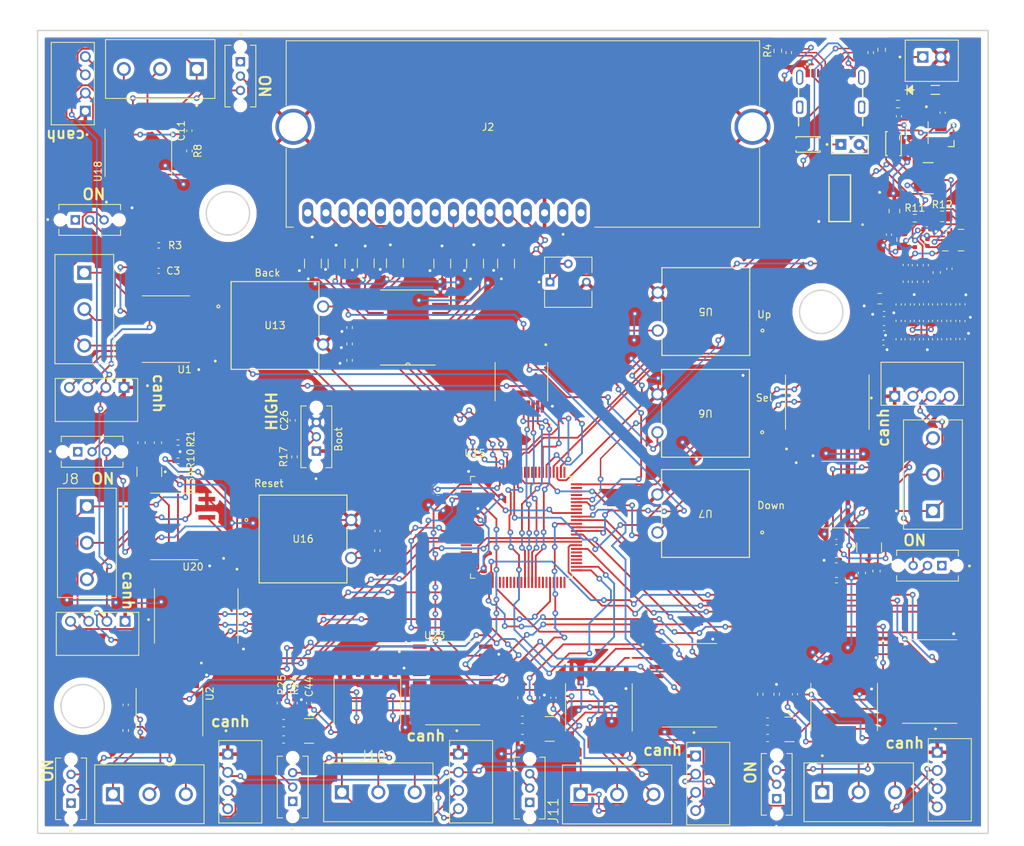
<source format=kicad_pcb>
(kicad_pcb (version 20221018) (generator pcbnew)
  (layers (0 "F.Cu" signal) (31 "B.Cu" signal) (34 "B.Paste" user) (35 "F.Paste" user) (36 "B.SilkS" user "B.Silkscreen") (37 "F.SilkS" user "F.Silkscreen") (38 "B.Mask" user) (39 "F.Mask" user) (44 "Edge.Cuts" user))
  (net 0 "")
  (net 2 "Net-(R3-Pad1)")
  (net 3 "GND")
  (net 4 "+3.3V")
  (net 5 "+5V")
  (net 7 "Net-(J1-CC2)")
  (net 8 "Net-(J1-CC1)")
  (net 10 "Net-(J2-VO)")
  (net 11 "/LED/RS_H")
  (net 12 "/LED/RW_H")
  (net 13 "/LED/E_H")
  (net 18 "/LED/D4H")
  (net 19 "/LED/D5H")
  (net 20 "/LED/D6H")
  (net 21 "/LED/D7H")
  (net 22 "Net-(U8-IN1)")
  (net 23 "Net-(U8-IN2)")
  (net 24 "Net-(U8-IN3)")
  (net 25 "/CAN1/CAN_VDD")
  (net 35 "/CAN1/CAN_GND")
  (net 36 "/LED/RS_L")
  (net 37 "/LED/RW_L")
  (net 38 "/LED/E_L")
  (net 40 "/LED/D4L")
  (net 41 "/LED/D5L")
  (net 42 "/LED/D6L")
  (net 43 "/LED/D7L")
  (net 44 "/USB + Power Source/USB_D-")
  (net 45 "/USB + Power Source/USB_D+")
  (net 46 "/LCD_Int")
  (net 47 "/SCL")
  (net 48 "/SDA")
  (net 49 "/Deb_left")
  (net 50 "/Deb_right")
  (net 51 "/Deb_select")
  (net 52 "/D-")
  (net 53 "/D+")
  (net 54 "/CAN2/CAN_VDD")
  (net 55 "/CAN2/CAN_GND")
  (net 56 "/CAN4/CAN_VDD")
  (net 57 "/CAN4/CAN_GND")
  (net 58 "/CAN3/CAN_VDD")
  (net 59 "/CAN3/CAN_GND")
  (net 60 "/CAN4/OSC1")
  (net 61 "VCC")
  (net 62 "Net-(U12-VAUX)")
  (net 63 "VDD")
  (net 64 "/USB + Power Source/DRV")
  (net 65 "Net-(U14-CT)")
  (net 66 "Net-(C25-Pad1)")
  (net 67 "Net-(C26-Pad2)")
  (net 68 "/CAN4/OSC2")
  (net 69 "/CAN5/OSC2")
  (net 70 "/CAN5/OSC1")
  (net 71 "/CAN5/CAN_VDD")
  (net 72 "/CAN5/CAN_GND")
  (net 73 "/CAN6/OSC2")
  (net 74 "/CAN6/OSC1")
  (net 75 "/CAN6/CAN_VDD")
  (net 76 "/CAN6/CAN_GND")
  (net 77 "/CAN7/OSC2")
  (net 78 "/CAN7/OSC1")
  (net 79 "/CAN7/CAN_VDD")
  (net 80 "/CAN7/CAN_GND")
  (net 81 "/CAN8/OSC2")
  (net 82 "/CAN8/OSC1")
  (net 83 "/CAN8/CAN_VDD")
  (net 84 "/CAN8/CAN_GND")
  (net 85 "Net-(CR1-Pad2)")
  (net 86 "/CAN1/CANL")
  (net 87 "/CAN1/CANH")
  (net 88 "/CAN2/CANL")
  (net 89 "/CAN2/CANH")
  (net 90 "/CAN4/CANL")
  (net 91 "/CAN4/CANH")
  (net 92 "/CAN3/CANL")
  (net 93 "/CAN3/CANH")
  (net 94 "/CAN5/CANL")
  (net 95 "/CAN5/CANH")
  (net 96 "/CAN6/CANL")
  (net 97 "/CAN6/CANH")
  (net 98 "/CAN7/CANL")
  (net 99 "/CAN7/CANH")
  (net 100 "/CAN8/CANL")
  (net 101 "/CAN8/CANH")
  (net 102 "Net-(U12-L)")
  (net 103 "Net-(U14-~{CHG})")
  (net 104 "/USB + Power Source/CS")
  (net 105 "Net-(R6-Pad1)")
  (net 106 "Net-(R7-Pad1)")
  (net 107 "Net-(R8-Pad1)")
  (net 108 "Net-(U17-~{RESET})")
  (net 109 "Net-(U19-~{RESET})")
  (net 110 "/USB + Power Source/UVLO")
  (net 111 "Net-(U14-ISET)")
  (net 112 "Net-(U15B-NRST)")
  (net 113 "Net-(U15B-PF11-BOOT0)")
  (net 114 "Net-(R21-Pad1)")
  (net 115 "Net-(U21-~{RESET})")
  (net 116 "Net-(R23-Pad1)")
  (net 117 "Net-(U23-~{RESET})")
  (net 118 "Net-(R25-Pad1)")
  (net 119 "Net-(U25-~{RESET})")
  (net 120 "Net-(R27-Pad1)")
  (net 128 "/CAN1_RX")
  (net 129 "/CAN1_TX")
  (net 130 "/CAN2_RX")
  (net 131 "/CAN2_TX")
  (net 132 "/CAN4/CAN_RX")
  (net 133 "/CAN4/CAN_TX")
  (net 134 "Net-(U8-IN4)")
  (net 135 "/Deb_back")
  (net 137 "/SPI1_MOSI")
  (net 138 "/SPI6_MISO")
  (net 139 "/SPI6_SCK")
  (net 140 "/CAN3_TX")
  (net 141 "/SPI4_SCK")
  (net 142 "/SPI3_SCK")
  (net 143 "/SPI4_MISO")
  (net 144 "/SPI3_MOSI")
  (net 145 "/SPI3_MISO")
  (net 146 "/SPI4_MOSI")
  (net 147 "/CAN3_RX")
  (net 148 "/INT6")
  (net 149 "/CS6")
  (net 150 "/INT4")
  (net 151 "/CS4")
  (net 152 "/INT3")
  (net 153 "/CS3")
  (net 154 "/INT2")
  (net 155 "/SPI2_MOSI")
  (net 156 "/SPI2_MISO")
  (net 157 "/CS2")
  (net 158 "/INT1")
  (net 159 "/CS1")
  (net 160 "/SPI1_SCK")
  (net 161 "/SPI1_MISO")
  (net 162 "/SPI2_SCK")
  (net 163 "/SPI6_MOSI")
  (net 170 "/CAN5/CAN_TX")
  (net 171 "/CAN5/CAN_RX")
  (net 178 "/CAN6/CAN_TX")
  (net 179 "/CAN6/CAN_RX")
  (net 186 "/CAN7/CAN_TX")
  (net 187 "/CAN7/CAN_RX")
  (net 194 "/CAN8/CAN_TX")
  (net 195 "/CAN8/CAN_RX")
  (net 211 "Net-(CR2-Pad1)")
  (net 212 "/USB + Power Source/USB_VBUS")
  (footprint "Capacitor_SMD:C_0402_1005Metric" (layer "F.Cu") (at 204.91 75.792 90)
    (fp_text reference "C58" hide)
    (fp_text value "100nF" hide)
  )
  (footprint "Capacitor_SMD:C_0402_1005Metric" (layer "F.Cu") (at 198.56 73.252 90)
    (fp_text reference "C38" hide)
    (fp_text value "100nF" hide)
  )
  (footprint "74LVC1T45GW_125:SOP65P210X110-6N" (layer "F.Cu") (at 141.294 65.27 90)
    (fp_text reference "U27" hide)
    (fp_text value "74LVC1T45GW_125" hide)
  )
  (footprint "Capacitor_SMD:C_0402_1005Metric" (layer "F.Cu") (at 196.02 70.966 90)
    (fp_text reference "C43" hide)
    (fp_text value "100nF" hide)
  )
  (footprint "LD1117S33TR:SOT230P700X180-4N" (layer "F.Cu") (at 187.8138 56.1528 180)
    (fp_text reference "U3" hide)
    (fp_text value "LD1117S33TR" hide)
  )
  (footprint "Resistor_SMD:R_0402_1005Metric" (layer "F.Cu") (at 187.3458 106.6338)
    (fp_text reference "R22" hide)
    (fp_text value "10k" hide)
  )
  (footprint "Capacitor_SMD:C_0402_1005Metric" (layer "F.Cu") (at 199.95 60.47 180)
    (fp_text reference "C21" hide)
    (fp_text value "100nF" hide)
  )
  (footprint "Capacitor_SMD:C_0402_1005Metric" (layer "F.Cu") (at 147.888 125.829 90)
    (fp_text reference "C49" hide)
    (fp_text value "100nF" hide)
  )
  (footprint "Capacitor_SMD:C_0603_1608Metric" (layer "F.Cu") (at 192.9338 108.1578 -90)
    (fp_text reference "C37" hide)
    (fp_text value "7pF" hide)
  )
  (footprint "RFM_0505Sreal:CONV_RFM-0505S" (layer "F.Cu") (at 80.8949 40.1599 90)
    (fp_text reference "PS4" hide)
    (fp_text value "RFM-0505S" hide)
  )
  (footprint "Resistor_SMD:R_0603_1608Metric" (layer "F.Cu") (at 198.2828 58.9388)
    (fp_text reference "R11")
    (fp_text value "2.26M" hide)
  )
  (footprint "Capacitor_SMD:C_0402_1005Metric" (layer "F.Cu") (at 194.6718 61.2328 -90)
    (fp_text reference "C1" hide)
    (fp_text value "100nF" hide)
  )
  (footprint "MAX6818EAP:SOP65P777X199-20N" (layer "F.Cu") (at 143.4338 81.7372 -90)
    (fp_text reference "U8" hide)
    (fp_text value "MAX6818EAP_T" hide)
  )
  (footprint "MCP2515_I_SO:SOIC127P1030X265-18N" (layer "F.Cu") (at 166.87 124.079)
    (fp_text reference "U25" hide)
    (fp_text value "MCP2515-I_SO" hide)
  )
  (footprint "ISO1050DUBR:SOP254P1040X485-8N" (layer "F.Cu") (at 90.0389 49.8119 90)
    (fp_text reference "U18")
    (fp_text value "ISO1050DUBR" hide)
  )
  (footprint "Capacitor_SMD:C_0402_1005Metric" (layer "F.Cu") (at 95.5614 95.0592)
    (fp_text reference "C34")
    (fp_text value "100nF" hide)
  )
  (footprint "Capacitor_SMD:C_0603_1608Metric" (layer "F.Cu") (at 143.57 128.905 180)
    (fp_text reference "C46" hide)
    (fp_text value "7pF" hide)
  )
  (footprint "TB006_508_03BE2:CUI_TB006-508-03BE" (layer "F.Cu") (at 118.4106 139.0142)
    (fp_text reference "J10")
    (fp_text value "TB006-508-03BE" hide)
  )
  (footprint "ISO1050DUBR:SOP254P1040X485-8N" (layer "F.Cu") (at 154.238 127.164 -90)
    (fp_text reference "U26" hide)
    (fp_text value "ISO1050DUBR" hide)
  )
  (footprint "Capacitor_SMD:C_0402_1005Metric" (layer "F.Cu") (at 203.64 73.252 90)
    (fp_text reference "C48" hide)
    (fp_text value "100nF" hide)
  )
  (footprint "MCP2515_I_SO:SOIC127P1030X265-18N" (layer "F.Cu") (at 186.0758 84.6038 90)
    (fp_text reference "U21" hide)
    (fp_text value "MCP2515-I_SO" hide)
  )
  (footprint "smd110:SOD-123FL_MCC" (layer "F.Cu") (at 195.3068 48.5328 90)
    (fp_text reference "CR1" hide)
    (fp_text value "SMD110PL-TP" hide)
  )
  (footprint "Capacitor_SMD:C_0805_2012Metric" (layer "F.Cu") (at 193.3976 70.1598 180)
    (fp_text reference "C2" hide)
    (fp_text value "10uF" hide)
  )
  (footprint "Capacitor_SMD:C_0402_1005Metric" (layer "F.Cu") (at 88.2742 126.808 -90)
    (fp_text reference "C6" hide)
    (fp_text value "100nF" hide)
  )
  (footprint "Capacitor_SMD:C_0402_1005Metric" (layer "F.Cu") (at 201.1 73.252 90)
    (fp_text reference "C14" hide)
    (fp_text value "100nF" hide)
  )
  (footprint "Capacitor_SMD:C_0603_1608Metric" (layer "F.Cu") (at 110.2826 129.3622 180)
    (fp_text reference "C41" hide)
    (fp_text value "7pF" hide)
  )
  (footprint "Capacitor_SMD:C_0603_1608Metric" (layer "F.Cu") (at 177.7558 129.1482 180)
    (fp_text reference "C30" hide)
    (fp_text value "7pF" hide)
  )
  (footprint "Capacitor_SMD:C_0402_1005Metric" (layer "F.Cu") (at 197.29 73.28 -90)
    (fp_text reference "C12" hide)
    (fp_text value "100nF" hide)
  )
  (footprint "footprints4:LED_IR12-21C&slash_TR8_EVE" (layer "F.Cu") (at 201.136 41.04)
    (fp_text reference "LED1" hide)
    (fp_text value "IR12-21C/TR8" hide)
  )
  (footprint "Capacitor_SMD:C_0402_1005Metric" (layer "F.Cu") (at 193.988 74.268)
    (fp_text reference "C10" hide)
    (fp_text value "100nF" hide)
  )
  (footprint "Capacitor_SMD:C_0402_1005Metric" (layer "F.Cu") (at 199.83 70.938 90)
    (fp_text reference "C33" hide)
    (fp_text value "100nF" hide)
  )
  (footprint "footprints:SWITCH_03211B" (layer "F.Cu") (at 162.39455 102.7702 180)
    (fp_text reference "U7")
    (fp_text value "GPTS203211B" hide)
  )
  (footprint "MAX1898EUB42_T:SOP50P490X110-10N" (layer "F.Cu") (at 198.6088 47.0088 -90)
    (fp_text reference "U14" hide)
    (fp_text value "MAX1898EUB42_T" hide)
  )
  (footprint "Capacitor_SMD:C_0402_1005Metric" (layer "F.Cu") (at 198.56 75.82 90)
    (fp_text reference "C62" hide)
    (fp_text value "100nF" hide)
  )
  (footprint "Capacitor_SMD:C_0402_1005Metric" (layer "F.Cu") (at 196.0688 44.7228 90)
    (fp_text reference "C23" hide)
    (fp_text value "100nF" hide)
  )
  (footprint "Resistor_SMD:R_0402_1005Metric" (layer "F.Cu") (at 95.5614 92.7732 180)
    (fp_text reference "R10")
    (fp_text value "10k" hide)
  )
  (footprint "74LVC1T45GW_125:SOP65P210X110-6N" (layer "F.Cu") (at 136.976 65.27 90)
    (fp_text reference "U28" hide)
    (fp_text value "74LVC1T45GW_125" hide)
  )
  (footprint "Capacitor_SMD:C_0402_1005Metric" (layer "F.Cu") (at 200.04 62.33 90)
    (fp_text reference "C61" hide)
    (fp_text value "100nF" hide)
  )
  (footprint "Resistor_SMD:R_0402_1005Metric" (layer "F.Cu") (at 187.3458 109.4278 180)
    (fp_text reference "R23" hide)
    (fp_text value "120" hide)
  )
  (footprint "Capacitor_SMD:C_0402_1005Metric" (layer "F.Cu") (at 187.3458 104.0938)
    (fp_text reference "C39" hide)
    (fp_text value "100nF" hide)
  )
  (footprint "footprints5:DMP3099L-7_DIO" (layer "F.Cu") (at 202.9163 47.328799 -90)
    (fp_text reference "Q1" hide)
    (fp_text value "DMP3099L-7" hide)
  )
  (footprint "CSTNE16M0V530000R0:OSC_CSTNE16M0V530000R0" (layer "F.Cu") (at 180.8038 130.2342 -90)
    (fp_text reference "Y1" hide)
    (fp_text value "CSTNE16M0V530000R0" hide)
  )
  (footprint "Capacitor_SMD:C_0402_1005Metric" (layer "F.Cu") (at 201.1 75.82 90)
    (fp_text reference "C60" hide)
    (fp_text value "100nF" hide)
  )
  (footprint "Capacitor_SMD:C_0402_1005Metric" (layer "F.Cu") (at 202.1648 44.2148 -90)
    (fp_text reference "C22" hide)
    (fp_text value "100nF" hide)
  )
  (footprint "Capacitor_SMD:C_0402_1005Metric" (layer "F.Cu") (at 204.91 70.938 90)
    (fp_text reference "C64" hide)
    (fp_text value "100nF" hide)
  )
  (footprint "TB006_508_03BE2:CUI_TB006-508-03BE" (layer "F.Cu") (at 151.698 139.319)
    (fp_text reference "J11")
    (fp_text value "TB006-508-03BE" hide)
  )
  (footprint "CSTNE16M0V530000R0:OSC_CSTNE16M0V530000R0" (layer "F.Cu") (at 91.5674 94.3102 180)
    (fp_text reference "Y2" hide)
    (fp_text value "CSTNE16M0V530000R0" hide)
  )
  (footprint "OS102011MS2QN1:SW_OS102011MS2QN1" (layer "F.Cu") (at 179.0258 137.9047 90)
    (fp_text reference "S4" hide)
    (fp_text value "OS102011MS2QN1" hide)
  )
  (footprint "Capacitor_SMD:C_0402_1005Metric" (layer "F.Cu") (at 198.56 70.966 -90)
    (fp_text reference "C28" hide)
    (fp_text value "100nF" hide)
  )
  (footprint "OS102011MS2QN1:SW_OS102011MS2QN1" (layer "F.Cu") (at 80.6542 138.52 90)
    (fp_text reference "S2" hide)
    (fp_text value "OS102011MS2QN1" hide)
  )
  (footprint "Capacitor_SMD:C_0402_1005Metric" (layer "F.Cu") (at 197.29 70.966 -90)
    (fp_text reference "C40" hide)
    (fp_text value "100nF" hide)
  )
  (footprint "Resistor_SMD:R_0402_1005Metric" (layer "F.Cu") (at 92.8706 62.728115)
    (fp_text reference "R3")
    (fp_text value "120" hide)
  )
  (footprint "Capacitor_SMD:C_0805_2012Metric" (layer "F.Cu") (at 196.5048 61.9208 -90)
    (fp_text reference "C19" hide)
    (fp_text value "10uF" hide)
  )
  (footprint "TS_102_G_A:SAMTEC_TS-102-G-A" (layer "F.Cu") (at 189.2373 48.6483)
    (fp_text reference "J12" hide)
    (fp_text value "TS-102-G-A" hide)
  )
  (footprint "TB006_508_03BE2:CUI_TB006-508-03BE" (layer "F.Cu") (at 82.5021 66.538115 -90)
    (fp_text reference "J3" hide)
    (fp_text value "TB006-508-03BE" hide)
  )
  (footprint "Resistor_SMD:R_0402_1005Metric" (layer "F.Cu") (at 192.1318 35.8328 -90)
    (fp_text reference "R1" hide)
    (fp_text value "22" hide)
  )
  (footprint "Resistor_SMD:R_0402_1005Metric" (layer "F.Cu") (at 123.354 105.301 90)
    (fp_text reference "R16" hide)
    (fp_text value "100" hide)
  )
  (footprint "CSTNE16M0V530000R0:OSC_CSTNE16M0V530000R0" (layer "F.Cu") (at 147.38 130.175 -90)
    (fp_text reference "Y5" hide)
    (fp_text value "CSTNE16M0V530000R0" hide)
  )
  (footprint "CSTNE16M0V530000R0:OSC_CSTNE16M0V530000R0" (layer "F.Cu") (at 191.9178 104.8558)
    (fp_text reference "Y3" hide)
    (fp_text value "CSTNE16M0V530000R0" hide)
  )
  (footprint "PCF8574T_3_518 (1):SOIC127P1032X265-16N" (layer "F.Cu") (at 127.6158 74.1868 180)
    (fp_text reference "U9" hide)
    (fp_text value "PCF8574T_3_518" hide)
  )
  (footprint "MCP2515_I_SO:SOIC127P1030X265-18N" (layer "F.Cu") (at 133.8666 123.7742)
    (fp_text reference "U23")
    (fp_text value "MCP2515-I_SO" hide)
  )
  (footprint "OS102011MS2QN1:SW_OS102011MS2QN1" (layer "F.Cu") (at 144.586 138.4235 90)
    (fp_text reference "S9" hide)
    (fp_text value "OS102011MS2QN1" hide)
  )
  (footprint "Capacitor_SMD:C_0402_1005Metric" (layer "F.Cu") (at 196.02 73.252 -90)
    (fp_text reference "C45" hide)
    (fp_text value "100nF" hide)
  )
  (footprint "Capacitor_SMD:C_0402_1005Metric" (layer "F.Cu") (at 203.64 75.792 90)
    (fp_text reference "C54" hide)
    (fp_text value "100nF" hide)
  )
  (footprint "footprints:SWITCH_03211B" (layer "F.Cu") (at 115.79185 71.25)
    (fp_text reference "U13")
    (fp_text value "GPTS203211B" hide)
  )
  (footprint "Capacitor_SMD:C_0603_1608Metric" (layer "F.Cu") (at 92.7674 90.2462 90)
    (fp_text reference "C31" hide)
    (fp_text value "7pF" hide)
  )
  (footprint "Capacitor_SMD:C_0402_1005Metric" (layer "F.Cu") (at 198.2828 65.4868 90)
    (fp_text reference "C57" hide)
    (fp_text value "100nF" hide)
  )
  (footprint "Capacitor_SMD:C_0402_1005Metric" (layer "F.Cu") (at 204.91 73.28 90)
    (fp_text reference "C16" hide)
    (fp_text value "100nF" hide)
  )
  (footprint "OS102011MS2QN1:SW_OS102011MS2QN1" (layer "F.Cu") (at 114.85 89.4225 90)
    (fp_text reference "S3" hide)
    (fp_text value "OS102011MS2QN1" hide)
  )
  (footprint "Capacitor_SMD:C_0402_1005Metric" (layer "F.Cu") (at 113.8386 126.5682 -90)
    (fp_text reference "C44")
    (fp_text value "100nF" hide)
  )
  (footprint "Capacitor_SMD:C_0402_1005Metric" (layer "F.Cu") (at 92.8706 66.284115 180)
    (fp_text reference "C3")
    (fp_text value "100nF" hide)
  )
  (footprint "Capacitor_SMD:C_0402_1005Metric" (layer "F.Cu") (at 199.83 75.82 -90)
    (fp_text reference "C51" hide)
    (fp_text value "100nF" hide)
  )
  (footprint "Resistor_SMD:R_0402_1005Metric" (layer "F.Cu") (at 145.602 125.829 -90)
    (fp_text reference "R26" hide)
    (fp_text value "10k" hide)
  )
  (footprint "3362P_1_103LF (1)real:TRIM_3362P-1-103LF" (layer "F.Cu") (at 149.9678 67.8368)
    (fp_text reference "VR1" hide)
    (fp_text value "3362P-1-103LF" hide)
  )
  (footprint "ISO1050DUBR:SOP254P1040X485-8N" (layer "F.Cu") (at 93.8866 74.412115 180)
    (fp_text reference "U1")
    (fp_text value "ISO1050DUBR" hide)
  )
  (footprint "Capacitor_SMD:C_0805_2012Metric" (layer "F.Cu") (at 195.4338 57.9308 90)
    (fp_text reference "C24" hide)
    (fp_text value "10uF" hide)
  )
  (footprint "RFM_0505Sreal:CONV_RFM-0505S" (layer "F.Cu") (at 84.1946 84.290115 180)
    (fp_text reference "PS1" hide)
    (fp_text value "RFM-0505S" hide)
  )
  (footprint "OS102011MS2QN1:SW_OS102011MS2QN1" (layer "F.Cu") (at 111.5526 138.2842 90)
    (fp_text reference "S8" hide)
    (fp_text value "OS102011MS2QN1" hide)
  )
  (footprint "Capacitor_SMD:C_0402_1005Metric" (layer "F.Cu") (at 203.1088 65.9948 90)
    (fp_text reference "C17" hide)
    (fp_text value "100nF" hide)
  )
  (footprint "Resistor_SMD:R_0402_1005Metric" (layer "F.Cu") (at 180.7018 35.8328 -90)
    (fp_text reference "R2" hide)
    (fp_text value "22" hide)
  )
  (footprint "footprints:SWITCH_03211B" (layer "F.Cu") (at 162.43915 74.6082 180)
    (fp_text reference "U5")
    (fp_text value "GPTS203211B" hide)
  )
  (footprint "ISO1050DUBR:SOP254P1040X485-8N" (layer "F.Cu") (at 94.3702 127.852 -90)
    (fp_text reference "U2")
    (fp_text value "ISO1050DUBR" hide)
  )
  (footprint "footprints:SWITCH_03211B" (layer "F.Cu") (at 119.70185 101.03)
    (fp_text reference "U16")
    (fp_text value "GPTS203211B" hide)
  )
  (footprint "Resistor_SMD:R_0402_1005Metric" (layer "F.Cu") (at 176.7398 125.3382 90)
    (fp_text reference "R7" hide)
    (fp_text value "120" hide)
  )
  (footprint "Resistor_SMD:R_0805_2012Metric" (layer "F.Cu") (at 202.0928 58.6848)
    (fp_text reference "R12")
    (fp_text value "250k" hide)
  )
  (footprint "TPS61202DRCT:VREG_V62_16624-01YE" (layer "F.Cu") (at 203.6168 61.9868)
    (fp_text reference "U12" hide)
    (fp_text value "TPS61202DRCT" hide)
  )
  (footprint "Capacitor_SMD:C_0402_1005Metric" (layer "F.Cu") (at 197.0128 67.8008 90)
    (fp_text reference "C15" hide)
    (fp_text value "100nF" hide)
  )
  (footprint "74LVC1T45GW_125:SOP65P210X110-6N" (layer "F.Cu") (at 114.37 65.27 90)
    (fp_text reference "U33" hide)
    (fp_text value "74LVC1T45GW_125" hide)
  )
  (footprint "Capacitor_SMD:C_0402_1005Metric" (layer "F.Cu") (at 193.9056 76.2812)
    (fp_text reference "C18" hide)
    (fp_text value "100nF" hide)
  )
  (footprint "QFP50P1600X1600X160-100N:QFP50P1600X1600X160-100N" (layer "F.Cu") (at 143.4338 102.0572)
    (fp_text reference "U15")
    (fp_text value "STM32F767VGT6" hide)
  )
  (footprint "ISO1050DUBR:SOP254P1040X485-8N" (layer "F.Cu") (at 121.9666 126.2772 -90)
    (fp_text reference "U24" hide)
    (fp_text value "ISO1050DUBR" hide)
  )
  (footprint "USB4105_GF_A (1)2:GCT_USB4105-GF-A" (layer "F.Cu") (at 186.5438 43.4528)
    (fp_text reference "J1" hide)
    (fp_text value "USB4105-GF-A" hide)
  )
  (footprint "Resistor_SMD:R_0402_1005Metric" (layer "F.Cu") (at 143.316 125.829 90)
    (fp_text reference "R27" hide)
    (fp_text value "120" hide)
  )
  (footprint "Capacitor_SMD:C_0402_1005Metric" (layer "F.Cu") (at 193.988 72.298)
    (fp_text reference "C9" hide)
    (fp_text value "100nF" hide)
  )
  (footprint "RFM_0505Sreal:CONV_RFM-0505S" (layer "F.Cu") (at 136.4166 137.5302 -90)
    (fp_text reference "PS7" hide)
    (fp_text value "RFM-0505S" hide)
  )
  (footprint "TB006_508_03BE2:CUI_TB006-508-03BE" (layer "F.Cu") (at 86.4962 139.282)
    (fp_text reference "J5" hide)
    (fp_text value "TB006-508-03BE" hide)
  )
  (footprint "MCP2515_I_SO:SOIC127P1030X265-18N" (layer "F.Cu") (at 200.3618 123.5602)
    (fp_text reference "U17" hide)
    (fp_text value "MCP2515-I_SO" hide)
  )
  (footprint "TB006_508_03BE2:CUI_TB006-508-03BE" (layer "F.Cu") (at 185.3758 139.0087)
    (fp_text reference "J6" hide)
    (fp_text value "TB006-508-03BE" hide)
  )
  (footprint "Capacitor_SMD:C_0402_1005Metric" (layer "F.Cu") (at 199.83 73.28 -90)
    (fp_text reference "C50" hide)
    (fp_text value "100nF" hide)
  )
  (footprint "74LVC1T45GW_125:SOP65P210X110-6N" (layer "F.Cu") (at 121.736 65.214 90)
    (fp_text reference "U32" hide)
    (fp_text value "74LVC1T45GW_125" hide)
  )
  (footprint "RFM_0505Sreal:CONV_RFM-0505S" (layer "F.Cu") (at 199.3238 82.0238)
    (fp_text reference "PS6" hide)
    (fp_text value "RFM-0505S" hide)
  )
  (footprint "Capacitor_SMD:C_0402_1005Metric" (layer "F.Cu") (at 201.1 70.966 -90)
    (fp_text reference "C35" hide)
    (fp_text value "100nF" hide)
  )
  (footprint "Capacitor_SMD:C_0402_1005Metric" (layer "F.Cu") (at 202.37 75.82 90)
    (fp_text reference "C56" hide)
    (fp_text value "100nF" hide)
  )
  (footprint "TB006_508_03BE2:CUI_TB006-508-03BE" (layer "F.Cu") (at 82.8614 99.1362 -90)
    (fp_text reference "J8")
    (fp_text value "TB006-508-03BE" hide)
  )
  (footprint "74LVC1T45GW_125:SOP65P210X110-6N" (layer "F.Cu") (at 132.404 65.27 90)
    (fp_text reference "U29" hide)
    (fp_text value "74LVC1T45GW_125" hide)
  )
  (footprint "Capacitor_SMD:C_0603_1608Metric" (layer "F.Cu") (at 143.57 131.445 180)
    (fp_text reference "C47" hide)
    (fp_text value "7pF" hide)
  )
  (footprint "Capacitor_SMD:C_0402_1005Metric" (layer "F.Cu") (at 181.5658 125.3382 90)
    (fp_text reference "C8" hide)
    (fp_text value "100nF" hide)
  )
  (footprint "Resistor_SMD:R_0402_1005Metric" (layer "F.Cu") (at 111.8066 126.5682 -90)
    (fp_text reference "R24")
    (fp_text value "10k" hide)
  )
  (footprint "74LVC1T45GW_125:SOP65P210X110-6N" (layer "F.Cu") (at 125.8 65.214 90)
    (fp_text reference "U31" hide)
    (fp_text value "74LVC1T45GW_125" hide)
  )
  (footprint "Capacitor_SMD:C_0402_1005Metric" (layer "F.Cu") (at 198.2828 67.8008 90)
    (fp_text reference "C52" hide)
    (fp_text value "100nF" hide)
  )
  (footprint "Resistor_SMD:R_0402_1005Metric" (layer "F.Cu") (at 119.4878 74.1868 90)
    (fp_text reference "R20" hide)
    (fp_text value "4.7k" hide)
  )
  (footprint "Capacitor_SMD:C_0402_1005Metric" (layer "F.Cu") (at 197.29 75.82 -90)
    (fp_text reference "C27" hide)
    (fp_text value "100nF" hide)
  )
  (footprint "Capacitor_SMD:C_0402_1005Metric" (layer "F.Cu") (at 97.1509 46.7359 90)
    (fp_text reference "C11")
    (fp_text value "100nF" hide)
  )
  (footprint "Resistor_SMD:R_0402_1005Metric" (layer "F.Cu") (at 119.4878 78.7588 90)
    (fp_text reference "R19" hide)
    (fp_text value "4.7k" hide)
  )
  (footprint "Resistor_SMD:R_0402_1005Metric" (layer "F.Cu") (at 95.5614 90.2332)
    (fp_text reference "R21")
    (fp_text value "120" hide)
  )
  (footprint "Capacitor_SMD:C_0603_1608Metric" (layer "F.Cu") (at 90.4814 90.2462 90)
    (fp_text reference "C32" hide)
    (fp_text value "7pF" hide)
  )
  (footprint "Capacitor_SMD:C_0603_1608Metric" (layer "F.Cu") (at 190.9018 108.4118 -90)
    (fp_text reference "C36" hide)
    (fp_text value "7pF" hide)
  )
  (footprint "Resistor_SMD:R_0402_1005Metric" (layer "F.Cu") (at 179.0258 125.3382 -90)
    (fp_text reference "R9" hide)
    (fp_text value "10k" hide)
  )
  (footprint "CSTNE16M0V530000R0:OSC_CSTNE16M0V530000R0" (layer "F.Cu") (at 113.8386 130.4482 -90)
    (fp_text reference "Y4" hide)
    (fp_text value "CSTNE16M0V530000R0" hide)
  )
  (footprint "Capacitor_SMD:C_0402_1005Metric" (layer "F.Cu") (at 123.3794 102.5578 90)
    (fp_text reference "C25" hide)
    (fp_text value "100nF" hide)
  )
  (footprint "RFM_0505Sreal:CONV_RFM-0505S" (layer "F.Cu") (at 104.2482 137.544 -90)
    (fp_text reference "PS2" hide)
    (fp_text value "RFM-0505S" hide)
  )
  (footprint "Resistor_SMD:R_0603_1608Metric" (layer "F.Cu") (at 179.1778 35.5788 90)
    (fp_text reference "R4")
    (fp_text value "5.1k" hide)
  )
  (footprint "OS102011MS2QN1:SW_OS102011MS2QN1" (layer "F.Cu") (at 200.0458 107.3958 180)
    (fp_text reference "S7" hide)
    (fp_text value "OS102011MS2QN1" hide)
  )
  (footprint "Capacitor_SMD:C_0402_1005Metric" (layer "F.Cu") (at 197.0128 65.4588 90)
    (fp_text reference "C55" hide)
    (fp_text value "100nF" hide)
  )
  (footprint "Capacitor_SMD:C_0402_1005Metric" (layer "F.Cu") (at 202.37 70.938 -90)
    (fp_text reference "C5" hide)
    (fp_text value "100nF" hide)
  )
  (footprint "Resistor_SMD:R_0402_1005Metric" (layer "F.Cu") (at 109.7746 126.5682 90)
    (fp_text reference "R25")
    (fp_text value "120" hide)
  )
  (footprint "Capacitor_SMD:C_0402_1005Metric" (layer "F.Cu") (at 199.8068 67.8008 90)
    (fp_text reference "C53" hide)
    (fp_text value "100nF" hide)
  )
  (footprint "Capacitor_SMD:C_0402_1005Metric" (layer "F.Cu") (at 111.548 87.1365 90)
    (fp_text reference "C26")
    (fp_text value "100nF" hide)
  )
  (footprint "footprints6:IND_TAIYO_NRS4018_TAY" (layer "F.Cu") (at 200.1328 53.3588 180)
    (fp_text reference "L1" hide)
    (fp_text value "3.3uH" hide)
  )
  (footprint "Resistor_SMD:R_0402_1005Metric" (layer "F.Cu") (at 88.2742 130.392 90)
    (fp_text reference "R6" hide)
    (fp_text value "120" hide)
  )
  (footprint "smd110:SOD-123FL_MCC" (layer "F.Cu") (at 183.3953 48.6483 180)
    (fp_text reference "CR2" hide)
    (fp_text value "SMD110PL-TP" hide)
  )
  (footprint "Capacitor_SMD:C_0603_1608Metric" (layer "F.Cu") (at 110.2826 131.6482 180)
    (fp_text reference "C42" hide)
    (fp_text value "7pF" hide)
  )
  (footprint "OS102011MS2QN1:SW_OS102011MS2QN1" (layer "F.Cu") (at 104.2629 39.1119 -90)
    (fp_text reference "S5" hide)
    (fp_text value "OS102011MS2QN1" hide)
  )
  (footprint "74LVC1T45GW_125:SOP65P210X110-6N" (layer "F.Cu") (at 117.672 65.27 90)
    (fp_text reference "U30" hide)
    (fp_text value "74LVC1T45GW_125" hide)
  )
  (footprint "B2B_XH_A:JST_B2B-XH-A" (layer "F.Cu") (at 200.64 36.974 180)
    (fp_text reference "J4" hide)
    (fp_text value "B2B-XH-A" hide)
  )
  (footprint "Resistor_SMD:R_0402_1005Metric" (layer "F.Cu") (at 111.802 92.2165 -90)
    (fp_text reference "R17")
    (fp_text value "10k" hide)
  )
  (footprint "MCP2515_I_SO:SOIC127P1030X265-18N" (layer "F.Cu") (at 98.1014 114.4142 -90)
    (fp_text reference "U19" hide)
    (fp_text value "MCP2515-I_SO" hide)
  )
  (footprint "Capacitor_SMD:C_0402_1005Metric" (layer "F.Cu") (at 202.37 73.252 -90)
    (fp_text reference "C7" hide)
    (fp_text value "100nF" hide)
  )
  (footprint "TB006_508_03BE2:CUI_TB006-508-03BE" (layer "F.Cu") (at 200.8078 99.7758 90)
    (fp_text reference "J9" hide)
    (fp_text value "TB006-508-03BE" hide)
  )
  (footprint "OS102011MS2QN1:SW_OS102011MS2QN1" (layer "F.Cu") (at 83.5914 91.5162)
    (fp_text reference "S6" hide)
    (fp_text value "OS102011MS2QN1" hide)
  )
  (footprint "ISO1050DUBR:SOP254P1040X485-8N" (layer "F.Cu") (at 95.0534 101.9302 180)
    (fp_text reference "U20")
    (fp_text value "ISO1050DUBR" hide)
  )
  (footprint "TB006_508_03BE2:CUI_TB006-508-03BE" (layer "F.Cu") (at 98.1669 38.1279 180)
    (fp_text reference "J7" hide)
    (fp_text value "TB006-508-03BE" hide)
  )
  (footprint "footprints:SWITCH_03211B" (layer "F.Cu") (at 162.39455 88.8002 180)
    (fp_text reference "U6")
    (fp_text value "GPTS203211B" hide)
  )
  (footprint "Capacitor_SMD:C_0402_1005Metric" (layer "F.Cu") (at 203.64 70.966 -90)
    (fp_text reference "C29" hide)
    (fp_text value "100nF" hide)
  )
  (footprint "Capacitor_SMD:C_0603_1608Metric" (layer "F.Cu") (at 177.7558 131.4342 180)
    (fp_text reference "C13" hide)
    (fp_text value "7pF" hide)
  )
  (footprint "RFM_0505Sreal:CONV_RFM-0505S" (layer "F.Cu") (at 169.478 137.795 -90)
    (fp_text reference "PS8" hide)
    (fp_text value "RFM-0505S" hide)
  )
  (footprint "Capacitor_SMD:C_0402_1005Metric" (layer "F.Cu") (at 198.2828 62.4948 90)
    (fp_text reference "C59" hide)
    (fp_text value "100nF" hide)
  )
  (footprint "OS102011MS2QN1:SW_OS102011MS2QN1" (layer "F.Cu") (at 83.2546 59.172115)
    (fp_text reference "S1" hide)
    (fp_text value "OS102011MS2QN1" hide)
  )
  (footprint "Resistor_SMD:R_0402_1005Metric" (layer "F.Cu") (at 119.4878 76.4728 90)
    (fp_text reference "R18" hide)
    (fp_text value "4.7k" hide)
  )
  (footprint "RFM_0505Sreal:CONV_RFM-0505S" (layer "F.Cu") (at 84.3454 116.9162 180)
    (fp_text reference "PS5" hide)
    (fp_text value "RFM-0505S" hide)
  )
  (footprint "Resistor_SMD:R_0603_1608Metric" (layer "F.Cu") (at 193.6558 35.4403 -90)
    (fp_text reference "R5" hide)
    (fp_text value "5.1k" hide)
  )
  (footprint "Capacitor_SMD:C_0402_1005Metric" (layer "F.Cu") (at 196.02 75.82 -90)
    (fp_text reference "C4" hide)
    (fp_text value "0.1uF" hide)
  )
  (footprint "Resistor_SMD:R_0603_1608Metric" (layer "F.Cu") (at 195.92 43.01 180)
    (fp_text reference "R13" hide)
    (fp_text value "5.1k" hide)
  )
  (footprint "RFM_0505Sreal:CONV_RFM-0505S" (layer "F.Cu") (at 203.1558 137.2762 -90)
    (fp_text reference "PS3" hide)
    (fp_text value "RFM-0505S" hide)
  )
  (footprint "ISO1050DUBR:SOP254P1040X485-8N" (layer "F.Cu") (at 188.6158 97.4898)
    (fp_text reference "U22" hide)
    (fp_text value "ISO1050DUBR" hide)
  )
  (footprint "Capacitor_SMD:C_0603_1608Metric" (layer "F.Cu") (at 201.3308 66.5028 -90)
    (fp_text reference "C20" hide)
    (fp_text value "22uF" hide)
  )
  (footprint "LCM_S01602DTR_M:LCD_LCM-S01602DTR_M" (layer "F.Cu") (at 143.6458 47.1848)
    (fp_text reference "J2")
    (fp_text value "LCM-S01602DTR_M" hide)
  )
  (footprint "Resistor_SMD:R_0402_1005Metric" (layer "F.Cu") (at 97.1509 49.5579 -90)
    (fp_text reference "R8")
    (fp_text value "120" hide)
  )
  (footprint "ISO1050DUBR:SOP254P1040X485-8N" (layer "F.Cu") (at 188.4238 127.1162 -90)
    (fp_text reference "U4" hide)
    (fp_text value "ISO1050DUBR" hide)
  )
  (footprint "Capacitor_SMD:C_0402_1005Metric" (layer "F.Cu") (at 199.8068 65.4868 90)
    (fp_text reference "C63" hide)
    (fp_text value "100nF" hide)
  )
  (gr_circle (center 82.270761 127) (end 85.291522 127) (stroke (width 0.2)) (fill none) (layer "Edge.Cuts"))
  (gr_circle (center 102.520761 58.25) (end 105.541522 58.25) (stroke (width 0.2)) (fill none) (layer "Edge.Cuts"))
  (gr_circle (center 185.229239 72) (end 188.25 72) (stroke (width 0.2)) (fill none) (layer "Edge.Cuts"))
  (gr_rect (start 76 32.75) (end 208.5 144.75) (stroke (width 0.2)) (fill none) (layer "Edge.Cuts"))
  (gr_text "canh" (at 87.75 108 270) (layer "F.SilkS") (effects (font (size 1.5 1.5) (thickness 0.3) bold) (justify left bottom)))
  (gr_text "Reset" (at 106.08 96.51) (layer "F.SilkS") (effects (font (size 1 1)) (justify left bottom)))
  (gr_text "HIGH" (at 109.5 88.75 90) (layer "F.SilkS") (effects (font (size 1.5 1.5) (thickness 0.3) bold) (justify left bottom)))
  (gr_text "Boot\n" (at 118.52 91.57 90) (layer "F.SilkS") (effects (font (size 1 1)) (justify left bottom)))
  (gr_text "Sel" (at 176.02 84.58) (layer "F.SilkS") (effects (font (size 1 1)) (justify left bottom)))
  (gr_text "Down" (at 176.21 99.58) (layer "F.SilkS") (effects (font (size 1 1)) (justify left bottom)))
  (gr_text "ON" (at 83.34 96.16) (layer "F.SilkS") (effects (font (size 1.5 1.5) (thickness 0.3) bold) (justify left bottom)))
  (gr_text "ON" (at 176.25 138 90) (layer "F.SilkS") (effects (font (size 1.5 1.5) (thickness 0.3) bold) (justify left bottom)))
  (gr_text "ON" (at 106.75 38.75 -90) (layer "F.SilkS") (effects (font (size 1.5 1.5) (thickness 0.3) bold) (justify left bottom)))
  (gr_text "canh" (at 92 80.5 270) (layer "F.SilkS") (effects (font (size 1.5 1.5) (thickness 0.3) bold) (justify left bottom)))
  (gr_text "canh" (at 127.25 132) (layer "F.SilkS") (effects (font (size 1.5 1.5) (thickness 0.3) bold) (justify left bottom)))
  (gr_text "Up" (at 176.21 72.95) (layer "F.SilkS") (effects (font (size 1 1)) (justify left bottom)))
  (gr_text "ON" (at 82.07 56.49) (layer "F.SilkS") (effects (font (size 1.5 1.5) (thickness 0.3) bold) (justify left bottom)))
  (gr_text "canh" (at 82.77 46.55 180) (layer "F.SilkS") (effects (font (size 1.5 1.5) (thickness 0.3) bold) (justify left bottom)))
  (gr_text "canh" (at 160.25 134) (layer "F.SilkS") (effects (font (size 1.5 1.5) (thickness 0.3) bold) (justify left bottom)))
  (gr_text "canh" (at 100 130) (layer "F.SilkS") (effects (font (size 1.5 1.5) (thickness 0.3) bold) (justify left bottom)))
  (gr_text "canh" (at 194 133) (layer "F.SilkS") (effects (font (size 1.5 1.5) (thickness 0.3) bold) (justify left bottom)))
  (gr_text "ON" (at 196.5 104.75) (layer "F.SilkS") (effects (font (size 1.5 1.5) (thickness 0.3) bold) (justify left bottom)))
  (gr_text "Back" (at 106.14 67.14) (layer "F.SilkS") (effects (font (size 1 1)) (justify left bottom)))
  (gr_text "canh" (at 194.75 91 90) (layer "F.SilkS") (effects (font (size 1.5 1.5) (thickness 0.3) bold) (justify left bottom)))
  (gr_text "ON" (at 78.25 137.75 90) (layer "F.SilkS") (effects (font (size 1.5 1.5) (thickness 0.3) bold) (justify left bottom)))
  (segment (start 83.2546 59.172115) (end 86.8106 62.728115) (width 0.25) (layer "F.Cu") (net 2))
  (segment (start 86.8106 62.728115) (end 92.3606 62.728115) (width 0.25) (layer "F.Cu") (net 2))
  (segment (start 196.02 71.446) (end 195.979798 71.405798) (width 0.25) (layer "F.Cu") (net 3))
  (segment (start 185.9 91.73) (end 185.9 99.4806) (width 0.25) (layer "F.Cu") (net 3))
  (segment (start 198.2828 68.2808) (end 197.0128 68.2808) (width 0.25) (layer "F.Cu") (net 3))
  (segment (start 199.8068 65.9668) (end 198.2828 65.9668) (width 0.25) (layer "F.Cu") (net 3))
  (segment (start 196.02 73.732) (end 197.262 73.732) (width 0.25) (layer "F.Cu") (net 3))
  (segment (start 200.032391 62.81) (end 200.04 62.81) (width 0.25) (layer "F.Cu") (net 3))
  (segment (start 93.79 51.6) (end 93.79 51.06) (width 0.25) (layer "F.Cu") (net 3))
  (segment (start 198.6088 49.1588) (end 198.6088 48.344683) (width 0.25) (layer "F.Cu") (net 3))
  (segment (start 198.56 73.732) (end 198.56 73.91) (width 0.25) (layer "F.Cu") (net 3))
  (segment (start 88.0446 83.230705) (end 88.0446 82.540115) (width 0.25) (layer "F.Cu") (net 3))
  (segment (start 199.09 61.19) (end 199.09 61.867609) (width 0.25) (layer "F.Cu") (net 3))
  (segment (start 162.39455 97.4702) (end 167.32475 92.54) (width 0.25) (layer "F.Cu") (net 3))
  (segment (start 190.7788 37.3878) (end 193.8622 37.3878) (width 0.25) (layer "F.Cu") (net 3))
  (segment (start 139.5934 77.3618) (end 132.137 77.3618) (width 0.25) (layer "F.Cu") (net 3))
  (segment (start 129.15 70.39) (end 129.7982 69.7418) (width 0.25) (layer "F.Cu") (net 3))
  (segment (start 194.468 72.298) (end 194.468 73.300391) (width 0.25) (layer "F.Cu") (net 3))
  (segment (start 136.976 66.23) (end 136.976 66.80533) (width 0.25) (layer "F.Cu") (net 3))
  (segment (start 196.02 71.446) (end 197.29 71.446) (width 0.25) (layer "F.Cu") (net 3))
  (segment (start 80.08 93.62508) (end 78.4164 91.96148) (width 0.25) (layer "F.Cu") (net 3))
  (segment (start 118.1566 121.7422) (end 118.165905 121.7422) (width 0.25) (layer "F.Cu") (net 3))
  (segment (start 200.53 74.45) (end 200.53 74.302) (width 0.25) (layer "F.Cu") (net 3))
  (segment (start 151.42 127.56) (end 148.805 130.175) (width 0.25) (layer "F.Cu") (net 3))
  (segment (start 117.672 67.534528) (end 117.672 66.23) (width 0.25) (layer "F.Cu") (net 3))
  (segment (start 88.79 112.63) (end 86.99 112.63) (width 0.25) (layer "F.Cu") (net 3))
  (segment (start 162.5 81.25) (end 162.5 83.39475) (width 0.25) (layer "F.Cu") (net 3))
  (segment (start 202.3058 67.2778) (end 203.1088 66.4748) (width 0.25) (layer "F.Cu") (net 3))
  (segment (start 201.092391 76.3) (end 201.1 76.3) (width 0.25) (layer "F.Cu") (net 3))
  (segment (start 196.061191 44.2428) (end 196.0688 44.2428) (width 0.25) (layer "F.Cu") (net 3))
  (segment (start 190.9018 109.1868) (end 189.5368 109.1868) (width 0.25) (layer "F.Cu") (net 3))
  (segment (start 172.76 127.837462) (end 172.76 129.67) (width 0.25) (layer "F.Cu") (net 3))
  (segment (start 203.6168 62.083552) (end 203.6168 61.9868) (width 0.25) (layer "F.Cu") (net 3))
  (segment (start 203.0053 58.6848) (end 203.590202 58.6848) (width 0.25) (layer "F.Cu") (net 3))
  (segment (start 195.29 55.47) (end 195.29 56.837) (width 0.25) (layer "F.Cu") (net 3))
  (segment (start 198.56 73.732) (end 197.318 73.732) (width 0.25) (layer "F.Cu") (net 3))
  (segment (start 140.5088 78.2772) (end 139.5934 77.3618) (width 0.25) (layer "F.Cu") (net 3))
  (segment (start 111.540391 87.6165) (end 111.548 87.6165) (width 0.25) (layer "F.Cu") (net 3))
  (segment (start 132.3992 66.6108) (end 132.45 66.56) (width 0.25) (layer "F.Cu") (net 3))
  (segment (start 96.1731 54.3469) (end 96.32 54.2) (width 0.25) (layer "F.Cu") (net 3))
  (segment (start 178.3778 36.8778) (end 179.25 37.75) (width 0.25) (layer "F.Cu") (net 3))
  (segment (start 167.32475 92.54) (end 167.85 92.54) (width 0.25) (layer "F.Cu") (net 3))
  (segment (start 81.4298 45.225) (end 80.449695 45.225) (width 0.25) (layer "F.Cu") (net 3))
  (segment (start 155.98 127.1645) (end 153.0245 127.1645) (width 0.25) (layer "F.Cu") (net 3))
  (segment (start 88.1954 113.2246) (end 88.79 112.63) (width 0.25) (layer "F.Cu") (net 3))
  (segment (start 201.809105 62.4868) (end 201.322105 62.9738) (width 0.25) (layer "F.Cu") (net 3))
  (segment (start 199.3 60.64) (end 199.47 60.47) (width 0.25) (layer "F.Cu") (net 3))
  (segment (start 197.262 73.732) (end 197.29 73.76) (width 0.25) (layer "F.Cu") (net 3))
  (segment (start 125.35933 67.44) (end 125.8 66.99933) (width 0.25) (layer "F.Cu") (net 3))
  (segment (start 93.23 112.45) (end 93.23 110.0128) (width 0.25) (layer "F.Cu") (net 3))
  (segment (start 197.6088 49.1588) (end 197.6088 50.7412) (width 0.25) (layer "F.Cu") (net 3))
  (segment (start 188.94 118.83) (end 188.365 118.83) (width 0.25) (layer "F.Cu") (net 3))
  (segment (start 150.739 122.629) (end 151.79 123.68) (width 0.25) (layer "F.Cu") (net 3))
  (segment (start 194.3476 71.41) (end 194.3476 72.1776) (width 0.25) (layer "F.Cu") (net 3))
  (segment (start 199.47 60.81) (end 199.09 61.19) (width 0.25) (layer "F.Cu") (net 3))
  (segment (start 196.6088 62.9748) (end 196.5048 62.8708) (width 0.25) (layer "F.Cu") (net 3))
  (segment (start 202.2168 62.4868) (end 203.213552 62.4868) (width 0.25) (layer "F.Cu") (net 3))
  (segment (start 106.46 101.03) (end 119.70185 101.03) (width 0.25) (layer "F.Cu") (net 3))
  (segment (start 189.7438 38.6978) (end 189.7438 38.4228) (width 0.25) (layer "F.Cu") (net 3))
  (segment (start 166.635 133.945) (end 165.36 132.67) (width 0.25) (layer "F.Cu") (net 3))
  (segment (start 200.2038 62.9738) (end 200.04 62.81) (width 0.25) (layer "F.Cu") (net 3))
  (segment (start 162.5 83.39475) (end 162.39455 83.5002) (width 0.25) (layer "F.Cu") (net 3))
  (segment (start 195.25 34.6153) (end 200.0563 34.6153) (width 0.25) (layer "F.Cu") (net 3))
  (segment (start 99.5884 98.1202) (end 99.7721 98.1202) (width 0.25) (layer "F.Cu") (net 3))
  (segment (start 188.365 118.83) (end 185.7975 121.3975) (width 0.25) (layer "F.Cu") (net 3))
  (segment (start 183.3438 38.4228) (end 183.3438 38.6978) (width 0.25) (layer "F.Cu") (net 3))
  (segment (start 194.3476 72.1776) (end 194.468 72.298) (width 0.25) (layer "F.Cu") (net 3))
  (segment (start 156.079 129.159) (end 156.02 129.1) (width 0.25) (layer "F.Cu") (net 3))
  (segment (start 162.9005 129.7995) (end 162.26 129.159) (width 0.25) (layer "F.Cu") (net 3))
  (segment (start 84.1739 45.4239) (end 89.5 50.75) (width 0.25) (layer "F.Cu") (net 3))
  (segment (start 136.976 66.80533) (end 135.90133 67.88) (width 0.25) (layer "F.Cu") (net 3))
  (segment (start 190.9018 109.1868) (end 191.87 109.1868) (width 0.25) (layer "F.Cu") (net 3))
  (segment (start 181.107462 119.49) (end 172.76 127.837462) (width 0.25) (layer "F.Cu") (net 3))
  (segment (start 191.9178 109.139) (end 191.87 109.1868) (width 0.25) (layer "F.Cu") (net 3))
  (segment (start 202.2168 62.4868) (end 201.809105 62.4868) (width 0.25) (layer "F.Cu") (net 3))
  (segment (start 179.25 37.75) (end 182.671 37.75) (width 0.25) (layer "F.Cu") (net 3))
  (segment (start 201.072 71.418) (end 201.1 71.446) (width 0.25) (layer "F.Cu") (net 3))
  (segment (start 130.49 98.93) (end 126.5272 98.93) (width 0.25) (layer "F.Cu") (net 3))
  (segment (start 195.25 36) (end 195.25 34.6153) (width 0.25) (layer "F.Cu") (net 3))
  (segment (start 132.08 67.78) (end 132.404 67.456) (width 0.25) (layer "F.Cu") (net 3))
  (segment (start 114.37 67.76) (end 114.69 68.08) (width 0.25) (layer "F.Cu") (net 3))
  (segment (start 118.165905 121.7422) (end 120.653705 124.23) (width 0.25) (layer "F.Cu") (net 3))
  (segment (start 197.318 73.732) (end 197.29 73.76) (width 0.25) (layer "F.Cu") (net 3))
  (segment (start 194.468 73.300391) (end 193.508 74.260391) (width 0.25) (layer "F.Cu") (net 3))
  (segment (start 198.2828 62.9748) (end 196.6088 62.9748) (width 0.25) (layer "F.Cu") (net 3))
  (segment (start 80.025 44.800305) (end 80.025 42.563863) (width 0.25) (layer "F.Cu") (net 3))
  (segment (start 121.736 67.142202) (end 121.736 66.174) (width 0.25) (layer "F.Cu") (net 3))
  (segment (start 150.428 122.629) (end 150.739 122.629) (width 0.25) (layer "F.Cu") (net 3))
  (segment (start 196.3778 67.8778) (end 196.7808 68.2808) (width 0.25) (layer "F.Cu") (net 3))
  (segment (start 137.9338 95.499105) (end 137.9338 94.3772) (width 0.25) (layer "F.Cu") (net 3))
  (segment (start 200.132391 75.34) (end 201.092391 76.3) (width 0.25) (layer "F.Cu") (net 3))
  (segment (start 146.3588 78.2772) (end 158.5272 78.2772) (width 0.25) (layer "F.Cu") (net 3))
  (segment (start 199.47 60.47) (end 199.47 60.81) (width 0.25) (layer "F.Cu") (net 3))
  (segment (start 185.7975 121.3975) (end 184.6138 122.5812) (width 0.25) (layer "F.Cu") (net 3))
  (segment (start 194.899609 73.732) (end 194.468 73.300391) (width 0.25) (layer "F.Cu") (net 3))
  (segment (start 198.6843 60.64) (end 199.3 60.64) (width 0.25) (layer "F.Cu") (net 3))
  (segment (start 178.3778 35.5538) (end 178.3778 36.8778) (width 0.25) (layer "F.Cu") (net 3))
  (segment (start 137.73 101.04) (end 137.2472 100.5572) (width 0.25) (layer "F.Cu") (net 3))
  (segment (start 137.2472 100.5572) (end 135.7538 100.5572) (width 0.25) (layer "F.Cu") (net 3))
  (segment (start 127.25 129.95) (end 128.1608 129.95) (width 0.25) (layer "F.Cu") (net 3))
  (segment (start 203.6168 61.890048) (end 203.6168 61.9868) (width 0.25) (layer "F.Cu") (net 3))
  (segment (start 185.69 102.99) (end 185.69 102.909) (width 0.25) (layer "F.Cu") (net 3))
  (segment (start 196.5048 62.8708) (end 196.5048 62.614729) (width 0.25) (layer "F.Cu") (net 3))
  (segment (start 124.67 67.44) (end 125.35933 67.44) (width 0.25) (layer "F.Cu") (net 3))
  (segment (start 189.01 101.198) (end 189.01 99.17) (width 0.25) (layer "F.Cu") (net 3))
  (segment (start 82.515 86.225) (end 85.050305 86.225) (width 0.25) (layer "F.Cu") (net 3))
  (segment (start 196.0688 43.9838) (end 195.095 43.01) (width 0.25) (layer "F.Cu") (net 3))
  (segment (start 199.83 75.34) (end 200.132391 75.34) (width 0.25) (layer "F.Cu") (net 3))
  (segment (start 117.485553 67.720975) (end 117.672 67.534528) (width 0.25) (layer "F.Cu") (net 3))
  (segment (start 126.5272 98.93) (end 123.3794 102.0778) (width 0.25) (layer "F.Cu") (net 3))
  (segment (start 159.48735 72.26) (end 162.43915 69.3082) (width 0.25) (layer "F.Cu") (net 3))
  (segment (start 203.590202 58.6848) (end 205.73 60.824598) (width 0.25) (layer "F.Cu") (net 3))
  (segment (start 165.9 90.19) (end 165.9 87.00565) (width 0.25) (layer "F.Cu") (net 3))
  (segment (start 78.4164 91.96148) (end 78.4164 90.3236) (width 0.25) (layer "F.Cu") (net 3))
  (segment (start 195.865191 45.9668) (end 195.4338 45.535409) (width 0.25) (layer "F.Cu") (net 3))
  (segment (start 205.0168 61.4868) (end 205.0168 61.9868) (width 0.25) (layer "F.Cu") (net 3))
  (segment (start 109.5076 129.3622) (end 109.5076 131.6482) (width 0.25) (layer "F.Cu") (net 3))
  (segment (start 107.0806 50.75) (end 111.6458 46.1848) (width 0.25) (layer "F.Cu") (net 3))
  (segment (start 120.653705 124.23) (end 127.04 124.23) (width 0.25) (layer "F.Cu") (net 3))
  (segment (start 192.6798 109.1868) (end 192.9338 108.9328) (width 0.25) (layer "F.Cu") (net 3))
  (segment (start 99.7721 98.1202) (end 103.0819 101.43) (width 0.25) (layer "F.Cu") (net 3))
  (segment (start 141.419 66.693934) (end 140.142934 67.97) (width 0.25) (layer "F.Cu") (net 3))
  (segment (start 199.8068 68.2808) (end 200.3278 68.2808) (width 0.25) (layer "F.Cu") (net 3))
  (segment (start 193.508 74.260391) (end 193.508 74.268) (width 0.25) (layer "F.Cu") (net 3))
  (segment (start 189.7438 38.4228) (end 190.7788 37.3878) (width 0.25) (layer "F.Cu") (net 3))
  (segment (start 201.322105 62.9738) (end 200.2038 62.9738) (width 0.25) (layer "F.Cu") (net 3))
  (segment (start 172.76 129.67) (end 172.6305 129.7995) (width 0.25) (layer "F.Cu") (net 3))
  (segment (start 187.3426 125.31) (end 190.56 125.31) (width 0.25) (layer "F.Cu") (net 3))
  (segment (start 182.671 37.75) (end 183.3438 38.4228) (width 0.25) (layer "F.Cu") (net 3))
  (segment (start 179.1778 34.7538) (end 178.3778 35.5538) (width 0.25) (layer "F.Cu") (net 3))
  (segment (start 191.9178 104.8558) (end 191.9178 109.139) (width 0.25) (layer "F.Cu") (net 3))
  (segment (start 78.4164 90.3236) (end 82.515 86.225) (width 0.25) (layer "F.Cu") (net 3))
  (segment (start 93.23 110.0128) (end 93.0214 109.8042) (width 0.25) (layer "F.Cu") (net 3))
  (segment (start 129.7982 69.7418) (end 132.137 69.7418) (width 0.25) (layer "F.Cu") (net 3))
  (segment (start 199.83 71.418) (end 201.072 71.418) (width 0.25) (layer "F.Cu") (net 3))
  (segment (start 193.89 62.72) (end 193.89 62.4946) (width 0.25) (layer "F.Cu") (net 3))
  (segment (start 191.87 109.1868) (end 192.6798 109.1868) (width 0.25) (layer "F.Cu") (net 3))
  (segment (start 135.90133 67.88) (end 134.6 67.88) (width 0.25) (layer "F.Cu") (net 3))
  (segment (start 185.7975 121.3975) (end 185.95 121.245) (width 0.25) (layer "F.Cu") (net 3))
  (segment (start 93.8489 54.3469) (end 96.1731 54.3469) (width 0.25) (layer "F.Cu") (net 3))
  (segment (start 195.452 128.94) (end 195.7518 128.6402) (width 0.25) (layer "F.Cu") (net 3))
  (segment (start 159.25 72.26) (end 159.48735 72.26) (width 0.25) (layer "F.Cu") (net 3))
  (segment (start 197.6088 49.1588) (end 197.6088 48.3388) (width 0.25) (layer "F.Cu") (net 3))
  (segment (start 204.5418 61.5118) (end 203.995048 61.5118) (width 0.25) (layer "F.Cu") (net 3))
  (segment (start 83.091837 40.3909) (end 84.1739 41.472963) (width 0.25) (layer "F.Cu") (net 3))
  (segment (start 205.73 61.45) (end 205.6932 61.4868) (width 0.25) (layer "F.Cu") (net 3))
  (segment (start 162.26 129.159) (end 156.079 129.159) (width 0.25) (layer "F.Cu") (net 3))
  (segment (start 194.351802 71.405798) (end 194.3476 71.41) (width 0.25) (layer "F.Cu") (net 3))
  (segment (start 201.3308 67.2778) (end 202.3058 67.2778) (width 0.25) (layer "F.Cu") (net 3))
  (segment (start 159.15 78.1) (end 159.15 75.94) (width 0.25) (layer "F.Cu") (net 3))
  (segment (start 196.5048 62.8708) (end 196.2992 62.8708) (width 0.25) (layer "F.Cu") (net 3))
  (segment (start 158.5272 78.2772) (end 158.75 78.5) (width 0.25) (layer "F.Cu") (net 3))
  (segment (start 196.0688 44.2428) (end 196.0688 43.9838) (width 0.25) (layer "F.Cu") (net 3))
  (segment (start 128.1608 129.95) (end 129.2566 128.8542) (width 0.25) (layer "F.Cu") (net 3))
  (segment (start 125.8 66.99933) (end 125.8 66.174) (width 0.25) (layer "F.Cu") (net 3))
  (segment (start 195.6338 71.446) (end 196.02 71.446) (width 0.25) (layer "F.Cu") (net 3))
  (segment (start 185.95 121.245) (end 185.95 120.38) (width 0.25) (layer "F.Cu") (net 3))
  (segment (start 191.1558 91.7642) (end 191.11 91.81) (width 0.25) (layer "F.Cu") (net 3))
  (segment (start 200.0198 65.9668) (end 201.3308 67.2778) (width 0.25) (layer "F.Cu") (net 3))
  (segment (start 198.56 71.446) (end 197.29 71.446) (width 0.25) (layer "F.Cu") (net 3))
  (segment (start 204.309202 62.4868) (end 203.9338 62.4868) (width 0.25) (layer "F.Cu") (net 3))
  (segment (start 189.7438 38.050399) (end 189.7438 38.6978) (width 0.25) (layer "F.Cu") (net 3))
  (segment (start 185.9 99.4806) (end 184.0808 101.2998) (width 0.25) (layer "F.Cu") (net 3))
  (segment (start 200.0563 34.6153) (end 201.89 36.449) (width 0.25) (layer "F.Cu") (net 3))
  (segment (start 183.3438 37.4262) (end 183.61 37.16) (width 0.25) (layer "F.Cu") (net 3))
  (segment (start 121.324101 67.554101) (end 121.736 67.142202) (width 0.25) (layer "F.Cu") (net 3))
  (segment (start 196.5048 62.614729) (end 197.052331 62.067198) (width 0.25) (layer "F.Cu") (net 3))
  (segment (start 133.3772 100.5572) (end 132.53 99.71) (width 0.25) (layer "F.Cu") (net 3))
  (segment (start 205.6932 61.4868) (end 205.0168 61.4868) (width 0.25) (layer "F.Cu") (net 3))
  (segment (start 82.6449 44.0099) (end 81.4298 45.225) (width 0.25) (layer "F.Cu") (net 3))
  (segment (start 148.805 130.175) (end 147.38 130.175) (width 0.25) (layer "F.Cu") (net 3))
  (segment (start 189.017916 37.324515) (end 189.7438 38.050399) (width 0.25) (layer "F.Cu") (net 3))
  (segment (start 158.75 78.5) (end 159.15 78.1) (width 0.25) (layer "F.Cu") (net 3))
  (segment (start 199.09 61.867609) (end 200.032391 62.81) (width 0.25) (layer "F.Cu") (net 3))
  (segment (start 197.0128 65.9388) (end 196.3778 66.5738) (width 0.25) (layer "F.Cu") (net 3))
  (segment (start 191.9178 104.8558) (end 191.9178 104.1058) (width 0.25) (layer "F.Cu") (net 3))
  (segment (start 196.3778 66.5738) (end 196.3778 67.8778) (width 0.25) (layer "F.Cu") (net 3))
  (segment (start 185.69 102.909) (end 184.0808 101.2998) (width 0.25) (layer "F.Cu") (net 3))
  (segment (start 193.8622 37.3878) (end 195.25 36) (width 0.25) (layer "F.Cu") (net 3))
  (segment (start 200.53 74.302) (end 201.1 73.732) (width 0.25) (layer "F.Cu") (net 3))
  (segment (start 195.4338 44.870191) (end 196.061191 44.2428) (width 0.25) (layer "F.Cu") (net 3))
  (segment (start 163.4 130.6) (end 163.4 130.299) (width 0.25) (layer "F.Cu") (net 3))
  (segment (start 196.02 73.732) (end 194.899609 73.732) (width 0.25) (layer "F.Cu") (net 3))
  (segment (start 163.4 130.299) (end 162.26 129.159) (width 0.25) (layer "F.Cu") (net 3))
  (segment (start 137.4338 109.7372) (end 137.4338 108.495866) (width 0.25) (layer "F.Cu") (net 3))
  (segment (start 140.65 97.85) (end 140.284695 97.85) (width 0.25) (layer "F.Cu") (net 3))
  (segment (start 80.08 112.18) (end 80.08 93.62508) (width 0.25) (layer "F.Cu") (net 3))
  (segment (start 200.3278 68.2808) (end 201.3308 67.2778) (width 0.25) (layer "F.Cu") (net 3))
  (segment (start 172.6305 129.7995) (end 162.9005 129.7995) (width 0.25) (layer "F.Cu") (net 3))
  (segment (start 86.99 112.63) (end 86.89 112.53) (width 0.25) (layer "F.Cu") (net 3))
  (segment (start 141.294 66.23) (end 141.419 66.355) (width 0.25) (layer "F.Cu") (net 3))
  (segment (start 189.5368 109.1868) (end 189.44 109.09) (width 0.25) (layer "F.Cu") (net 3))
  (segment (start 197.6088 50.7412) (end 197.23 51.12) (width 0.25) (layer "F.Cu") (net 3))
  (segment (start 141.419 66.355) (end 141.419 66.693934) (width 0.25) (layer "F.Cu") (net 3))
  (segment (start 134.6666 133.6802) (end 140.6298 133.6802) (width 0.25) (layer "F.Cu") (net 3))
  (segment (start 80.025 42.563863) (end 82.197963 40.3909) (width 0.25) (layer "F.Cu") (net 3))
  (segment (start 203.995048 61.5118) (end 203.6168 61.890048) (width 0.25) (layer "F.Cu") (net 3))
  (segment (start 143.07 132.77) (end 143.07 131.72) (width 0.25) (layer "F.Cu") (net 3))
  (segment (start 89.5 50.75) (end 93.48 50.75) (width 0.25) (layer "F.Cu") (net 3))
  (segment (start 132.08 67.78) (end 132.08 68.82) (width 0.25) (layer "F.Cu") (net 3))
  (segment (start 137.4338 108.495866) (end 138.149209 107.780457) (width 0.25) (layer "F.Cu") (net 3))
  (segment (start 142.795 128.905) (end 142.795 131.445) (width 0.25) (layer "F.Cu") (net 3))
  (segment (start 205.0168 61.9868) (end 204.5418 61.5118) (width 0.25) (layer "F.Cu") (net 3))
  (segment (start 195.29 56.837) (end 195.4338 56.9808) (width 0.25) (layer "F.Cu") (net 3))
  (segment (start 193.41 128.94) (end 195.452 128.94) (width 0.25) (layer "F.Cu") (net 3))
  (segment (start 197.974117 47.71) (end 196.98 47.71) (width 0.25) (layer "F.Cu") (net 3))
  (segment (start 132.08 68.82) (end 132.08 69.6848) (width 0.25) (layer "F.Cu") (net 3))
  (segment (start 93.79 51.06) (end 93.48 50.75) (width 0.25) (layer "F.Cu") (net 3))
  (segment (start 191.9178 104.1058) (end 189.01 101.198) (width 0.25) (layer "F.Cu") (net 3))
  (segment (start 82.197963 40.3909) (end 83.091837 40.3909) (width 0.25) (layer "F.Cu") (net 3))
  (segment (start 184.6138 122.5812) (end 187.3426 125.31) (width 0.25) (layer "F.Cu") (net 3))
  (segment (start 193.89 62.4946) (end 194.6718 61.7128) (width 0.25) (layer "F.Cu") (net 3))
  (segment (start 140.284695 97.85) (end 137.9338 95.499105) (width 0.25) (layer "F.Cu") (net 3))
  (segment (start 80.449695 45.225) (end 80.025 44.800305) (width 0.25) (layer "F.Cu") (net 3))
  (segment (start 140.6298 133.6802) (end 140.66 133.65) (width 0.25) (layer "F.Cu") (net 3))
  (segment (start 191.1558 89.2138) (end 191.1558 91.7642) (width 0.25) (layer "F.Cu") (net 3))
  (segment (start 194.3476 70.1598) (end 194.3476 71.41) (width 0.25) (layer "F.Cu") (net 3))
  (segment (start 196.78 45.9668) (end 195.865191 45.9668) (width 0.25) (layer "F.Cu") (net 3))
  (segment (start 197.6088 48.3388) (end 196.98 47.71) (width 0.25) (layer "F.Cu") (net 3))
  (segment (start 84.1739 41.472963) (end 84.1739 45.4239) (width 0.25) (layer "F.Cu") (net 3))
  (segment (start 198.56 76.3) (end 197.29 76.3) (width 0.25) (layer "F.Cu") (net 3))
  (segment (start 132.404 67.456) (end 132.404 66.23) (width 0.25) (layer "F.Cu") (net 3))
  (segment (start 140.142934 67.97) (end 138.75 67.97) (width 0.25) (layer "F.Cu") (net 3))
  (segment (start 153.0245 127.1645) (end 152.99 127.13) (width 0.25) (layer "F.Cu") (net 3))
  (segment (start 195.4338 45.535409) (end 195.4338 44.870191) (width 0.25) (layer "F.Cu") (net 3))
  (segment (start 85.050305 86.225) (end 88.0446 83.230705) (width 0.25) (layer "F.Cu") (net 3))
  (segment (start 196.7808 68.2808) (end 197.0128 68.2808) (width 0.25) (layer "F.Cu") (net 3))
  (segment (start 165.9 87.00565) (end 162.39455 83.5002) (width 0.25) (layer "F.Cu") (net 3))
  (segment (start 198.56 73.91) (end 197.96 74.51) (width 0.25) (layer "F.Cu") (net 3))
  (segment (start 183.3438 38.6978) (end 183.3438 37.4262) (width 0.25) (layer "F.Cu") (net 3))
  (segment (start 106.02 101.47) (end 106.46 101.03) (width 0.25) (layer "F.Cu") (net 3))
  (segment (start 205.73 60.824598) (end 205.73 61.45) (width 0.25) (layer "F.Cu") (net 3))
  (segment (start 88.1954 115.1662) (end 88.1954 113.2246) (width 0.25) (layer "F.Cu") (net 3))
  (segment (start 203.213552 62.4868) (end 203.6168 62.083552) (width 0.25) (layer "F.Cu") (net 3))
  (segment (start 198.6088 48.344683) (end 197.974117 47.71) (width 0.25) (layer "F.Cu") (net 3))
  (segment (start 143.07 131.72) (end 142.795 131.445) (width 0.25) (layer "F.Cu") (net 3))
  (segment (start 193.6558 34.6153) (end 195.25 34.6153) (width 0.25) (layer "F.Cu") (net 3))
  (segment (start 195.979798 71.405798) (end 194.351802 71.405798) (width 0.25) (layer "F.Cu") (net 3))
  (segment (start 184.05 119.49) (end 181.107462 119.49) (width 0.25) (layer "F.Cu") (net 3))
  (segment (start 167.728 133.945) (end 166.635 133.945) (width 0.25) (layer "F.Cu") (net 3))
  (segment (start 199.8068 65.9668) (end 200.0198 65.9668) (width 0.25) (layer "F.Cu") (net 3))
  (segment (start 114.37 66.23) (end 114.37 67.76) (width 0.25) (layer "F.Cu") (net 3))
  (segment (start 196.2992 62.8708) (end 195.577299 63.592701) (width 0.25) (layer "F.Cu") (net 3))
  (segment (start 93.48 50.75) (end 107.0806 50.75) (width 0.25) (layer "F.Cu") (net 3))
  (segment (start 132.08 69.6848) (end 132.137 69.7418) (width 0.25) (layer "F.Cu") (net 3))
  (segment (start 135.7538 100.5572) (end 133.3772 100.5572) (width 0.25) (layer "F.Cu") (net 3))
  (via (at 127.04 124.23) (size 0.8) (drill 0.4) (layers "F.Cu" "B.Cu") (net 3))
  (via (at 197.96 74.51) (size 0.8) (drill 0.4) (layers "F.Cu" "B.Cu") (net 3))
  (via (at 185.69 102.99) (size 0.8) (drill 0.4) (layers "F.Cu" "B.Cu") (net 3))
  (via (at 93.23 112.45) (size 0.8) (drill 0.4) (layers "F.Cu" "B.Cu") (net 3))
  (via (at 167.85 92.54) (size 0.8) (drill 0.4) (layers "F.Cu" "B.Cu") (net 3))
  (via (at 196.78 45.9668) (size 0.8) (drill 0.4) (layers "F.Cu" "B.Cu") (net 3))
  (via (at 114.69 68.08) (size 0.8) (drill 0.4) (layers "F.Cu" "B.Cu") (net 3))
  (via (at 190.56 125.31) (size 0.8) (drill 0.4) (layers "F.Cu" "B.Cu") (net 3))
  (via (at 198.6843 60.64) (size 0.8) (drill 0.4) (layers "F.Cu" "B.Cu") (net 3))
  (via (at 163.4 130.6) (size 0.8) (drill 0.4) (layers "F.Cu" "B.Cu") (net 3))
  (via (at 165.9 90.19) (size 0.8) (drill 0.4) (layers "F.Cu" "B.Cu") (net 3))
  (via (at 117.485553 67.720975) (size 0.8) (drill 0.4) (layers "F.Cu" "B.Cu") (net 3))
  (via (at 184.05 119.49) (size 0.8) (drill 0.4) (layers "F.Cu" "B.Cu") (net 3))
  (via (at 151.79 123.68) (size 0.8) (drill 0.4) (layers "F.Cu" "B.Cu") (net 3))
  (via (at 121.324101 67.554101) (size 0.8) (drill 0.4) (layers "F.Cu" "B.Cu") (net 3))
  (via (at 140.66 133.65) (size 0.8) (drill 0.4) (layers "F.Cu" "B.Cu") (net 3))
  (via (at 132.08 67.78) (size 0.8) (drill 0.4) (layers "F.Cu" "B.Cu") (net 3))
  (via (at 96.32 54.2) (size 0.8) (drill 0.4) (layers "F.Cu" "B.Cu") (net 3))
  (via (at 200.53 74.45) (size 0.8) (drill 0.4) (layers "F.Cu" "B.Cu") (net 3))
  (via (at 159.15 75.94) (size 0.8) (drill 0.4) (layers "F.Cu" "B.Cu") (net 3))
  (via (at 86.89 112.53) (size 0.8) (drill 0.4) (layers "F.Cu" "B.Cu") (net 3))
  (via (at 189.44 109.09) (size 0.8) (drill 0.4) (layers "F.Cu" "B.Cu") (net 3))
  (via (at 191.11 91.81) (size 0.8) (drill 0.4) (layers "F.Cu" "B.Cu") (net 3))
  (via (at 185.9 91.73) (size 0.8) (drill 0.4) (layers "F.Cu" "B.Cu") (net 3))
  (via (at 130.49 98.93) (size 0.8) (drill 0.4) (layers "F.Cu" "B.Cu") (net 3))
  (via (at 134.6 67.88) (size 0.8) (drill 0.4) (layers "F.Cu" "B.Cu") (net 3))
  (via (at 189.017916 37.324515) (size 0.8) (drill 0.4) (layers "F.Cu" "B.Cu") (net 3))
  (via (at 196.98 47.71) (size 0.8) (drill 0.4) (layers "F.Cu" "B.Cu") (net 3))
  (via (at 138.149209 107.780457) (size 0.8) (drill 0.4) (layers "F.Cu" "B.Cu") (net 3))
  (via (at 165.36 132.67) (size 0.8) (drill 0.4) (layers "F.Cu" "B.Cu") (net 3))
  (via (at 183.61 37.16) (size 0.8) (drill 0.4) (layers "F.Cu" "B.Cu") (net 3))
  (via (at 93.79 51.6) (size 0.8) (drill 0.4) (layers "F.Cu" "B.Cu") (net 3))
  (via (at 140.65 97.85) (size 0.8) (drill 0.4) (layers "F.Cu" "B.Cu") (net 3))
  (via (at 195.29 55.47) (size 0.8) (drill 0.4) (layers "F.Cu" "B.Cu") (net 3))
  (via (at 124.67 67.44) (size 0.8) (drill 0.4) (layers "F.Cu" "B.Cu") (net 3))
  (via (at 193.41 128.94) (size 0.8) (drill 0.4) (layers "F.Cu" "B.Cu") (net 3))
  (via (at 138.75 67.97) (size 0.8) (drill 0.4) (layers "F.Cu" "B.Cu") (net 3))
  (via (at 162.5 81.25) (size 0.8) (drill 0.4) (layers "F.Cu" "B.Cu") (net 3))
  (via (at 197.23 51.12) (size 0.8) (drill 0.4) (layers "F.Cu" "B.Cu") (net 3))
  (via (at 88.79 112.63) (size 0.8) (drill 0.4) (layers "F.Cu" "B.Cu") (net 3))
  (via (at 129.15 70.39) (size 0.8) (drill 0.4) (layers "F.Cu" "B.Cu") (net 3))
  (via (at 189.01 99.17) (size 0.8) (drill 0.4) (layers "F.Cu" "B.Cu") (net 3))
  (via (at 132.08 68.82) (size 0.8) (drill 0.4) (layers "F.Cu" "B.Cu") (net 3))
  (via (at 159.25 72.26) (size 0.8) (drill 0.4) (layers "F.Cu" "B.Cu") (net 3))
  (via (at 143.07 132.77) (size 0.8) (drill 0.4) (layers "F.Cu" "B.Cu") (net 3))
  (via (at 103.0819 101.43) (size 0.8) (drill 0.4) (layers "F.Cu" "B.Cu") (net 3))
  (via (at 127.25 129.95) (size 0.8) (drill 0.4) (layers "F.Cu" "B.Cu") (net 3))
  (via (at 195.577299 63.592701) (size 0.8) (drill 0.4) (layers "F.Cu" "B.Cu") (net 3))
  (via (at 106.02 101.47) (size 0.8) (drill 0.4) (layers "F.Cu" "B.Cu") (net 3))
  (via (at 156.02 129.1) (size 0.8) (drill 0.4) (layers "F.Cu" "B.Cu") (net 3))
  (via (at 193.89 62.72) (size 0.8) (drill 0.4) (layers "F.Cu" "B.Cu") (net 3))
  (via (at 151.42 127.56) (size 0.8) (drill 0.4) (layers "F.Cu" "B.Cu") (net 3))
  (via (at 132.53 99.71) (size 0.8) (drill 0.4) (layers "F.Cu" "B.Cu") (net 3))
  (via (at 80.08 112.18) (size 0.8) (drill 0.4) (layers "F.Cu" "B.Cu") (net 3))
  (via (at 137.73 101.04) (size 0.8) (drill 0.4) (layers "F.Cu" "B.Cu") (net 3))
  (via (at 158.75 78.5) (size 0.8) (drill 0.4) (layers "F.Cu" "B.Cu") (net 3))
  (via (at 152.99 127.13) (size 0.8) (drill 0.4) (layers "F.Cu" "B.Cu") (net 3))
  (via (at 155.98 127.1645) (size 0.8) (drill 0.4) (layers "F.Cu" "B.Cu") (net 3))
  (via (at 185.95 120.38) (size 0.8) (drill 0.4) (layers "F.Cu" "B.Cu") (net 3))
  (via (at 188.94 118.83) (size 0.8) (drill 0.4) (layers "F.Cu" "B.Cu") (net 3))
  (via (at 197.052331 62.067198) (size 0.8) (drill 0.4) (layers "F.Cu" "B.Cu") (net 3))
  (segment (start 197.96 74.51) (end 200.47 74.51) (width 0.25) (layer "B.Cu") (net 3))
  (segment (start 189.44 109.09) (end 189.44 118.33) (width 0.25) (layer "B.Cu") (net 3))
  (segment (start 189.01 99.17) (end 185.69 102.49) (width 0.25) (layer "B.Cu") (net 3))
  (segment (start 138.149209 107.780457) (end 138.149209 106.055696) (width 0.25) (layer "B.Cu") (net 3))
  (segment (start 96.32 54.13) (end 93.79 51.6) (width 0.25) (layer "B.Cu") (net 3))
  (segment (start 158.75 78.5) (end 161.5 81.25) (width 0.25) (layer "B.Cu") (net 3))
  (segment (start 117.126528 68.08) (end 120.798202 68.08) (width 0.25) (layer "B.Cu") (net 3))
  (segment (start 138.335 101.645) (end 138.335 100.165) (width 0.25) (layer "B.Cu") (net 3))
  (segment (start 93.05 112.63) (end 93.23 112.45) (width 0.25) (layer "B.Cu") (net 3))
  (segment (start 189.017916 37.324515) (end 189.017916 36.032611) (width 0.25) (layer "B.Cu") (net 3))
  (segment (start 151.79 126.97) (end 151.79 127.19) (width 0.25) (layer "B.Cu") (net 3))
  (segment (start 151.95 127.13) (end 151.79 126.97) (width 0.25) (layer "B.Cu") (net 3))
  (segment (start 133.02 67.88) (end 132.08 68.82) (width 0.25) (layer "B.Cu") (net 3))
  (segment (start 185.98 91.81) (end 185.9 91.73) (width 0.25) (layer "B.Cu") (net 3))
  (segment (start 124.33 67.78) (end 132.08 67.78) (width 0.25) (layer "B.Cu") (net 3))
  (segment (start 200.47 74.51) (end 200.53 74.45) (width 0.25) (layer "B.Cu") (net 3))
  (segment (start 152.99 127.13) (end 151.95 127.13) (width 0.25) (layer "B.Cu") (net 3))
  (segment (start 142.19 133.65) (end 143.07 132.77) (width 0.25) (layer "B.Cu") (net 3))
  (segment (start 185.69 102.49) (end 185.69 102.99) (width 0.25) (layer "B.Cu") (net 3))
  (segment (start 167.85 92.54) (end 167.85 92.14) (width 0.25) (layer "B.Cu") (net 3))
  (segment (start 197.23 51.12) (end 195.29 53.06) (width 0.25) (layer "B.Cu") (net 3))
  (segment (start 138.8756 105.329305) (end 138.8756 102.1856) (width 0.25) (layer "B.Cu") (net 3))
  (segment (start 184.94 120.38) (end 184.05 119.49) (width 0.25) (layer "B.Cu") (net 3))
  (segment (start 159.15 72.36) (end 159.25 72.26) (width 0.25) (layer "B.Cu") (net 3))
  (segment (start 187.530305 34.545) (end 186.225 34.545) (width 0.25) (layer "B.Cu") (net 3))
  (segment (start 124.03 68.08) (end 124.285 67.825) (width 0.25) (layer "B.Cu") (net 3))
  (segment (start 96.32 54.2) (end 96.32 54.13) (width 0.25) (layer "B.Cu") (net 3))
  (segment (start 190.56 125.31) (end 190.56 126.09) (width 0.25) (layer "B.Cu") (net 3))
  (segment (start 194.762701 63.592701) (end 193.89 62.72) (width 0.25) (layer "B.Cu") (net 3))
  (segment (start 140.66 133.65) (end 142.19 133.65) (width 0.25) (layer "B.Cu") (net 3))
  (segment (start 161.5 81.25) (end 162.5 81.25) (width 0.25) (layer "B.Cu") (net 3))
  (segment (start 120.798202 68.08) (end 121.324101 67.554101) (width 0.25) (layer "B.Cu") (net 3))
  (segment (start 114.69 68.08) (end 117.126528 68.08) (width 0.25) (layer "B.Cu") (net 3))
  (segment (start 138.8756 102.1856) (end 138.335 101.645) (width 0.25) (layer "B.Cu") (net 3))
  (segment (start 165.36 132.67) (end 163.4 130.71) (width 0.25) (layer "B.Cu") (net 3))
  (segment (start 103.0819 101.43) (end 103.1219 101.47) (width 0.25) (layer "B.Cu") (net 3))
  (segment (start 167.85 92.14) (end 165.9 90.19) (width 0.25) (layer "B.Cu") (net 3))
  (segment (start 124.285 67.825) (end 124.67 67.44) (width 0.25) (layer "B.Cu") (net 3))
  (segment (start 156.02 129.1) (end 156.02 127.2045) (width 0.25) (layer "B.Cu") (net 3))
  (segment (start 151.79 127.19) (end 151.42 127.56) (width 0.25) (layer "B.Cu") (net 3))
  (segment (start 132.53 99.71) (end 131.27 99.71) (width 0.25) (layer "B.Cu") (net 3))
  (segment (start 189.017916 36.032611) (end 187.530305 34.545) (width 0.25) (layer "B.Cu") (net 3))
  (segment (start 197.052331 62.067198) (end 197.257102 62.067198) (width 0.25) (layer "B.Cu") (net 3))
  (segment (start 127.25 124.44) (end 127.25 129.95) (width 0.25) (layer "B.Cu") (net 3))
  (segment (start 124.285 67.825) (end 124.33 67.78) (width 0.25) (layer "B.Cu") (net 3))
  (segment (start 131.27 99.71) (end 130.49 98.93) (width 0.25) (layer "B.Cu") (net 3))
  (segment (start 159.15 75.94) (end 159.15 72.36) (width 0.25) (layer "B.Cu") (net 3))
  (segment (start 86.54 112.18) (end 80.08 112.18) (width 0.25) (layer "B.Cu") (net 3))
  (segment (start 120.798202 68.08) (end 124.03 68.08) (width 0.25) (layer "B.Cu") (net 3))
  (segment (start 190.56 126.09) (end 193.41 128.94) (width 0.25) (layer "B.Cu") (net 3))
  (segment (start 191.11 91.81) (end 185.98 91.81) (width 0.25) (layer "B.Cu") (net 3))
  (segment (start 86.89 112.53) (end 86.54 112.18) (width 0.25) (layer "B.Cu") (net 3))
  (segment (start 134.6 67.88) (end 133.02 67.88) (width 0.25) (layer "B.Cu") (net 3))
  (segment (start 197.257102 62.067198) (end 198.6843 60.64) (width 0.25) (layer "B.Cu") (net 3))
  (segment (start 103.1219 101.47) (end 106.02 101.47) (width 0.25) (layer "B.Cu") (net 3))
  (segment (start 136.33 70.39) (end 129.15 70.39) (width 0.25) (layer "B.Cu") (net 3))
  (segment (start 156.02 127.2045) (end 155.98 127.1645) (width 0.25) (layer "B.Cu") (net 3))
  (segment (start 195.577299 63.592701) (end 194.762701 63.592701) (width 0.25) (layer "B.Cu") (net 3))
  (segment (start 189.44 118.33) (end 188.94 118.83) (width 0.25) (layer "B.Cu") (net 3))
  (segment (start 127.04 124.23) (end 127.25 124.44) (width 0.25) (layer "B.Cu") (net 3))
  (segment (start 138.335 101.645) (end 137.73 101.04) (width 0.25) (layer "B.Cu") (net 3))
  (segment (start 186.225 34.545) (end 183.61 37.16) (width 0.25) (layer "B.Cu") (net 3))
  (segment (start 151.79 123.68) (end 151.79 126.97) (width 0.25) (layer "B.Cu") (net 3))
  (segment (start 195.29 53.06) (end 195.29 55.47) (width 0.25) (layer "B.Cu") (net 3))
  (segment (start 196.98 47.71) (end 196.98 46.1668) (width 0.25) (layer "B.Cu") (net 3))
  (segment (start 117.126528 68.08) (end 117.485553 67.720975) (width 0.25) (layer "B.Cu") (net 3))
  (segment (start 138.149209 106.055696) (end 138.8756 105.329305) (width 0.25) (layer "B.Cu") (net 3))
  (segment (start 138.75 67.97) (end 136.33 70.39) (width 0.25) (layer "B.Cu") (net 3))
  (segment (start 185.95 120.38) (end 184.94 120.38) (width 0.25) (layer "B.Cu") (net 3))
  (segment (start 88.79 112.63) (end 93.05 112.63) (width 0.25) (layer "B.Cu") (net 3))
  (segment (start 196.98 46.1668) (end 196.78 45.9668) (width 0.25) (layer "B.Cu") (net 3))
  (segment (start 163.4 130.71) (end 163.4 130.6) (width 0.25) (layer "B.Cu") (net 3))
  (segment (start 138.335 100.165) (end 140.65 97.85) (width 0.25) (layer "B.Cu") (net 3))
  (segment (start 197.29 75.34) (end 196.02 75.34) (width 0.25) (layer "F.Cu") (net 4))
  (segment (start 125.8 63.28) (end 125.17 62.65) (width 0.25) (layer "F.Cu") (net 4))
  (segment (start 98.879582 123.317) (end 99.551819 122.644763) (width 0.25) (layer "F.Cu") (net 4))
  (segment (start 135.7538 101.0572) (end 136.612917 101.0572) (width 0.25) (layer "F.Cu") (net 4))
  (segment (start 190.7138 56.1528) (end 192.5472 56.1528) (width 0.25) (layer "F.Cu") (net 4))
  (segment (start 201.1 70.486) (end 202.342 70.486) (width 0.25) (layer "F.Cu") (net 4))
  (segment (start 192.452 72.298) (end 192.41 72.34) (width 0.25) (layer "F.Cu") (net 4))
  (segment (start 99.5884 107.0384) (end 99.98 107.43) (width 0.25) (layer "F.Cu") (net 4))
  (segment (start 174.344112 80.845888) (end 174.33 80.86) (width 0.25) (layer "F.Cu") (net 4))
  (segment (start 125.15 66.174) (end 123.854 66.174) (width 0.25) (layer "F.Cu") (net 4))
  (segment (start 202.37 75.34) (end 203.612 75.34) (width 0.25) (layer "F.Cu") (net 4))
  (segment (start 112.51 66.23) (end 112.49 66.25) (width 0.25) (layer "F.Cu") (net 4))
  (segment (start 111.8066 126.0582) (end 112.7282 126.0582) (width 0.25) (layer "F.Cu") (net 4))
  (segment (start 178.207976 79.9938) (end 177.355888 80.845888) (width 0.25) (layer "F.Cu") (net 4))
  (segment (start 112.7282 126.0582) (end 112.76 126.09) (width 0.25) (layer "F.Cu") (net 4))
  (segment (start 194.3856 76.2812) (end 194.3856 77.2556) (width 0.25) (layer "F.Cu") (net 4))
  (segment (start 127.0278 121.7422) (end 127.08 121.69) (width 0.25) (layer "F.Cu") (net 4))
  (segment (start 179.0258 124.8282) (end 179.0258 123.9858) (width 0.25) (layer "F.Cu") (net 4))
  (segment (start 201.1 72.772) (end 202.37 72.772) (width 0.25) (layer "F.Cu") (net 4))
  (segment (start 116.29 66.23) (end 116.14 66.08) (width 0.25) (layer "F.Cu") (net 4))
  (segment (start 193.508 72.298) (end 192.452 72.298) (width 0.25) (layer "F.Cu") (net 4))
  (segment (start 130.71 66.23) (end 130.69 66.25) (width 0.25) (layer "F.Cu") (net 4))
  (segment (start 117.672 62.7745) (end 117.5975 62.7) (width 0.25) (layer "F.Cu") (net 4))
  (segment (start 194.3856 76.2812) (end 195.3268 75.34) (width 0.25) (layer "F.Cu") (net 4))
  (segment (start 184.9138 59.3762) (end 184.89 59.4) (width 0.25) (layer "F.Cu") (net 4))
  (segment (start 204.9718 118.1818) (end 203.7 116.91) (width 0.25) (layer "F.Cu") (net 4))
  (segment (start 192.2338 122.5812) (end 192.2338 124.5838) (width 0.25) (layer "F.Cu") (net 4))
  (segment (start 114.37 61.66) (end 114.27 61.56) (width 0.25) (layer "F.Cu") (net 4))
  (segment (start 119.894 66.174) (end 119.88 66.16) (width 0.25) (layer "F.Cu") (net 4))
  (segment (start 119.4878 74.6968) (end 119.4668 74.6968) (width 0.25) (layer "F.Cu") (net 4))
  (segment (start 194.3856 77.2556) (end 194.41 77.28) (width 0.25) (layer "F.Cu") (net 4))
  (segment (start 171.459 118.999) (end 170.11 117.65) (width 0.25) (layer "F.Cu") (net 4))
  (segment (start 203.64 70.486) (end 204.882 70.486) (width 0.25) (layer "F.Cu") (net 4))
  (segment (start 192.5472 56.1528) (end 193.37 55.33) (width 0.25) (layer "F.Cu") (net 4))
  (segment (start 196.014 70.486) (end 197.29 70.486) (width 0.25) (layer "F.Cu") (net 4))
  (segment (start 121.736 62.8945) (end 121.6615 62.82) (width 0.25) (layer "F.Cu") (net 4))
  (segment (start 117.672 64.31) (end 117.672 62.7745) (width 0.25) (layer "F.Cu") (net 4))
  (segment (start 198.532 72.8) (end 198.56 72.772) (width 0.25) (layer "F.Cu") (net 4))
  (segment (start 180.9958 79.9938) (end 178.207976 79.9938) (width 0.25) (layer "F.Cu") (net 4))
  (segment (start 186.8358 106.6338) (end 185.6462 106.6338) (width 0.25) (layer "F.Cu") (net 4))
  (segment (start 136.976 62.816) (end 136.8 62.64) (width 0.25) (layer "F.Cu") (net 4))
  (segment (start 131.754 66.23) (end 130.71 66.23) (width 0.25) (layer "F.Cu") (net 4))
  (segment (start 103.1814 119.0242) (end 104.6842 119.0242) (width 0.25) (layer "F.Cu") (net 4))
  (segment (start 194.2 75.26) (end 194.468 74.992) (width 0.25) (layer "F.Cu") (net 4))
  (segment (start 147.7128 85.1972) (end 147.75 85.16) (width 0.25) (layer "F.Cu") (net 4))
  (segment (start 138.455 100.525) (end 137.37 99.44) (width 0.25) (layer "F.Cu") (net 4))
  (segment (start 192.2338 124.5838) (end 192.25 124.6) (width 0.25) (layer "F.Cu") (net 4))
  (segment (start 201.072 70.458) (end 201.1 70.486) (width 0.25) (layer "F.Cu") (net 4))
  (segment (start 195.991146 72.772) (end 195.349944 72.130798) (width 0.25) (layer "F.Cu") (net 4))
  (segment (start 118.3372 76.9828) (end 118.33 76.99) (width 0.25) (layer "F.Cu") (net 4))
  (segment (start 121.086 66.174) (end 119.894 66.174) (width 0.25) (layer "F.Cu") (net 4))
  (segment (start 192.2302 70.1598) (end 191.22 71.17) (width 0.25) (layer "F.Cu") (net 4))
  (segment (start 132.404 62.834) (end 132.37 62.8) (width 0.25) (layer "F.Cu") (net 4))
  (segment (start 201.072 72.8) (end 201.1 72.772) (width 0.25) (layer "F.Cu") (net 4))
  (segment (start 205.458 75.312) (end 205.77 75) (width 0.25) (layer "F.Cu") (net 4))
  (segment (start 98.4216 80.0216) (end 98.46 80.06) (width 0.25) (layer "F.Cu") (net 4))
  (segment (start 184.0808 92.0708) (end 184.08 92.07) (width 0.25) (layer "F.Cu") (net 4))
  (segment (start 197.262 72.772) (end 197.29 72.8) (width 0.25) (layer "F.Cu") (net 4))
  (segment (start 203.64 72.772) (end 204.882 72.772) (width 0.25) (layer "F.Cu") (net 4))
  (segment (start 198.56 69.96) (end 198.19 69.59) (width 0.25) (layer "F.Cu") (net 4))
  (segment (start 199.83 70.458) (end 201.072 70.458) (width 0.25) (layer "F.Cu") (net 4))
  (segment (start 119.4878 79.2688) (end 118.2388 79.2688) (width 0.25) (layer "F.Cu") (net 4))
  (segment (start 196.02 72.772) (end 197.262 72.772) (width 0.25) (layer "F.Cu") (net 4))
  (segment (start 146.3588 85.1972) (end 147.7128 85.1972) (width 0.25) (layer "F.Cu") (net 4))
  (segment (start 137.4338 94.3772) (end 136.1972 94.3772) (width 0.25) (layer "F.Cu") (net 4))
  (segment (start 196.02 75.34) (end 195.54 75.34) (width 0.25) (layer "F.Cu") (net 4))
  (segment (start 117.022 66.23) (end 116.29 66.23) (width 0.25) (layer "F.Cu") (net 4))
  (segment (start 198.56 75.34) (end 197.29 75.34) (width 0.25) (layer "F.Cu") (net 4))
  (segment (start 119.42 74.65) (end 118.49 74.65) (width 0.25) (layer "F.Cu") (net 4))
  (segment (start 139.59 66.23) (end 139.57 66.21) (width 0.25) (layer "F.Cu") (net 4))
  (segment (start 177.355888 80.845888) (end 174.344112 80.845888) (width 0.25) (layer "F.Cu") (net 4))
  (segment (start 104.6842 119.0242) (end 104.69 119.03) (width 0.25) (layer "F.Cu") (net 4))
  (segment (start 113.72 66.23) (end 112.51 66.23) (width 0.25) (layer "F.Cu") (net 4))
  (segment (start 196.02 72.772) (end 195.991146 72.772) (width 0.25) (layer "F.Cu") (net 4))
  (segment (start 199.83 77.09) (end 200.02 77.28) (width 0.25) (layer "F.Cu") (net 4))
  (segment (start 125.7766 121.7422) (end 127.0278 121.7422) (width 0.25) (layer "F.Cu") (net 4))
  (segment (start 204.9718 118.4802) (end 204.9718 118.1818) (width 0.25) (layer "F.Cu") (net 4))
  (segment (start 119.4878 76.9828) (end 118.3372 76.9828) (width 0.25) (layer "F.Cu") (net 4))
  (segment (start 184.9138 56.1528) (end 184.9138 59.3762) (width 0.25) (layer "F.Cu") (net 4))
  (segment (start 196.02 70.486) (end 196.014 70.486) (width 0.25) (layer "F.Cu") (net 4))
  (segment (start 141.294 63.034) (end 140.93 62.67) (width 0.25) (layer "F.Cu") (net 4))
  (segment (start 125.8 64.254) (end 125.8 63.28) (width 0.25) (layer "F.Cu") (net 4))
  (segment (start 203.64 72.772) (end 202.37 72.772) (width 0.25) (layer "F.Cu") (net 4))
  (segment (start 135.5 66.23) (end 136.326 66.23) (width 0.25) (layer "F.Cu") (net 4))
  (segment (start 96.0714 91.7214) (end 95.85 91.5) (width 0.25) (layer "F.Cu") (net 4))
  (segment (start 203.612 75.34) (end 203.64 75.312) (width 0.25) (layer "F.Cu") (net 4))
  (segment (start 136.976 64.31) (end 136.976 62.816) (width 0.25) (layer "F.Cu") (net 4))
  (segment (start 118.2388 79.2688) (end 118.15 79.18) (width 0.25) (layer "F.Cu") (net 4))
  (segment (start 195.54 75.34) (end 194.468 74.268) (width 0.25) (layer "F.Cu") (net 4))
  (segment (start 96.0714 92.7732) (end 96.0714 91.7214) (width 0.25) (layer "F.Cu") (net 4))
  (segment (start 121.736 64.254) (end 121.736 62.8945) (width 0.25) (layer "F.Cu") (net 4))
  (segment (start 98.4216 78.222115) (end 98.4216 80.0216) (width 0.25) (layer "F.Cu") (net 4))
  (segment (start 185.6462 106.6338) (end 185.63 106.65) (width 0.25) (layer "F.Cu") (net 4))
  (segment (start 158.048 124.512) (end 158.01 124.55) (width 0.25) (layer "F.Cu") (net 4))
  (segment (start 184.0808 93.6798) (end 184.0808 92.0708) (width 0.25) (layer "F.Cu") (net 4))
  (segment (start 138.455 101.345) (end 138.455 100.525) (width 0.25) (layer "F.Cu") (net 4))
  (segment (start 204.91 75.312) (end 205.458 75.312) (width 0.25) (layer "F.Cu") (net 4))
  (segment (start 204.882 72.772) (end 204.91 72.8) (width 0.25) (layer "F.Cu") (net 4))
  (segment (start 177.355888 80.845888) (end 162.144576 96.0572) (width 0.25) (layer "F.Cu") (net 4))
  (segment (start 98.1802 123.317) (end 98.879582 123.317) (width 0.25) (layer "F.Cu") (net 4))
  (segment (start 199.83 76.3) (end 199.83 77.09) (width 0.25) (layer "F.Cu") (net 4))
  (segment (start 114.37 64.31) (end 114.37 61.66) (width 0.25) (layer "F.Cu") (net 4))
  (segment (start 202.37 70.458) (end 203.612 70.458) (width 0.25) (layer "F.Cu") (net 4))
  (segment (start 195.3268 75.34) (end 196.02 75.34) (width 0.25) (layer "F.Cu") (net 4))
  (segment (start 136.1972 94.3772) (end 136.07 94.25) (width 0.25) (layer "F.Cu") (net 4))
  (segment (start 99.5884 105.7402) (end 99.5884 107.0384) (width 0.25) (layer "F.Cu") (net 4))
  (segment (start 119.4668 74.6968) (end 119.42 74.65) (width 0.25) (layer "F.Cu") (net 4))
  (segment (start 118.49 74.65) (end 118.41 74.73) (width 0.25) (layer "F.Cu") (net 4))
  (segment (start 198.56 70.486) (end 198.56 69.96) (width 0.25) (layer "F.Cu") (net 4))
  (segment (start 138.035 101.765) (end 138.455 101.345) (width 0.25) (layer "F.Cu") (net 4))
  (segment (start 204.91 70.1) (end 205.39 69.62) (width 0.25) (layer "F.Cu") (net 4))
  (segment (start 192.4476 70.1598) (end 192.2302 70.1598) (width 0.25) (layer "F.Cu") (net 4))
  (segment (start 120.1248 78.6318) (end 123.0946 78.6318) (width 0.25) (layer "F.Cu") (net 4))
  (segment (start 139.2142 118.6942) (end 140.28 119.76) (width 0.25) (layer "F.Cu") (net 4))
  (segment (start 123.854 66.174) (end 123.76 66.08) (width 0.25) (layer "F.Cu") (net 4))
  (segment (start 162.144576 96.0572) (end 151.1138 96.0572) (width 0.25) (layer "F.Cu") (net 4))
  (segment (start 138.4766 118.6942) (end 139.2142 118.6942) (width 0.25) (layer "F.Cu") (net 4))
  (segment (start 204.91 72.8) (end 205.98 72.8) (width 0.25) (layer "F.Cu") (net 4))
  (segment (start 86.2289 54.3469) (end 86.2289 54.5589) (width 0.25) (layer "F.Cu") (net 4))
  (segment (start 171.48 118.999) (end 171.459 118.999) (width 0.25) (layer "F.Cu") (net 4))
  (segment (start 136.612917 101.0572) (end 137.320717 101.765) (width 0.25) (layer "F.Cu") (net 4))
  (segment (start 204.91 70.458) (end 204.91 70.1) (width 0.25) (layer "F.Cu") (net 4))
  (segment (start 202.342 70.486) (end 202.37 70.458) (width 0.25) (layer "F.Cu") (net 4))
  (segment (start 194.468 74.992) (end 194.468 74.268) (width 0.25) (layer "F.Cu") (net 4))
  (segment (start 86.2289 54.5589) (end 89.16 57.49) (width 0.25) (layer "F.Cu") (net 4))
  (segment (start 199.83 72.8) (end 201.072 72.8) (width 0.25) (layer "F.Cu") (net 4))
  (segment (start 132.404 64.31) (end 132.404 62.834) (width 0.25) (layer "F.Cu") (net 4))
  (segment (start 201.1 75.34) (end 202.37 75.34) (width 0.25) (layer "F.Cu") (net 4))
  (segment (start 146.5105 125.319) (end 146.64 125.4485) (width 0.25) (layer "F.Cu") (net 4))
  (segment (start 204.882 70.486) (end 204.91 70.458) (width 0.25) (layer "F.Cu") (net 4))
  (segment (start 203.64 75.312) (end 204.91 75.312) (width 0.25) (layer "F.Cu") (net 4))
  (segment (start 205.98 72.8) (end 206.02 72.76) (width 0.25) (layer "F.Cu") (net 4))
  (segment (start 179.0258 123.9858) (end 179 123.96) (width 0.25) (layer "F.Cu") (net 4))
  (segment (start 119.4878 79.2688) (end 120.1248 78.6318) (width 0.25) (layer "F.Cu") (net 4))
  (segment (start 140.644 66.23) (end 139.59 66.23) (width 0.25) (layer "F.Cu") (net 4))
  (segment (start 198.56 70.486) (end 197.29 70.486) (width 0.25) (layer "F.Cu") (net 4))
  (segment (start 203.612 70.458) (end 203.64 70.486) (width 0.25) (layer "F.Cu") (net 4))
  (segment (start 197.29 72.8) (end 198.532 72.8) (width 0.25) (layer "F.Cu") (net 4))
  (segment (start 141.294 64.31) (end 141.294 63.034) (width 0.25) (layer "F.Cu") (net 4))
  (segment (start 145.602 125.319) (end 146.5105 125.319) (width 0.25) (layer "F.Cu") (net 4))
  (segment (start 158.048 122.629) (end 158.048 124.512) (width 0.25) (layer "F.Cu") (net 4))
  (segment (start 196.014 70.486) (end 196 70.5) (width 0.25) (layer "F.Cu") (net 4))
  (segment (start 137.320717 101.765) (end 138.035 101.765) (width 0.25) (layer "F.Cu") (net 4))
  (via (at 127.08 121.69) (size 0.8) (drill 0.4) (layers "F.Cu" "B.Cu") (net 4))
  (via (at 132.37 62.8) (size 0.8) (drill 0.4) (layers "F.Cu" "B.Cu") (net 4))
  (via (at 179 123.96) (size 0.8) (drill 0.4) (layers "F.Cu" "B.Cu") (net 4))
  (via (at 193.37 55.33) (size 0.8) (drill 0.4) (layers "F.Cu" "B.Cu") (net 4))
  (via (at 146.64 125.4485) (size 0.8) (drill 0.4) (layers "F.Cu" "B.Cu") (net 4))
  (via (at 98.46 80.06) (size 0.8) (drill 0.4) (layers "F.Cu" "B.Cu") (net 4))
  (via (at 205.77 75) (size 0.8) (drill 0.4) (layers "F.Cu" "B.Cu") (net 4))
  (via (at 112.76 126.09) (size 0.8) (drill 0.4) (layers "F.Cu" "B.Cu") (net 4))
  (via (at 117.5975 62.7) (size 0.8) (drill 0.4) (layers "F.Cu" "B.Cu") (net 4))
  (via (at 205.39 69.62) (size 0.8) (drill 0.4) (layers "F.Cu" "B.Cu") (net 4))
  (via (at 118.33 76.99) (size 0.8) (drill 0.4) (layers "F.Cu" "B.Cu") (net 4))
  (via (at 191.22 71.17) (size 0.8) (drill 0.4) (layers "F.Cu" "B.Cu") (net 4))
  (via (at 137.37 99.44) (size 0.8) (drill 0.4) (layers "F.Cu" "B.Cu") (net 4))
  (via (at 136.8 62.64) (size 0.8) (drill 0.4) (layers "F.Cu" "B.Cu") (net 4))
  (via (at 125.17 62.65) (size 0.8) (drill 0.4) (layers "F.Cu" "B.Cu") (net 4))
  (via (at 140.28 119.76) (size 0.8) (drill 0.4) (layers "F.Cu" "B.Cu") (net 4))
  (via (at 192.41 72.34) (size 0.8) (drill 0.4) (layers "F.Cu" "B.Cu") (net 4))
  (via (at 185.63 106.65) (size 0.8) (drill 0.4) (layers "F.Cu" "B.Cu") (net 4))
  (via (at 104.69 119.03) (size 0.8) (drill 0.4) (layers "F.Cu" "B.Cu") (net 4))
  (via (at 118.15 79.18) (size 0.8) (drill 0.4) (layers "F.Cu" "B.Cu") (net 4))
  (via (at 184.89 59.4) (size 0.8) (drill 0.4) (layers "F.Cu" "B.Cu") (net 4))
  (via (at 89.16 57.49) (size 0.8) (drill 0.4) (layers "F.Cu" "B.Cu") (net 4))
  (via (at 123.76 66.08) (size 0.8) (drill 0.4) (layers "F.Cu" "B.Cu") (net 4))
  (via (at 121.6615 62.82) (size 0.8) (drill 0.4) (layers "F.Cu" "B.Cu") (net 4))
  (via (at 158.01 124.55) (size 0.8) (drill 0.4) (layers "F.Cu" "B.Cu") (net 4))
  (via (at 119.88 66.16) (size 0.8) (drill 0.4) (layers "F.Cu" "B.Cu") (net 4))
  (via (at 130.69 66.25) (size 0.8) (drill 0.4) (layers "F.Cu" "B.Cu") (net 4))
  (via (at 95.85 91.5) (size 0.8) (drill 0.4) (layers "F.Cu" "B.Cu") (net 4))
  (via (at 118.41 74.73) (size 0.8) (drill 0.4) (layers "F.Cu" "B.Cu") (net 4))
  (via (at 116.14 66.08) (size 0.8) (drill 0.4) (layers "F.Cu" "B.Cu") (net 4))
  (via (at 147.75 85.16) (size 0.8) (drill 0.4) (layers "F.Cu" "B.Cu") (net 4))
  (via (at 203.7 116.91) (size 0.8) (drill 0.4) (layers "F.Cu" "B.Cu") (net 4))
  (via (at 194.41 77.28) (size 0.8) (drill 0.4) (layers "F.Cu" "B.Cu") (net 4))
  (via (at 206.02 72.76) (size 0.8) (drill 0.4) (layers "F.Cu" "B.Cu") (net 4))
  (via (at 135.5 66.23) (size 0.8) (drill 0.4) (layers "F.Cu" "B.Cu") (net 4))
  (via (at 195.349944 72.130798) (size 0.8) (drill 0.4) (layers "F.Cu" "B.Cu") (net 4))
  (via (at 139.57 66.21) (size 0.8) (drill 0.4) (layers "F.Cu" "B.Cu") (net 4))
  (via (at 112.49 66.25) (size 0.8) (drill 0.4) (layers "F.Cu" "B.Cu") (net 4))
  (via (at 136.07 94.25) (size 0.8) (drill 0.4) (layers "F.Cu" "B.Cu") (net 4))
  (via (at 170.11 117.65) (size 0.8) (drill 0.4) (layers "F.Cu" "B.Cu") (net 4))
  (via (at 184.08 92.07) (size 0.8) (drill 0.4) (layers "F.Cu" "B.Cu") (net 4))
  (via (at 174.33 80.86) (size 0.8) (drill 0.4) (layers "F.Cu" "B.Cu") (net 4))
  (via (at 200.02 77.28) (size 0.8) (drill 0.4) (layers "F.Cu" "B.Cu") (net 4))
  (via (at 99.551819 122.644763) (size 0.8) (drill 0.4) (layers "F.Cu" "B.Cu") (net 4))
  (via (at 99.98 107.43) (size 0.8) (drill 0.4) (layers "F.Cu" "B.Cu") (net 4))
  (via (at 194.2 75.26) (size 0.8) (drill 0.4) (layers "F.Cu" "B.Cu") (net 4))
  (via (at 192.25 124.6) (size 0.8) (drill 0.4) (layers "F.Cu" "B.Cu") (net 4))
  (via (at 140.93 62.67) (size 0.8) (drill 0.4) (layers "F.Cu" "B.Cu") (net 4))
  (via (at 198.19 69.59) (size 0.8) (drill 0.4) (layers "F.Cu" "B.Cu") (net 4))
  (via (at 114.27 61.56) (size 0.8) (drill 0.4) (layers "F.Cu" "B.Cu") (net 4))
  (segment (start 137.37 99.44) (end 135.415 97.485) (width 0.25) (layer "B.Cu") (net 4))
  (segment (start 131.055 97.060305) (end 131.055 96.459695) (width 0.25) (layer "B.Cu") (net 4))
  (segment (start 135.415 97.485) (end 131.479695 97.485) (width 0.25) (layer "B.Cu") (net 4))
  (segment (start 131.479695 97.485) (end 131.055 97.060305) (width 0.25) (layer "B.Cu") (net 4))
  (segment (start 133.264695 94.25) (end 136.07 94.25) (width 0.25) (layer "B.Cu") (net 4))
  (segment (start 131.055 96.459695) (end 133.264695 94.25) (width 0.25) (layer "B.Cu") (net 4))
  (segment (start 133.0298 136.2202) (end 133 136.25) (width 0.25) (layer "F.Cu") (net 5))
  (segment (start 199.195 82.5926) (end 198.0138 83.7738) (width 0.25) (layer "F.Cu") (net 5))
  (segment (start 197.7748 67.3208) (end 198.2828 67.3208) (width 0.25) (layer "F.Cu") (net 5))
  (segment (start 201.4058 135.9662) (end 200.2162 135.9662) (width 0.25) (layer "F.Cu") (net 5))
  (segment (start 160.265 136.485) (end 160.25 136.5) (width 0.25) (layer "F.Cu") (net 5))
  (segment (start 85.6554 115.1662) (end 85.6554 107.8446) (width 0.25) (layer "F.Cu") (net 5))
  (segment (start 102.4982 136.234) (end 98.8252 132.561) (width 0.25) (layer "F.Cu") (net 5))
  (segment (start 148.3638 66.9008) (end 171.8492 66.9008) (width 0.25) (layer "F.Cu") (net 5))
  (segment (start 134.27933 64.31) (end 136.326 64.31) (width 0.25) (layer "F.Cu") (net 5))
  (segment (start 201.3308 65.7278) (end 200.6098 65.0068) (width 0.25) (layer "F.Cu") (net 5))
  (segment (start 193.6703 143.0797) (end 175.3297 143.0797) (width 0.25) (layer "F.Cu") (net 5))
  (segment (start 169.75 137.5) (end 169.5315 137.5) (width 0.25) (layer "F.Cu") (net 5))
  (segment (start 91.25 123.386427) (end 91.25 122) (width 0.25) (layer "F.Cu") (net 5))
  (segment (start 98.8252 132.561) (end 98.8252 130.961627) (width 0.25) (layer "F.Cu") (net 5))
  (segment (start 134.6666 136.2202) (end 133.0298 136.2202) (width 0.25) (layer "F.Cu") (net 5))
  (segment (start 85.6554 107.8446) (end 86 107.5) (width 0.25) (layer "F.Cu") (net 5))
  (segment (start 125.15 64.82933) (end 125.49467 65.174) (width 0.25) (layer "F.Cu") (net 5))
  (segment (start 84.75 85.5) (end 84.75 83.294715) (width 0.25) (layer "F.Cu") (net 5))
  (segment (start 113.72 64.88533) (end 114.06467 65.23) (width 0.25) (layer "F.Cu") (net 5))
  (segment (start 127.64933 64.28) (end 131.724 64.28) (width 0.25) (layer "F.Cu") (net 5))
  (segment (start 85.5046 82.540115) (end 85.5046 81.2454) (width 0.25) (layer "F.Cu") (net 5))
  (segment (start 80.75 44.5) (end 80.75 43.3648) (width 0.25) (layer "F.Cu") (net 5))
  (segment (start 83.7239 42.5489) (end 83.7239 45.6239) (width 0.25) (layer "F.Cu") (net 5))
  (segment (start 117.022 64.31) (end 117.022 64.88533) (width 0.25) (layer "F.Cu") (net 5))
  (segment (start 132.09867 65.23) (end 133.35933 65.23) (width 0.25) (layer "F.Cu") (net 5))
  (segment (start 199.36 64.6916) (end 199.0448 65.0068) (width 0.25) (layer "F.Cu") (net 5))
  (segment (start 84.25 114) (end 84.4892 114) (width 0.25) (layer "F.Cu") (net 5))
  (segment (start 90.9519 52.8519) (end 104.3049 52.8519) (width 0.25) (layer "F.Cu") (net 5))
  (segment (start 200.4032 61.4868) (end 202.2168 61.4868) (width 0.25) (layer "F.Cu") (net 5))
  (segment (start 199.195 69.945001) (end 199.195 82.5926) (width 0.25) (layer "F.Cu") (net 5))
  (segment (start 82.6449 41.4699) (end 83.7239 42.5489) (width 0.25) (layer "F.Cu") (net 5))
  (segment (start 144.1258 59.3758) (end 144.1258 58.1848) (width 0.25) (layer "F.Cu") (net 5))
  (segment (start 200.6098 65.0068) (end 199.8068 65.0068) (width 0.25) (layer "F.Cu") (net 5))
  (segment (start 199.0448 65.0068) (end 199.8068 65.0068) (width 0.25) (layer "F.Cu") (net 5))
  (segment (start 197.6478 65.634191) (end 198.275191 65.0068) (width 0.25) (layer "F.Cu") (net 5))
  (segment (start 121.086 64.82933) (end 121.43067 65.174) (width 0.25) (layer "F.Cu") (net 5))
  (segment (start 103.0142 136.75) (end 102.4982 136.234) (width 0.25) (layer "F.Cu") (net 5))
  (segment (start 197.9598 60.339195) (end 197.9598 61.6918) (width 0.25) (layer "F.Cu") (net 5))
  (segment (start 171.8492 66.9008) (end 173.5 65.25) (width 0.25) (layer "F.Cu") (net 5))
  (segment (start 196.7416 65.25) (end 197.0128 64.9788) (width 0.25) (layer "F.Cu") (net 5))
  (segment (start 83.7239 45.6239) (end 90.9519 52.8519) (width 0.25) (layer "F.Cu") (net 5))
  (segment (start 199.8068 67.3208) (end 199.799191 67.3208) (width 0.25) (layer "F.Cu") (net 5))
  (segment (start 201.5438 65.5148) (end 201.3308 65.7278) (width 0.25) (layer "F.Cu") (net 5))
  (segment (start 147.4278 67.8368) (end 148.3638 66.9008) (width 0.25) (layer "F.Cu") (net 5))
  (segment (start 137.2798 136.2202) (end 134.6666 136.2202) (width 0.25) (layer "F.Cu") (net 5))
  (segment (start 137.93133 65.23) (end 138.90133 64.26) (width 0.25) (layer "F.Cu") (net 5))
  (segment (start 198.600795 62.0148) (end 199.36 62.774005) (width 0.25) (layer "F.Cu") (net 5))
  (segment (start 131.724 64.28) (end 131.754 64.31) (width 0.25) (layer "F.Cu") (net 5))
  (segment (start 136.67067 65.23) (end 137.93133 65.23) (width 0.25) (layer "F.Cu") (net 5))
  (segment (start 198.2828 62.0148) (end 198.600795 62.0148) (width 0.25) (layer "F.Cu") (net 5))
  (segment (start 167.728 136.485) (end 160.265 136.485) (width 0.25) (layer "F.Cu") (net 5))
  (segment (start 131.754 64.31) (end 131.754 64.88533) (width 0.25) (layer "F.Cu") (net 5))
  (segment (start 125.49467 65.174) (end 126.75533 65.174) (width 0.25) (layer "F.Cu") (net 5))
  (segment (start 140.98867 65.23) (end 143.52 65.23) (width 0.25) (layer "F.Cu") (net 5))
  (segment (start 146.75 62) (end 144.1258 59.3758) (width 0.25) (layer "F.Cu") (net 5))
  (segment (start 197.0128 64.9788) (end 198.2548 64.9788) (width 0.25) (layer "F.Cu") (net 5))
  (segment (start 166.713 137.5) (end 167.728 136.485) (width 0.25) (layer "F.Cu") (net 5))
  (segment (start 113.72 64.31) (end 113.72 64.88533) (width 0.25) (layer "F.Cu") (net 5))
  (segment (start 197.0128 67.3208) (end 197.005191 67.3208) (width 0.25) (layer "F.Cu") (net 5))
  (segment (start 113.72 62.267) (end 104.3049 52.8519) (width 0.25) (layer "F.Cu") (net 5))
  (segment (start 175.3297 143.0797) (end 169.75 137.5) (width 0.25) (layer "F.Cu") (net 5))
  (segment (start 91.25 122) (end 87 117.75) (width 0.25) (layer "F.Cu") (net 5))
  (segment (start 121.43067 65.174) (end 122.69133 65.174) (width 0.25) (layer "F.Cu") (net 5))
  (segment (start 203.1088 65.5148) (end 201.5438 65.5148) (width 0.25) (layer "F.Cu") (net 5))
  (segment (start 136.326 64.88533) (end 136.67067 65.23) (width 0.25) (layer "F.Cu") (net 5))
  (segment (start 125.124 64.28) (end 125.15 64.254) (width 0.25) (layer "F.Cu") (net 5))
  (segment (start 197.0128 67.3208) (end 197.7748 67.3208) (width 0.25) (layer "F.Cu") (net 5))
  (segment (start 87 117.75) (end 86.25 117.75) (width 0.25) (layer "F.Cu") (net 5))
  (segment (start 197.6478 67.1938) (end 197.6478 65.634191) (width 0.25) (layer "F.Cu") (net 5))
  (segment (start 84.4892 114) (end 85.6554 115.1662) (width 0.25) (layer "F.Cu") (net 5))
  (segment (start 122.69133 65.174) (end 123.58533 64.28) (width 0.25) (layer "F.Cu") (net 5))
  (segment (start 84.75 83.294715) (end 85.5046 82.540115) (width 0.25) (layer "F.Cu") (net 5))
  (segment (start 197.9598 61.6918) (end 198.2828 62.0148) (width 0.25) (layer "F.Cu") (net 5))
  (segment (start 98.8252 130.961627) (end 91.25 123.386427) (width 0.25) (layer "F.Cu") (net 5))
  (segment (start 85.5046 81.2454) (end 86 80.75) (width 0.25) (layer "F.Cu") (net 5))
  (segment (start 121.086 64.254) (end 121.086 64.82933) (width 0.25) (layer "F.Cu") (net 5))
  (segment (start 80.75 43.3648) (end 82.6449 41.4699) (width 0.25) (layer "F.Cu") (net 5))
  (segment (start 198.518995 59.78) (end 197.9598 60.339195) (width 0.25) (layer "F.Cu") (net 5))
  (segment (start 183.75 65.25) (end 196.7416 65.25) (width 0.25) (layer "F.Cu") (net 5))
  (segment (start 117.022 64.88533) (end 117.36667 65.23) (width 0.25) (layer "F.Cu") (net 5))
  (segment (start 115.545 65.01033) (end 115.545 64.31) (width 0.25) (layer "F.Cu") (net 5))
  (segment (start 200.04 61.85) (end 200.04 61.44) (width 0.25) (layer "F.Cu") (net 5))
  (segment (start 200.04 61.44) (end 199.952299 61.352299) (width 0.25) (layer "F.Cu") (net 5))
  (segment (start 113.72 64.31) (end 113.72 62.267) (width 0.25) (layer "F.Cu") (net 5))
  (segment (start 200.04 61.85) (end 200.4032 61.4868) (width 0.25) (layer "F.Cu") (net 5))
  (segment (start 140.644 64.88533) (end 140.98867 65.23) (width 0.25) (layer "F.Cu") (net 5))
  (segment (start 199.36 62.774005) (end 199.36 64.6916) (width 0.25) (layer "F.Cu") (net 5))
  (segment (start 118.62733 65.23) (end 119.56733 64.29) (width 0.25) (layer "F.Cu") (net 5))
  (segment (start 143.52 65.23) (end 145.5 63.25) (width 0.25) (layer "F.Cu") (net 5))
  (segment (start 198.275191 65.0068) (end 198.2828 65.0068) (width 0.25) (layer "F.Cu") (net 5))
  (segment (start 199.1718 67.948191) (end 199.1718 69.921801) (width 0.25) (layer "F.Cu") (net 5))
  (segment (start 140.594 64.26) (end 140.644 64.31) (width 0.25) (layer "F.Cu") (net 5))
  (segment (start 114.06467 65.23) (end 115.32533 65.23) (width 0.25) (layer "F.Cu") (net 5))
  (segment (start 117.36667 65.23) (end 118.62733 65.23) (width 0.25) (layer "F.Cu") (net 5))
  (segment (start 136.326 64.31) (end 136.326 64.88533) (width 0.25) (layer "F.Cu") (net 5))
  (segment (start 195.75 141) (end 193.6703 143.0797) (width 0.25) (layer "F.Cu") (net 5))
  (segment (start 198.2828 67.3208) (end 199.8068 67.3208) (width 0.25) (layer "F.Cu") (net 5))
  (segment (start 104.25 136.75) (end 103.0142 136.75) (width 0.25) (layer "F.Cu") (net 5))
  (segment (start 140.644 64.31) (end 140.644 64.88533) (width 0.25) (layer "F.Cu") (net 5))
  (segment (start 199.799191 67.3208) (end 199.1718 67.948191) (width 0.25) (layer "F.Cu") (net 5))
  (segment (start 137.5 136) (end 137.2798 136.2202) (width 0.25) (layer "F.Cu") (net 5))
  (segment (start 119.56733 64.29) (end 121.05 64.29) (width 0.25) (layer "F.Cu") (net 5))
  (segment (start 125.15 64.254) (end 125.15 64.82933) (width 0.25) (layer "F.Cu") (net 5))
  (segment (start 123.58533 64.28) (end 125.124 64.28) (width 0.25) (layer "F.Cu") (net 5))
  (segment (start 166.25 137.5) (end 166.713 137.5) (width 0.25) (layer "F.Cu") (net 5))
  (segment (start 121.05 64.29) (end 121.086 64.254) (width 0.25) (layer "F.Cu") (net 5))
  (segment (start 198.2828 65.0068) (end 199.0448 65.0068) (width 0.25) (layer "F.Cu") (net 5))
  (segment (start 197.7748 67.3208) (end 197.6478 67.1938) (width 0.25) (layer "F.Cu") (net 5))
  (segment (start 133.35933 65.23) (end 134.27933 64.31) (width 0.25) (layer "F.Cu") (net 5))
  (segment (start 126.75533 65.174) (end 127.64933 64.28) (width 0.25) (layer "F.Cu") (net 5))
  (segment (start 198.2548 64.9788) (end 198.2828 65.0068) (width 0.25) (layer "F.Cu") (net 5))
  (segment (start 205.0168 60.84511) (end 203.95169 59.78) (width 0.25) (layer "F.Cu") (net 5))
  (segment (start 203.95169 59.78) (end 198.518995 59.78) (width 0.25) (layer "F.Cu") (net 5))
  (segment (start 115.32533 65.23) (end 115.545 65.01033) (width 0.25) (layer "F.Cu") (net 5))
  (segment (start 115.545 64.31) (end 117.022 64.31) (width 0.25) (layer "F.Cu") (net 5))
  (segment (start 147.4278 67.8368) (end 147.4278 65.1778) (width 0.25) (layer "F.Cu") (net 5))
  (segment (start 131.754 64.88533) (end 132.09867 65.23) (width 0.25) (layer "F.Cu") (net 5))
  (segment (start 200.2162 135.9662) (end 200 135.75) (width 0.25) (layer "F.Cu") (net 5))
  (segment (start 147.4278 65.1778) (end 145.5 63.25) (width 0.25) (layer "F.Cu") (net 5))
  (segment (start 138.90133 64.26) (end 140.594 64.26) (width 0.25) (layer "F.Cu") (net 5))
  (segment (start 205.0168 60.9868) (end 205.0168 60.84511) (width 0.25) (layer "F.Cu") (net 5))
  (segment (start 199.1718 69.921801) (end 199.195 69.945001) (width 0.25) (layer "F.Cu") (net 5))
  (via (at 200 135.75) (size 0.8) (drill 0.4) (layers "F.Cu" "B.Cu") (net 5))
  (via (at 195.75 141) (size 0.8) (drill 0.4) (layers "F.Cu" "B.Cu") (net 5))
  (via (at 86.25 117.75) (size 0.8) (drill 0.4) (layers "F.Cu" "B.Cu") (net 5))
  (via (at 173.5 65.25) (size 0.8) (drill 0.4) (layers "F.Cu" "B.Cu") (net 5))
  (via (at 104.25 136.75) (size 0.8) (drill 0.4) (layers "F.Cu" "B.Cu") (net 5))
  (via (at 137.5 136) (size 0.8) (drill 0.4) (layers "F.Cu" "B.Cu") (net 5))
  (via (at 84.75 85.5) (size 0.8) (drill 0.4) (layers "F.Cu" "B.Cu") (net 5))
  (via (at 183.75 65.25) (size 0.8) (drill 0.4) (layers "F.Cu" "B.Cu") (net 5))
  (via (at 146.75 62) (size 0.8) (drill 0.4) (layers "F.Cu" "B.Cu") (net 5))
  (via (at 86 80.75) (size 0.8) (drill 0.4) (layers "F.Cu" "B.Cu") (net 5))
  (via (at 169.5315 137.5) (size 0.8) (drill 0.4) (layers "F.Cu" "B.Cu") (net 5))
  (via (at 80.75 44.5) (size 0.8) (drill 0.4) (layers "F.Cu" "B.Cu") (net 5))
  (via (at 199.952299 61.352299) (size 0.8) (drill 0.4) (layers "F.Cu" "B.Cu") (net 5))
  (via (at 160.25 136.5) (size 0.8) (drill 0.4) (layers "F.Cu" "B.Cu") (net 5))
  (via (at 133 136.25) (size 0.8) (drill 0.4) (layers "F.Cu" "B.Cu") (net 5))
  (via (at 145.5 63.25) (size 0.8) (drill 0.4) (layers "F.Cu" "B.Cu") (net 5))
  (via (at 166.25 137.5) (size 0.8) (drill 0.4) (layers "F.Cu" "B.Cu") (net 5))
  (via (at 198.308449 62.040449) (size 0.8) (drill 0.4) (layers "F.Cu" "B.Cu") (net 5))
  (via (at 84.25 114) (size 0.8) (drill 0.4) (layers "F.Cu" "B.Cu") (net 5))
  (via (at 86 107.5) (size 0.8) (drill 0.4) (layers "F.Cu" "B.Cu") (net 5))
  (segment (start 169.5315 137.5) (end 166.25 137.5) (width 0.25) (layer "B.Cu") (net 5))
  (segment (start 104.7632 137.2632) (end 104.25 136.75) (width 0.25) (layer "B.Cu") (net 5))
  (segment (start 84.25 48) (end 80.75 44.5) (width 0.25) (layer "B.Cu") (net 5))
  (segment (start 198.996599 61.352299) (end 198.308449 62.040449) (width 0.25) (layer "B.Cu") (net 5))
  (segment (start 159.1945 135.4445) (end 138.0555 135.4445) (width 0.25) (layer "B.Cu") (net 5))
  (segment (start 84.6124 106.1124) (end 84.6124 85.6376) (width 0.25) (layer "B.Cu") (net 5))
  (segment (start 145.5 63.25) (end 146.75 62) (width 0.25) (layer "B.Cu") (net 5))
  (segment (start 199.952299 61.352299) (end 198.996599 61.352299) (width 0.25) (layer "B.Cu") (net 5))
  (segment (start 160.25 136.5) (end 159.1945 135.4445) (width 0.25) (layer "B.Cu") (net 5))
  (segment (start 86 107.5) (end 84.6124 106.1124) (width 0.25) (layer "B.Cu") (net 5))
  (segment (start 138.0555 135.4445) (end 137.5 136) (width 0.25) (layer "B.Cu") (net 5))
  (segment (start 131.9868 137.2632) (end 104.7632 137.2632) (width 0.25) (layer "B.Cu") (net 5))
  (segment (start 84.6124 85.6376) (end 84.75 85.5) (width 0.25) (layer "B.Cu") (net 5))
  (segment (start 84.25 79) (end 84.25 48) (width 0.25) (layer "B.Cu") (net 5))
  (segment (start 84.25 115.75) (end 84.25 114) (width 0.25) (layer "B.Cu") (net 5))
  (segment (start 86 80.75) (end 84.25 79) (width 0.25) (layer "B.Cu") (net 5))
  (segment (start 200 136.75) (end 195.75 141) (width 0.25) (layer "B.Cu") (net 5))
  (segment (start 200 135.75) (end 200 136.75) (width 0.25) (layer "B.Cu") (net 5))
  (segment (start 86.25 117.75) (end 84.25 115.75) (width 0.25) (layer "B.Cu") (net 5))
  (segment (start 133 136.25) (end 131.9868 137.2632) (width 0.25) (layer "B.Cu") (net 5))
  (segment (start 173.5 65.25) (end 183.75 65.25) (width 0.25) (layer "B.Cu") (net 5))
  (segment (start 187.97 37.2786) (end 188.9833 36.2653) (width 0.25) (layer "F.Cu") (net 7))
  (segment (start 188.9833 36.2653) (end 189.6558 36.9378) (width 0.25) (layer "F.Cu") (net 7))
  (segment (start 188.2938 37.8228) (end 187.97 37.499) (width 0.25) (layer "F.Cu") (net 7))
  (segment (start 189.6558 36.9378) (end 192.9833 36.9378) (width 0.25) (layer "F.Cu") (net 7))
  (segment (start 188.2938 38.6978) (end 188.2938 37.8228) (width 0.25) (layer "F.Cu") (net 7))
  (segment (start 187.97 37.499) (end 187.97 37.2786) (width 0.25) (layer "F.Cu") (net 7))
  (segment (start 192.9833 36.9378) (end 193.6558 36.2653) (width 0.25) (layer "F.Cu") (net 7))
  (segment (start 183.9033 36.2653) (end 181.749838 36.2653) (width 0.25) (layer "F.Cu") (net 8))
  (segment (start 185.2938 37.6558) (end 183.9033 36.2653) (width 0.25) (layer "F.Cu") (net 8))
  (segment (start 181.749838 36.2653) (end 181.077338 36.9378) (width 0.25) (layer "F.Cu") (net 8))
  (segment (start 181.077338 36.9378) (end 179.7118 36.9378) (width 0.25) (layer "F.Cu") (net 8))
  (segment (start 185.2938 38.6978) (end 185.2938 37.6558) (width 0.25) (layer "F.Cu") (net 8))
  (segment (start 179.7118 36.9378) (end 179.1778 36.4038) (width 0.25) (layer "F.Cu") (net 8))
  (segment (start 149.9678 65.2968) (end 148.6978 65.2968) (width 0.25) (layer "F.Cu") (net 10))
  (segment (start 148.6978 65.2968) (end 141.5858 58.1848) (width 0.25) (layer "F.Cu") (net 10))
  (segment (start 141.944 64.31) (end 141.944 61.083) (width 0.25) (layer "F.Cu") (net 11))
  (segment (start 141.944 61.083) (end 139.0458 58.1848) (width 0.25) (layer "F.Cu") (net 11))
  (segment (start 137.626 64.31) (end 137.626 59.305) (width 0.25) (layer "F.Cu") (net 12))
  (segment (start 137.626 59.305) (end 136.5058 58.1848) (width 0.25) (layer "F.Cu") (net 12))
  (segment (start 133.054 64.31) (end 133.9658 63.3982) (width 0.25) (layer "F.Cu") (net 13))
  (segment (start 133.9658 63.3982) (end 133.9658 58.1848) (width 0.25) (layer "F.Cu") (net 13))
  (segment (start 124.83213 60.0178) (end 123.0988 60.0178) (width 0.25) (layer "F.Cu") (net 18))
  (segment (start 126.45 61.63567) (end 124.83213 60.0178) (width 0.25) (layer "F.Cu") (net 18))
  (segment (start 126.45 64.254) (end 126.45 61.63567) (width 0.25) (layer "F.Cu") (net 18))
  (segment (start 126.496 64.584) (end 126.496 64.00867) (width 0.25) (layer "F.Cu") (net 18))
  (segment (start 123.0988 60.0178) (end 121.2658 58.1848) (width 0.25) (layer "F.Cu") (net 18))
  (segment (start 122.432 64.584) (end 122.432 64.00867) (width 0.25) (layer "F.Cu") (net 19))
  (segment (start 122.386 64.254) (end 122.386 61.845) (width 0.25) (layer "F.Cu") (net 19))
  (segment (start 118.93513 58.1848) (end 118.7258 58.1848) (width 0.25) (layer "F.Cu") (net 19))
  (segment (start 122.386 61.845) (end 118.7258 58.1848) (width 0.25) (layer "F.Cu") (net 19))
  (segment (start 118.322 64.31) (end 118.322 60.321) (width 0.25) (layer "F.Cu") (net 20))
  (segment (start 118.322 60.321) (end 116.1858 58.1848) (width 0.25) (layer "F.Cu") (net 20))
  (segment (start 115.02 59.559) (end 113.6458 58.1848) (width 0.25) (layer "F.Cu") (net 21))
  (segment (start 115.02 64.31) (end 115.02 59.559) (width 0.25) (layer "F.Cu") (net 21))
  (segment (start 148.495051 74.6082) (end 162.43915 74.6082) (width 0.25) (layer "F.Cu") (net 22))
  (segment (start 145.7088 78.2772) (end 145.7088 77.394451) (width 0.25) (layer "F.Cu") (net 22))
  (segment (start 145.7088 77.394451) (end 148.495051 74.6082) (width 0.25) (layer "F.Cu") (net 22))
  (segment (start 162.39455 90.54545) (end 162.39455 88.8002) (width 0.25) (layer "F.Cu") (net 23))
  (segment (start 154.14 83.9) (end 155.49 83.9) (width 0.25) (layer "F.Cu") (net 23))
  (segment (start 161.81 91.13) (end 162.39455 90.54545) (width 0.25) (layer "F.Cu") (net 23))
  (segment (start 145.0588 78.2772) (end 145.0588 79.159949) (width 0.25) (layer "F.Cu") (net 23))
  (segment (start 145.0588 79.159949) (end 149.798851 83.9) (width 0.25) (layer "F.Cu") (net 23))
  (segment (start 155.49 83.9) (end 155.51 83.92) (width 0.25) (layer "F.Cu") (net 23))
  (segment (start 149.798851 83.9) (end 154.14 83.9) (width 0.25) (layer "F.Cu") (net 23))
  (via (at 161.81 91.13) (size 0.8) (drill 0.4) (layers "F.Cu" "B.Cu") (net 23))
  (via (at 155.51 83.92) (size 0.8) (drill 0.4) (layers "F.Cu" "B.Cu") (net 23))
  (segment (start 155.51 84.83) (end 161.81 91.13) (width 0.25) (layer "B.Cu") (net 23))
  (segment (start 155.51 83.92) (end 155.51 84.83) (width 0.25) (layer "B.Cu") (net 23))
  (segment (start 162.39455 102.7702) (end 165.41475 99.75) (width 0.25) (layer "F.Cu") (net 24))
  (segment (start 144.4088 79.9288) (end 144.4088 78.2772) (width 0.25) (layer "F.Cu") (net 24))
  (segment (start 165.41475 99.75) (end 166.1 99.75) (width 0.25) (layer "F.Cu") (net 24))
  (segment (start 144.56 80.08) (end 144.4088 79.9288) (width 0.25) (layer "F.Cu") (net 24))
  (via (at 166.1 99.75) (size 0.8) (drill 0.4) (layers "F.Cu" "B.Cu") (net 24))
  (via (at 144.56 80.08) (size 0.8) (drill 0.4) (layers "F.Cu" "B.Cu") (net 24))
  (segment (start 146.667324 80.08) (end 144.56 80.08) (width 0.25) (layer "B.Cu") (net 24))
  (segment (start 166.1 99.75) (end 166.1 99.512676) (width 0.25) (layer "B.Cu") (net 24))
  (segment (start 166.1 99.512676) (end 146.667324 80.08) (width 0.25) (layer "B.Cu") (net 24))
  (segment (start 80.4246 82.540115) (end 84.7426 78.222115) (width 0.25) (layer "F.Cu") (net 25))
  (segment (start 93.3506 66.284115) (end 93.3506 74.223115) (width 0.25) (layer "F.Cu") (net 25))
  (segment (start 84.7426 78.222115) (end 89.3516 78.222115) (width 0.25) (layer "F.Cu") (net 25))
  (segment (start 93.3506 74.223115) (end 89.3516 78.222115) (width 0.25) (layer "F.Cu") (net 25))
  (segment (start 91.6006 72.851115) (end 89.3516 70.602115) (width 0.25) (layer "F.Cu") (net 35))
  (segment (start 82.5021 66.538115) (end 85.2876 66.538115) (width 0.25) (layer "F.Cu") (net 35))
  (segment (start 89.3516 69.323115) (end 89.3516 70.602115) (width 0.25) (layer "F.Cu") (net 35))
  (segment (start 92.3906 66.284115) (end 89.3516 69.323115) (width 0.25) (layer "F.Cu") (net 35))
  (segment (start 82.9646 82.540115) (end 86.2666 79.238115) (width 0.25) (layer "F.Cu") (net 35))
  (segment (start 91.6006 74.158115) (end 91.6006 72.851115) (width 0.25) (layer "F.Cu") (net 35))
  (segment (start 85.2876 66.538115) (end 89.3516 70.602115) (width 0.25) (layer "F.Cu") (net 35))
  (via (at 86.2666 79.238115) (size 0.8) (drill 0.4) (layers "F.Cu" "B.Cu") (net 35))
  (via (at 91.6006 74.158115) (size 0.8) (drill 0.4) (layers "F.Cu" "B.Cu") (net 35))
  (segment (start 86.2666 75.936115) (end 87.7906 74.412115) (width 0.25) (layer "B.Cu") (net 35))
  (segment (start 87.7906 74.412115) (end 91.3466 74.412115) (width 0.25) (layer "B.Cu") (net 35))
  (segment (start 86.2666 79.238115) (end 86.2666 75.936115) (width 0.25) (layer "B.Cu") (net 35))
  (segment (start 91.3466 74.412115) (end 91.6006 74.158115) (width 0.25) (layer "B.Cu") (net 35))
  (segment (start 132.137 74.8218) (end 133.92753 74.8218) (width 0.25) (layer "F.Cu") (net 36))
  (segment (start 141.944 66.80533) (end 141.944 66.23) (width 0.25) (layer "F.Cu") (net 36))
  (segment (start 133.92753 74.8218) (end 141.944 66.80533) (width 0.25) (layer "F.Cu") (net 36))
  (segment (start 133.0006 73.5518) (end 137.626 68.9264) (width 0.25) (layer "F.Cu") (net 37))
  (segment (start 132.137 73.5518) (end 133.0006 73.5518) (width 0.25) (layer "F.Cu") (net 37))
  (segment (start 137.626 68.9264) (end 137.626 66.23) (width 0.25) (layer "F.Cu") (net 37))
  (segment (start 133.0006 72.2818) (end 133.605 71.6774) (width 0.25) (layer "F.Cu") (net 38))
  (segment (start 132.137 72.2818) (end 133.0006 72.2818) (width 0.25) (layer "F.Cu") (net 38))
  (segment (start 133.605 71.6774) (end 133.605 66.781) (width 0.25) (layer "F.Cu") (net 38))
  (segment (start 133.605 66.781) (end 133.054 66.23) (width 0.25) (layer "F.Cu") (net 38))
  (segment (start 123.9582 69.7418) (end 126.45 67.25) (width 0.25) (layer "F.Cu") (net 40))
  (segment (start 126.45 67.25) (end 126.45 66.174) (width 0.25) (layer "F.Cu") (net 40))
  (segment (start 123.0946 69.7418) (end 123.9582 69.7418) (width 0.25) (layer "F.Cu") (net 40))
  (segment (start 121.6266 68.2762) (end 122.386 67.5168) (width 0.25) (layer "F.Cu") (net 41))
  (segment (start 122.231 71.0118) (end 121.6266 70.4074) (width 0.25) (layer "F.Cu") (net 41))
  (segment (start 121.6266 70.4074) (end 121.6266 68.2762) (width 0.25) (layer "F.Cu") (net 41))
  (segment (start 122.386 67.5168) (end 122.386 66.174) (width 0.25) (layer "F.Cu") (net 41))
  (segment (start 123.0946 71.0118) (end 122.231 71.0118) (width 0.25) (layer "F.Cu") (net 41))
  (segment (start 118.322 67.8792) (end 118.322 66.23) (width 0.25) (layer "F.Cu") (net 42))
  (segment (start 122.2922 72.2818) (end 118.1058 68.0954) (width 0.25) (layer "F.Cu") (net 42))
  (segment (start 123.0946 72.2818) (end 122.2922 72.2818) (width 0.25) (layer "F.Cu") (net 42))
  (segment (start 118.1058 68.0954) (end 118.322 67.8792) (width 0.25) (layer "F.Cu") (net 42))
  (segment (start 122.2618 73.5518) (end 123.0946 73.5518) (width 0.25) (layer "F.Cu") (net 43))
  (segment (start 123.0946 73.5518) (end 122.231 73.5518) (width 0.25) (layer "F.Cu") (net 43))
  (segment (start 115.02 66.31) (end 122.2618 73.5518) (width 0.25) (layer "F.Cu") (net 43))
  (segment (start 115.02 66.23) (end 115.02 66.31) (width 0.25) (layer "F.Cu") (net 43))
  (segment (start 186.7438 39.5728) (end 185.8438 39.5728) (width 0.2) (layer "F.Cu") (net 44))
  (segment (start 185.7938 39.5228) (end 185.7938 38.6978) (width 0.2) (layer "F.Cu") (net 44))
  (segment (start 185.7938 37.0788) (end 184.5553 35.8403) (width 0.2) (layer "F.Cu") (net 44))
  (segment (start 181.2043 35.8403) (end 180.7018 36.3428) (width 0.2) (layer "F.Cu") (net 44))
  (segment (start 185.8438 39.5728) (end 185.7938 39.5228) (width 0.2) (layer "F.Cu") (net 44))
  (segment (start 185.7938 38.6978) (end 185.7938 37.0788) (width 0.2) (layer "F.Cu") (net 44))
  (segment (start 184.5553 35.8403) (end 181.2043 35.8403) (width 0.2) (layer "F.Cu") (net 44))
  (segment (start 186.7938 38.6978) (end 186.7938 39.5228) (width 0.2) (layer "F.Cu") (net 44))
  (segment (start 186.7938 39.5228) (end 186.7438 39.5728) (width 0.2) (layer "F.Cu") (net 44))
  (segment (start 191.6293 35.8403) (end 192.1318 36.3428) (width 0.2) (layer "F.Cu") (net 45))
  (segment (start 186.2938 38.6978) (end 186.2938 37.8728) (width 0.2) (layer "F.Cu") (net 45))
  (segment (start 188.4318 35.8403) (end 191.6293 35.8403) (width 0.2) (layer "F.Cu") (net 45))
  (segment (start 187.1883 36.9783) (end 187.2938 36.9783) (width 0.2) (layer "F.Cu") (net 45))
  (segment (start 187.2938 36.9783) (end 188.4318 35.8403) (width 0.2) (layer "F.Cu") (net 45))
  (segment (start 187.2938 38.6978) (end 187.2938 36.9783) (width 0.2) (layer "F.Cu") (net 45))
  (segment (start 186.2938 37.8728) (end 187.1883 36.9783) (width 0.2) (layer "F.Cu") (net 45))
  (segment (start 123.798856 74.8218) (end 139.446 90.468944) (width 0.25) (layer "F.Cu") (net 46))
  (segment (start 120.6328 74.8218) (end 123.0946 74.8218) (width 0.25) (layer "F.Cu") (net 46))
  (segment (start 139.9338 92.405744) (end 139.9338 94.3772) (width 0.25) (layer "F.Cu") (net 46))
  (segment (start 119.4878 73.6768) (end 120.6328 74.8218) (width 0.25) (layer "F.Cu") (net 46))
  (segment (start 139.446 91.917944) (end 139.9338 92.405744) (width 0.25) (layer "F.Cu") (net 46))
  (segment (start 123.0946 74.8218) (end 123.798856 74.8218) (width 0.25) (layer "F.Cu") (net 46))
  (via (at 139.446 90.468944) (size 0.8) (drill 0.4) (layers "F.Cu" "B.Cu") (net 46))
  (via (at 139.446 91.917944) (size 0.8) (drill 0.4) (layers "F.Cu" "B.Cu") (net 46))
  (segment (start 139.446 90.468944) (end 139.446 91.917944) (width 0.25) (layer "B.Cu") (net 46))
  (segment (start 119.4878 75.9628) (end 119.6168 76.0918) (width 0.25) (layer "F.Cu") (net 47))
  (segment (start 140.589 90.17) (end 140.589 90.424) (width 0.25) (layer "F.Cu") (net 47))
  (segment (start 119.6168 76.0918) (end 123.0946 76.0918) (width 0.25) (layer "F.Cu") (net 47))
  (segment (start 123.9708 76.0918) (end 134.874 86.995) (width 0.25) (layer "F.Cu") (net 47))
  (segment (start 141.4338 92.101744) (end 141.4338 94.3772) (width 0.25) (layer "F.Cu") (net 47))
  (segment (start 123.0946 76.0918) (end 123.9708 76.0918) (width 0.25) (layer "F.Cu") (net 47))
  (segment (start 136.144 85.725) (end 140.589 90.17) (width 0.25) (layer "F.Cu") (net 47))
  (segment (start 141.25 91.917944) (end 141.4338 92.101744) (width 0.25) (layer "F.Cu") (net 47))
  (via (at 134.874 86.995) (size 0.8) (drill 0.4) (layers "F.Cu" "B.Cu") (net 47))
  (via (at 140.589 90.424) (size 0.8) (drill 0.4) (layers "F.Cu" "B.Cu") (net 47))
  (via (at 136.144 85.725) (size 0.8) (drill 0.4) (layers "F.Cu" "B.Cu") (net 47))
  (via (at 141.25 91.917944) (size 0.8) (drill 0.4) (layers "F.Cu" "B.Cu") (net 47))
  (segment (start 140.589 91.256944) (end 140.589 90.424) (width 0.25) (layer "B.Cu") (net 47))
  (segment (start 134.874 86.995) (end 136.144 85.725) (width 0.25) (layer "B.Cu") (net 47))
  (segment (start 141.25 91.917944) (end 140.589 91.256944) (width 0.25) (layer "B.Cu") (net 47))
  (segment (start 119.4878 78.2488) (end 120.3748 77.3618) (width 0.25) (layer "F.Cu") (net 48))
  (segment (start 140.6583 92.945525) (end 140.9338 93.221025) (width 0.25) (layer "F.Cu") (net 48))
  (segment (start 140.9338 93.221025) (end 140.9338 94.3772) (width 0.25) (layer "F.Cu") (net 48))
  (segment (start 137.668 91.948) (end 138.303 92.583) (width 0.25) (layer "F.Cu") (net 48))
  (segment (start 136.779 91.948) (end 137.668 91.948) (width 0.25) (layer "F.Cu") (net 48))
  (segment (start 120.3748 77.3618) (end 123.0946 77.3618) (width 0.25) (layer "F.Cu") (net 48))
  (segment (start 123.0946 77.3618) (end 123.8438 77.3618) (width 0.25) (layer "F.Cu") (net 48))
  (segment (start 123.8438 77.3618) (end 136.652 90.17) (width 0.25) (layer "F.Cu") (net 48))
  (via (at 136.779 91.948) (size 0.8) (drill 0.4) (layers "F.Cu" "B.Cu") (net 48))
  (via (at 138.303 92.583) (size 0.8) (drill 0.4) (layers "F.Cu" "B.Cu") (net 48))
  (via (at 140.6583 92.945525) (size 0.8) (drill 0.4) (layers "F.Cu" "B.Cu") (net 48))
  (via (at 136.652 90.17) (size 0.8) (drill 0.4) (layers "F.Cu" "B.Cu") (net 48))
  (segment (start 138.665525 92.945525) (end 140.6583 92.945525) (width 0.25) (layer "B.Cu") (net 48))
  (segment (start 138.303 92.583) (end 138.665525 92.945525) (width 0.25) (layer "B.Cu") (net 48))
  (segment (start 136.652 90.17) (end 136.652 91.821) (width 0.25) (layer "B.Cu") (net 48))
  (segment (start 136.652 91.821) (end 136.779 91.948) (width 0.25) (layer "B.Cu") (net 48))
  (segment (start 143.51 98.806) (end 143.51 102.8327) (width 0.25) (layer "F.Cu") (net 49))
  (segment (start 145.7088 87.524994) (end 145.7088 85.1972) (width 0.25) (layer "F.Cu") (net 49))
  (segment (start 143.9338 105.3258) (end 143.9338 109.7372) (width 0.25) (layer "F.Cu") (net 49))
  (segment (start 146.277188 88.093382) (end 145.7088 87.524994) (width 0.25) (layer "F.Cu") (net 49))
  (segment (start 145.669 96.647) (end 143.51 98.806) (width 0.25) (layer "F.Cu") (net 49))
  (segment (start 143.51 104.902) (end 143.9338 105.3258) (width 0.25) (layer "F.Cu") (net 49))
  (via (at 143.51 104.902) (size 0.8) (drill 0.4) (layers "F.Cu" "B.Cu") (net 49))
  (via (at 146.277188 88.093382) (size 0.8) (drill 0.4) (layers "F.Cu" "B.Cu") (net 49))
  (via (at 143.51 102.8327) (size 0.8) (drill 0.4) (layers "F.Cu" "B.Cu") (net 49))
  (via (at 145.669 96.647) (size 0.8) (drill 0.4) (layers "F.Cu" "B.Cu") (net 49))
  (segment (start 146.29 88.106194) (end 146.29 96.026) (width 0.25) (layer "B.Cu") (net 49))
  (segment (start 143.51 102.8327) (end 143.51 104.902) (width 0.25) (layer "B.Cu") (net 49))
  (segment (start 146.29 96.026) (end 145.669 96.647) (width 0.25) (layer "B.Cu") (net 49))
  (segment (start 146.277188 88.093382) (end 146.29 88.106194) (width 0.25) (layer "B.Cu") (net 49))
  (segment (start 144.4668 98.8738) (end 144.4668 102.7735) (width 0.25) (layer "F.Cu") (net 50))
  (segment (start 144.521701 104.897701) (end 144.4338 104.985602) (width 0.25) (layer "F.Cu") (net 50))
  (segment (start 144.4668 102.7735) (end 144.526 102.8327) (width 0.25) (layer "F.Cu") (net 50))
  (segment (start 144.4088 88.2312) (end 144.4088 85.1972) (width 0.25) (layer "F.Cu") (net 50))
  (segment (start 144.24 88.4) (end 144.4088 88.2312) (width 0.25) (layer "F.Cu") (net 50))
  (segment (start 144.4338 104.985602) (end 144.4338 109.7372) (width 0.25) (layer "F.Cu") (net 50))
  (via (at 144.526 102.8327) (size 0.8) (drill 0.4) (layers "F.Cu" "B.Cu") (net 50))
  (via (at 144.4668 98.8738) (size 0.8) (drill 0.4) (layers "F.Cu" "B.Cu") (net 50))
  (via (at 144.521701 104.897701) (size 0.8) (drill 0.4) (layers "F.Cu" "B.Cu") (net 50))
  (via (at 144.24 88.4) (size 0.8) (drill 0.4) (layers "F.Cu" "B.Cu") (net 50))
  (segment (start 144.526 104.893402) (end 144.521701 104.897701) (width 0.25) (layer "B.Cu") (net 50))
  (segment (start 144.526 102.8327) (end 144.526 104.893402) (width 0.25) (layer "B.Cu") (net 50))
  (segment (start 144.145 98.552) (end 144.4668 98.8738) (width 0.25) (layer "B.Cu") (net 50))
  (segment (start 144.24 88.4) (end 144.145 88.495) (width 0.25) (layer "B.Cu") (net 50))
  (segment (start 144.145 88.495) (end 144.145 98.552) (width 0.25) (layer "B.Cu") (net 50))
  (segment (start 145.292299 98.048299) (end 145.542 98.298) (width 0.25) (layer "F.Cu") (net 51))
  (segment (start 145.0588 88.824079) (end 145.0588 85.1972) (width 0.25) (layer "F.Cu") (net 51))
  (segment (start 145.542 104.902) (end 144.9338 105.5102) (width 0.25) (layer "F.Cu") (net 51))
  (segment (start 144.9338 105.5102) (end 144.9338 109.7372) (width 0.25) (layer "F.Cu") (net 51))
  (segment (start 145.116 88.881279) (end 145.0588 88.824079) (width 0.25) (layer "F.Cu") (net 51))
  (segment (start 145.542 98.298) (end 145.542 102.8327) (width 0.25) (layer "F.Cu") (net 51))
  (via (at 145.542 102.8327) (size 0.8) (drill 0.4) (layers "F.Cu" "B.Cu") (net 51))
  (via (at 145.542 104.902) (size 0.8) (drill 0.4) (layers "F.Cu" "B.Cu") (net 51))
  (via (at 145.116 88.881279) (size 0.8) (drill 0.4) (layers "F.Cu" "B.Cu") (net 51))
  (via (at 145.292299 98.048299) (size 0.8) (drill 0.4) (layers "F.Cu" "B.Cu") (net 51))
  (segment (start 145.542 102.8327) (end 145.542 104.902) (width 0.25) (layer "B.Cu") (net 51))
  (segment (start 145.161 88.926279) (end 145.161 95.84259) (width 0.25) (layer "B.Cu") (net 51))
  (segment (start 144.750313 96.253277) (end 144.750313 97.506313) (width 0.25) (layer "B.Cu") (net 51))
  (segment (start 144.750313 97.506313) (end 145.292299 98.048299) (width 0.25) (layer "B.Cu") (net 51))
  (segment (start 145.116 88.881279) (end 145.161 88.926279) (width 0.25) (layer "B.Cu") (net 51))
  (segment (start 145.161 95.84259) (end 144.750313 96.253277) (width 0.25) (layer "B.Cu") (net 51))
  (segment (start 180.7018 35.3228) (end 183.618 35.3228) (width 0.2) (layer "F.Cu") (net 52))
  (segment (start 159.8 95.3327) (end 160.13 95.0027) (width 0.254) (layer "F.Cu") (net 52))
  (segment (start 180.11 39.01) (end 180.11 60.27) (width 0.254) (layer "F.Cu") (net 52))
  (segment (start 153.197701 99.19) (end 153.197701 99.19433) (width 0.254) (layer "F.Cu") (net 52))
  (segment (start 153.197701 99.19) (end 152.564901 98.5572) (width 0.254) (layer "F.Cu") (net 52))
  (segment (start 163.67 76.71) (end 161.96497 76.71) (width 0.254) (layer "F.Cu") (net 52))
  (segment (start 156.627485 82.047485) (end 156.96 82.38) (width 0.254) (layer "F.Cu") (net 52))
  (segment (start 153.197701 99.19433) (end 153.338464 99.335093) (width 0.254) (layer "F.Cu") (net 52))
  (segment (start 156.96 82.38) (end 156.96 82.81) (width 0.254) (layer "F.Cu") (net 52))
  (segment (start 183.618 35.3228) (end 183.8 35.1408) (width 0.2) (layer "F.Cu") (net 52))
  (segment (start 161.96497 76.71) (end 156.627485 82.047485) (width 0.254) (layer "F.Cu") (net 52))
  (segment (start 160.13 95.0027) (end 160.13 86.1) (width 0.254) (layer "F.Cu") (net 52))
  (segment (start 180.11 60.27) (end 163.67 76.71) (width 0.254) (layer "F.Cu") (net 52))
  (segment (start 152.564901 98.5572) (end 151.1138 98.5572) (width 0.254) (layer "F.Cu") (net 52))
  (via (at 180.11 39.01) (size 0.8) (drill 0.4) (layers "F.Cu" "B.Cu") (net 52))
  (via (at 156.96 82.81) (size 0.8) (drill 0.4) (layers "F.Cu" "B.Cu") (net 52))
  (via (at 183.8 35.1408) (size 0.8) (drill 0.4) (layers "F.Cu" "B.Cu") (net 52))
  (via (at 159.8 95.3327) (size 0.8) (drill 0.4) (layers "F.Cu" "B.Cu") (net 52))
  (via (at 153.338464 99.335093) (size 0.8) (drill 0.4) (layers "F.Cu" "B.Cu") (net 52))
  (via (at 160.13 86.1) (size 0.8) (drill 0.4) (layers "F.Cu" "B.Cu") (net 52))
  (segment (start 183.8 35.1408) (end 183.8 35.32) (width 0.2) (layer "B.Cu") (net 52))
  (segment (start 156.96 82.93) (end 156.96 82.81) (width 0.254) (layer "B.Cu") (net 52))
  (segment (start 157.340857 95.3327) (end 159.8 95.3327) (width 0.254) (layer "B.Cu") (net 52))
  (segment (start 160.13 86.1) (end 156.96 82.93) (width 0.254) (layer "B.Cu") (net 52))
  (segment (start 153.338464 99.335093) (end 157.340857 95.3327) (width 0.254) (layer "B.Cu") (net 52))
  (segment (start 183.8 35.32) (end 180.11 39.01) (width 0.2) (layer "B.Cu") (net 52))
  (segment (start 170.88 75.96) (end 182.73 64.11) (width 0.2) (layer "F.Cu") (net 53))
  (segment (start 182.73 64.11) (end 182.73 50.89) (width 0.2) (layer "F.Cu") (net 53))
  (segment (start 192.079 35.27) (end 192.1318 35.3228) (width 0.2) (layer "F.Cu") (net 53))
  (segment (start 154.47 95.3327) (end 154.47 92.4735) (width 0.2) (layer "F.Cu") (net 53))
  (segment (start 154.47 92.4735) (end 159.4035 87.54) (width 0.2) (layer "F.Cu") (net 53))
  (segment (start 153.32 98.2) (end 153.1772 98.0572) (width 0.2) (layer "F.Cu") (net 53))
  (segment (start 153.1772 98.0572) (end 151.1138 98.0572) (width 0.2) (layer "F.Cu") (net 53))
  (segment (start 187.23 35.27) (end 192.079 35.27) (width 0.2) (layer "F.Cu") (net 53))
  (via (at 187.23 35.27) (size 0.8) (drill 0.4) (layers "F.Cu" "B.Cu") (net 53))
  (via (at 153.32 98.2) (size 0.8) (drill 0.4) (layers "F.Cu" "B.Cu") (net 53))
  (via (at 170.88 75.96) (size 0.8) (drill 0.4) (layers "F.Cu" "B.Cu") (net 53))
  (via (at 159.4035 87.54) (size 0.8) (drill 0.4) (layers "F.Cu" "B.Cu") (net 53))
  (via (at 182.73 50.89) (size 0.8) (drill 0.4) (layers "F.Cu" "B.Cu") (net 53))
  (via (at 154.47 95.3327) (size 0.8) (drill 0.4) (layers "F.Cu" "B.Cu") (net 53))
  (segment (start 154.47 97.05) (end 154.47 95.3327) (width 0.2) (layer "B.Cu") (net 53))
  (segment (start 153.32 98.2) (end 154.47 97.05) (width 0.2) (layer "B.Cu") (net 53))
  (segment (start 159.4035 87.54) (end 159.982369 87.54) (width 0.2) (layer "B.Cu") (net 53))
  (segment (start 184.2788 49.3412) (end 184.2788 38.2212) (width 0.2) (layer "B.Cu") (net 53))
  (segment (start 159.982369 87.54) (end 170.88 76.642369) (width 0.2) (layer "B.Cu") (net 53))
  (segment (start 170.88 76.642369) (end 170.88 75.96) (width 0.2) (layer "B.Cu") (net 53))
  (segment (start 184.2788 38.2212) (end 187.23 35.27) (width 0.2) (layer "B.Cu") (net 53))
  (segment (start 182.73 50.89) (end 184.2788 49.3412) (width 0.2) (layer "B.Cu") (net 53))
  (segment (start 92.1212 126.328) (end 98.1802 132.387) (width 0.25) (layer "F.Cu") (net 54))
  (segment (start 102.4982 141.314) (end 98.1802 136.996) (width 0.25) (layer "F.Cu") (net 54))
  (segment (start 88.2742 126.328) (end 92.1212 126.328) (width 0.25) (layer "F.Cu") (net 54))
  (segment (start 98.1802 136.996) (end 98.1802 132.387) (width 0.25) (layer "F.Cu") (net 54))
  (segment (start 88.7262 127.288) (end 90.3062 128.868) (width 0.25) (layer "F.Cu") (net 55))
  (segment (start 102.4982 138.774) (end 103.5772 139.853) (width 0.25) (layer "F.Cu") (net 55))
  (segment (start 89.6072 142.393) (end 86.4962 139.282) (width 0.25) (layer "F.Cu") (net 55))
  (segment (start 86.4962 136.451) (end 86.4962 139.282) (width 0.25) (layer "F.Cu") (net 55))
  (segment (start 90.3062 130.646) (end 90.3062 132.133) (width 0.25) (layer "F.Cu") (net 55))
  (segment (start 90.5602 132.387) (end 86.4962 136.451) (width 0.25) (layer "F.Cu") (net 55))
  (segment (start 103.5772 139.853) (end 103.5772 141.760937) (width 0.25) (layer "F.Cu") (net 55))
  (segment (start 102.945137 142.393) (end 89.6072 142.393) (width 0.25) (layer "F.Cu") (net 55))
  (segment (start 103.5772 141.760937) (end 102.945137 142.393) (width 0.25) (layer "F.Cu") (net 55))
  (segment (start 90.3062 132.133) (end 90.5602 132.387) (width 0.25) (layer "F.Cu") (net 55))
  (segment (start 88.2742 127.288) (end 88.7262 127.288) (width 0.25) (layer "F.Cu") (net 55))
  (via (at 90.3062 128.868) (size 0.8) (drill 0.4) (layers "F.Cu" "B.Cu") (net 55))
  (via (at 90.3062 130.646) (size 0.8) (drill 0.4) (layers "F.Cu" "B.Cu") (net 55))
  (segment (start 90.3062 128.868) (end 90.3062 130.646) (width 0.25) (layer "B.Cu") (net 55))
  (segment (start 192.2338 131.8742) (end 192.2338 131.6512) (width 0.25) (layer "F.Cu") (net 56))
  (segment (start 181.5658 125.8182) (end 182.0083 125.3757) (width 0.25) (layer "F.Cu") (net 56))
  (segment (start 182.0083 125.3757) (end 183.8518 125.3757) (width 0.25) (layer "F.Cu") (net 56))
  (segment (start 192.0168 131.4342) (end 192.2338 131.6512) (width 0.25) (layer "F.Cu") (net 56))
  (segment (start 201.4058 141.0462) (end 192.2338 131.8742) (width 0.25) (layer "F.Cu") (net 56))
  (segment (start 190.9638 131.4342) (end 192.0168 131.4342) (width 0.25) (layer "F.Cu") (net 56))
  (via (at 190.9638 131.4342) (size 0.8) (drill 0.4) (layers "F.Cu" "B.Cu") (net 56))
  (via (at 183.8518 125.3757) (size 0.8) (drill 0.4) (layers "F.Cu" "B.Cu") (net 56))
  (segment (start 187.6243 129.1482) (end 190.7098 129.1482) (width 0.25) (layer "B.Cu") (net 56))
  (segment (start 183.8518 125.3757) (end 187.6243 129.1482) (width 0.25) (layer "B.Cu") (net 56))
  (segment (start 190.7098 131.1802) (end 190.9638 131.4342) (width 0.25) (layer "B.Cu") (net 56))
  (segment (start 190.7098 129.1482) (end 190.7098 131.1802) (width 0.25) (layer "B.Cu") (net 56))
  (segment (start 186.1088 130.1562) (end 193.0558 130.1562) (width 0.25) (layer "F.Cu") (net 57))
  (segment (start 185.3758 139.0087) (end 185.3758 132.4132) (width 0.25) (layer "F.Cu") (net 57))
  (segment (start 183.0898 131.9422) (end 184.3228 131.9422) (width 0.25) (layer "F.Cu") (net 57))
  (segment (start 185.3758 132.4132) (end 184.6138 131.6512) (width 0.25) (layer "F.Cu") (net 57))
  (segment (start 184.3228 131.9422) (end 184.6138 131.6512) (width 0.25) (layer "F.Cu") (net 57))
  (segment (start 181.5658 124.8582) (end 181.558191 124.8582) (width 0.25) (layer "F.Cu") (net 57))
  (segment (start 181.558191 124.8582) (end 180.5498 125.866591) (width 0.25) (layer "F.Cu") (net 57))
  (segment (start 180.5498 125.866591) (end 180.5498 127.1162) (width 0.25) (layer "F.Cu") (net 57))
  (segment (start 193.0558 130.1562) (end 201.4058 138.5062) (width 0.25) (layer "F.Cu") (net 57))
  (segment (start 184.6138 131.6512) (end 186.1088 130.1562) (width 0.25) (layer "F.Cu") (net 57))
  (via (at 180.5498 127.1162) (size 0.8) (drill 0.4) (layers "F.Cu" "B.Cu") (net 57))
  (via (at 183.0898 131.9422) (size 0.8) (drill 0.4) (layers "F.Cu" "B.Cu") (net 57))
  (segment (start 183.0898 129.6562) (end 183.0898 131.9422) (width 0.25) (layer "B.Cu") (net 57))
  (segment (start 180.5498 127.1162) (end 183.0898 129.6562) (width 0.25) (layer "B.Cu") (net 57))
  (segment (start 97.1509 47.2159) (end 94.9209 47.2159) (width 0.25) (layer "F.Cu") (net 58))
  (segment (start 94.9209 47.2159) (end 94.8649 47.2719) (width 0.25) (layer "F.Cu") (net 58))
  (segment (start 88.2239 47.2719) (end 86.2289 45.2769) (width 0.25) (layer "F.Cu") (net 58))
  (segment (start 86.2289 39.9739) (end 82.6449 36.3899) (width 0.25) (layer "F.Cu") (net 58))
  (segment (start 86.2289 45.2769) (end 86.2289 39.9739) (width 0.25) (layer "F.Cu") (net 58))
  (segment (start 90.2929 47.2719) (end 88.2239 47.2719) (width 0.25) (layer "F.Cu") (net 58))
  (via (at 90.2929 47.2719) (size 0.8) (drill 0.4) (layers "F.Cu" "B.Cu") (net 58))
  (via (at 94.8649 47.2719) (size 0.8) (drill 0.4) (layers "F.Cu" "B.Cu") (net 58))
  (segment (start 94.8649 47.2719) (end 90.2929 47.2719) (width 0.25) (layer "B.Cu") (net 58))
  (segment (start 98.1669 40.9589) (end 98.1669 38.1279) (width 0.25) (layer "F.Cu") (net 59))
  (segment (start 82.197963 35.3109) (end 95.3499 35.3109) (width 0.25) (layer "F.Cu") (net 59))
  (segment (start 81.5659 37.8509) (end 81.5659 35.942963) (width 0.25) (layer "F.Cu") (net 59))
  (segment (start 94.8279 46.2559) (end 93.8489 45.2769) (width 0.25) (layer "F.Cu") (net 59))
  (segment (start 82.6449 38.9299) (end 81.5659 37.8509) (width 0.25) (layer "F.Cu") (net 59))
  (segment (start 93.8489 45.2769) (end 98.1669 40.9589) (width 0.25) (layer "F.Cu") (net 59))
  (segment (start 95.3499 35.3109) (end 98.1669 38.1279) (width 0.25) (layer "F.Cu") (net 59))
  (segment (start 97.1509 46.2559) (end 94.8279 46.2559) (width 0.25) (layer "F.Cu") (net 59))
  (segment (start 81.5659 35.942963) (end 82.197963 35.3109) (width 0.25) (layer "F.Cu") (net 59))
  (segment (start 178.5308 131.4342) (end 180.8038 131.4342) (width 0.25) (layer "F.Cu") (net 60))
  (segment (start 180.8038 131.4342) (end 181.5538 131.4342) (width 0.25) (layer "F.Cu") (net 60))
  (segment (start 185.6178 127.3702) (end 195.7518 127.3702) (width 0.25) (layer "F.Cu") (net 60))
  (segment (start 181.5538 131.4342) (end 185.6178 127.3702) (width 0.25) (layer "F.Cu") (net 60))
  (segment (start 194.75 62.6078) (end 196.387 60.9708) (width 0.25) (layer "F.Cu") (net 61))
  (segment (start 199.7518 56.4068) (end 199.7518 56.6448) (width 0.25) (layer "F.Cu") (net 61))
  (segment (start 201.3493 63.8543) (end 202.2168 62.9868) (width 0.25) (layer "F.Cu") (net 61))
  (segment (start 197.4578 60.0178) (end 196.5048 60.9708) (width 0.25) (layer "F.Cu") (net 61))
  (segment (start 196.387 60.9708) (end 196.5048 60.9708) (width 0.25) (layer "F.Cu") (net 61))
  (segment (start 196.2868 60.7528) (end 196.5048 60.9708) (width 0.25) (layer "F.Cu") (net 61))
  (segment (start 196.8218 53.3588) (end 198.7358 53.3588) (width 0.25) (layer "F.Cu") (net 61))
  (segment (start 199.7518 56.6448) (end 197.4578 58.9388) (width 0.25) (layer "F.Cu") (net 61))
  (segment (start 194.75 63.79) (end 194.75 62.6078) (width 0.25) (layer "F.Cu") (net 61))
  (segment (start 194.6718 60.7528) (end 196.2868 60.7528) (width 0.25) (layer "F.Cu") (net 61))
  (segment (start 195.36 64.4) (end 194.75 63.79) (width 0.25) (layer "F.Cu") (net 61))
  (segment (start 197.375409 64.3738) (end 196.650191 64.3738) (width 0.25) (layer "F.Cu") (net 61))
  (segment (start 197.401609 64.4) (end 197.375409 64.3738) (width 0.25) (layer "F.Cu") (net 61))
  (segment (start 205.0168 63.12849) (end 204.12849 64.0168) (width 0.25) (layer "F.Cu") (net 61))
  (segment (start 190.7138 53.8528) (end 191.3838 53.8528) (width 0.25) (layer "F.Cu") (net 61))
  (segment (start 194.2801 39.6655) (end 197.4966 36.449) (width 0.25) (layer "F.Cu") (net 61))
  (segment (start 197.235099 54.351501) (end 197.743099 54.351501) (width 0.25) (layer "F.Cu") (net 61))
  (segment (start 196.650191 64.3738) (end 196.623991 64.4) (width 0.25) (layer "F.Cu") (net 61))
  (segment (start 197.4578 58.9388) (end 197.4578 58.8758) (width 0.25) (layer "F.Cu") (net 61))
  (segment (start 197.4578 58.9388) (end 197.4578 60.0178) (width 0.25) (layer "F.Cu") (net 61))
  (segment (start 197.743099 54.351501) (end 198.7358 53.3588) (width 0.25) (layer "F.Cu") (net 61))
  (segment (start 194.314099 51.430501) (end 194.893501 51.430501) (width 0.25) (layer "F.Cu") (net 61))
  (segment (start 191.3838 53.8528) (end 192.8938 52.3428) (width 0.25) (layer "F.Cu") (net 61))
  (segment (start 194.2801 50.8171) (end 195.6198 52.1568) (width 0.25) (layer "F.Cu") (net 61))
  (segment (start 197.4966 36.449) (end 199.39 36.449) (width 0.25) (layer "F.Cu") (net 61))
  (segment (start 197.3998 58.8808) (end 197.4578 58.9388) (width 0.25) (layer "F.Cu") (net 61))
  (segment (start 196.623991 64.4) (end 195.36 64.4) (width 0.25) (layer "F.Cu") (net 61))
  (segment (start 198.3203 63.8543) (end 197.7746 64.4) (width 0.25) (layer "F.Cu") (net 61))
  (segment (start 195.4338 58.8808) (end 197.3998 58.8808) (width 0.25) (layer "F.Cu") (net 61))
  (segment (start 195.6198 52.1568) (end 196.8218 53.3588) (width 0.25) (layer "F.Cu") (net 61))
  (segment (start 202.2168 63.12849) (end 202.2168 62.9868) (width 0.25) (layer "F.Cu") (net 61))
  (segment (start 203.10511 64.0168) (end 202.2168 63.12849) (width 0.25) (layer "F.Cu") (net 61))
  (segment (start 204.12849 64.0168) (end 203.10511 64.0168) (width 0.25) (layer "F.Cu") (net 61))
  (segment (start 198.2913 53.3588) (end 198.7358 53.3588) (width 0.25) (layer "F.Cu") (net 61))
  (segment (start 198.1088 52.7318) (end 198.1088 49.1588) (width 0.25) (layer "F.Cu") (net 61))
  (segment (start 200.7 63.8543) (end 201.3493 63.8543) (width 0.25) (layer "F.Cu") (net 61))
  (segment (start 195.3068 50.3743) (end 198.2913 53.3588) (width 0.25) (layer "F.Cu") (net 61))
  (segment (start 197.7746 64.4) (end 197.401609 64.4) (width 0.25) (layer "F.Cu") (net 61))
  (segment (start 194.2801 39.6655) (end 194.2801 50.8171) (width 0.25) (layer "F.Cu") (net 61))
  (segment (start 205.0168 62.9868) (end 205.0168 63.12849) (width 0.25) (layer "F.Cu") (net 61))
  (segment (start 198.7358 53.3588) (end 198.1088 52.7318) (width 0.25) (layer "F.Cu") (net 61))
  (segment (start 194.893501 51.430501) (end 195.6198 52.1568) (width 0.25) (layer "F.Cu") (net 61))
  (via (at 192.8938 52.3428) (size 0.8) (drill 0.4) (layers "F.Cu" "B.Cu") (net 61))
  (via (at 197.235099 54.351501) (size 0.8) (drill 0.4) (layers "F.Cu" "B.Cu") (net 61))
  (via (at 194.314099 51.430501) (size 0.8) (drill 0.4) (layers "F.Cu" "B.Cu") (net 61))
  (via (at 199.7518 56.4068) (size 0.8) (drill 0.4) (layers "F.Cu" "B.Cu") (net 61))
  (via (at 198.3203 63.8543) (size 0.8) (drill 0.4) (layers "F.Cu" "B.Cu") (net 61))
  (via (at 200.7 63.8543) (size 0.8) (drill 0.4) (layers "F.Cu" "B.Cu") (net 61))
  (segment (start 192.8938 52.3428) (end 193.4018 52.3428) (width 0.25) (layer "B.Cu") (net 61))
  (segment (start 199.7518 56.4068) (end 197.696501 54.351501) (width 0.25) (layer "B.Cu") (net 61))
  (segment (start 200.7 63.8543) (end 198.3203 63.8543) (width 0.25) (layer "B.Cu") (net 61))
  (segment (start 197.696501 54.351501) (end 197.235099 54.351501) (width 0.25) (layer "B.Cu") (net 61))
  (segment (start 193.4018 52.3428) (end 194.314099 51.430501) (width 0.25) (layer "B.Cu") (net 61))
  (segment (start 201.7 60.47) (end 202.2168 60.9868) (width 0.25) (layer "F.Cu") (net 62))
  (segment (start 200.43 60.47) (end 201.7 60.47) (width 0.25) (layer "F.Cu") (net 62))
  (segment (start 202.1648 43.7348) (end 202.53935 43.36025) (width 0.25) (layer "F.Cu") (net 63))
  (segment (start 197.397 55.538) (end 202.3986 55.538) (width 0.25) (layer "F.Cu") (net 63))
  (segment (start 202.53935 43.36025) (end 202.53935 41.04) (width 0.25) (layer "F.Cu") (net 63))
  (segment (start 200.7328 43.7348) (end 199.6088 44.8588) (width 0.25) (layer "F.Cu") (net 63))
  (segment (start 202.3986 55.538) (end 205.0469 52.8897) (width 0.25) (layer "F.Cu") (net 63))
  (segment (start 203.85015 43.7348) (end 205.0469 44.93155) (width 0.25) (layer "F.Cu") (net 63))
  (segment (start 202.1648 43.7348) (end 203.85015 43.7348) (width 0.25) (layer "F.Cu") (net 63))
  (segment (start 190.5073 48.6483) (end 197.397 55.538) (width 0.25) (layer "F.Cu") (net 63))
  (segment (start 202.1648 43.7348) (end 200.7328 43.7348) (width 0.25) (layer "F.Cu") (net 63))
  (segment (start 205.0469 52.8897) (end 205.0469 44.93155) (width 0.25) (layer "F.Cu") (net 63))
  (segment (start 202.1648 46.124798) (end 201.9108 46.378798) (width 0.25) (layer "F.Cu") (net 64))
  (segment (start 200.8607 46.378798) (end 199.1088 48.130698) (width 0.25) (layer "F.Cu") (net 64))
  (segment (start 202.1648 44.6948) (end 202.1648 46.124798) (width 0.25) (layer "F.Cu") (net 64))
  (segment (start 199.1088 48.130698) (end 199.1088 49.1588) (width 0.25) (layer "F.Cu") (net 64))
  (segment (start 201.9108 46.378798) (end 200.8607 46.378798) (width 0.25) (layer "F.Cu") (net 64))
  (segment (start 196.0688 45.2028) (end 197.2648 45.2028) (width 0.25) (layer "F.Cu") (net 65))
  (segment (start 197.2648 45.2028) (end 197.6088 44.8588) (width 0.25) (layer "F.Cu") (net 65))
  (segment (start 122.835 106.33) (end 123.354 105.811) (width 0.25) (layer "F.Cu") (net 66))
  (segment (start 122.99405 103.0378) (end 123.3794 103.0378) (width 0.25) (layer "F.Cu") (net 66))
  (segment (start 119.70185 106.33) (end 122.835 106.33) (width 0.25) (layer "F.Cu") (net 66))
  (segment (start 119.70185 106.33) (end 122.99405 103.0378) (width 0.25) (layer "F.Cu") (net 66))
  (segment (start 114.85 89.4225) (end 112.566 91.7065) (width 0.25) (layer "F.Cu") (net 67))
  (segment (start 112.084 86.6565) (end 111.548 86.6565) (width 0.25) (layer "F.Cu") (net 67))
  (segment (start 114.85 89.4225) (end 112.084 86.6565) (width 0.25) (layer "F.Cu") (net 67))
  (segment (start 112.566 91.7065) (end 111.802 91.7065) (width 0.25) (layer "F.Cu") (net 67))
  (segment (start 180.6898 129.1482) (end 180.8038 129.0342) (width 0.25) (layer "F.Cu") (net 68))
  (segment (start 183.7378 126.1002) (end 195.7518 126.1002) (width 0.25) (layer "F.Cu") (net 68))
  (segment (start 180.8038 129.0342) (end 183.7378 126.1002) (width 0.25) (layer "F.Cu") (net 68))
  (segment (start 178.5308 129.1482) (end 180.6898 129.1482) (width 0.25) (layer "F.Cu") (net 68))
  (segment (start 95.5614 97.1042) (end 95.5614 109.8042) (width 0.254) (layer "F.Cu") (net 69))
  (segment (start 92.7674 94.3102) (end 95.5614 97.1042) (width 0.254) (layer "F.Cu") (net 69))
  (segment (start 92.7674 91.0212) (end 92.7674 94.3102) (width 0.25) (layer "F.Cu") (net 69))
  (segment (start 90.4814 91.0212) (end 90.3674 91.1352) (width 0.25) (layer "F.Cu") (net 70))
  (segment (start 90.3674 95.0602) (end 94.2914 98.9842) (width 0.25) (layer "F.Cu") (net 70))
  (segment (start 90.3674 94.3102) (end 90.3674 95.0602) (width 0.25) (layer "F.Cu") (net 70))
  (segment (start 94.2914 98.9842) (end 94.2914 109.8042) (width 0.254) (layer "F.Cu") (net 70))
  (segment (start 90.3674 91.1352) (end 90.3674 94.3102) (width 0.25) (layer "F.Cu") (net 70))
  (segment (start 95.0814 95.3542) (end 95.0814 95.0592) (width 0.25) (layer "F.Cu") (net 71))
  (segment (start 90.5184 105.7402) (end 92.8044 103.4542) (width 0.25) (layer "F.Cu") (net 71))
  (segment (start 95.8154 96.0882) (end 95.0814 95.3542) (width 0.25) (layer "F.Cu") (net 71))
  (segment (start 92.8044 103.4542) (end 93.2754 103.4542) (width 0.25) (layer "F.Cu") (net 71))
  (segment (start 80.5754 115.1662) (end 81.6544 116.2452) (width 0.25) (layer "F.Cu") (net 71))
  (segment (start 81.6544 116.2452) (end 89.2744 116.2452) (width 0.25) (layer "F.Cu") (net 71))
  (segment (start 90.5184 115.0012) (end 90.5184 105.7402) (width 0.25) (layer "F.Cu") (net 71))
  (segment (start 89.2744 116.2452) (end 90.5184 115.0012) (width 0.25) (layer "F.Cu") (net 71))
  (via (at 93.2754 103.4542) (size 0.8) (drill 0.4) (layers "F.Cu" "B.Cu") (net 71))
  (via (at 95.8154 96.0882) (size 0.8) (drill 0.4) (layers "F.Cu" "B.Cu") (net 71))
  (segment (start 102.1654 96.5962) (end 101.6574 96.0882) (width 0.25) (layer "B.Cu") (net 71))
  (segment (start 95.062705 103.4542) (end 96.586705 101.9302) (width 0.25) (layer "B.Cu") (net 71))
  (segment (start 96.586705 101.9302) (end 98.1014 101.9302) (width 0.25) (layer "B.Cu") (net 71))
  (segment (start 98.1014 101.9302) (end 102.1654 101.9302) (width 0.25) (layer "B.Cu") (net 71))
  (segment (start 102.1654 101.9302) (end 102.1654 96.5962) (width 0.25) (layer "B.Cu") (net 71))
  (segment (start 93.2754 103.4542) (end 95.062705 103.4542) (width 0.25) (layer "B.Cu") (net 71))
  (segment (start 101.6574 96.0882) (end 95.8154 96.0882) (width 0.25) (layer "B.Cu") (net 71))
  (segment (start 92.5134 98.8822) (end 91.2804 98.8822) (width 0.25) (layer "F.Cu") (net 72))
  (segment (start 81.5614 100.4362) (end 81.5614 113.6122) (width 0.25) (layer "F.Cu") (net 72))
  (segment (start 81.5614 113.6122) (end 83.1154 115.1662) (width 0.25) (layer "F.Cu") (net 72))
  (segment (start 96.0414 95.0592) (end 96.5774 95.5952) (width 0.25) (layer "F.Cu") (net 72))
  (segment (start 82.8614 99.1362) (end 81.5614 100.4362) (width 0.25) (layer "F.Cu") (net 72))
  (segment (start 89.5024 99.1362) (end 90.5184 98.1202) (width 0.25) (layer "F.Cu") (net 72))
  (segment (start 82.8614 99.1362) (end 89.5024 99.1362) (width 0.25) (layer "F.Cu") (net 72))
  (segment (start 96.5774 95.5952) (end 96.5774 97.8662) (width 0.25) (layer "F.Cu") (net 72))
  (segment (start 91.2804 98.8822) (end 90.5184 98.1202) (width 0.25) (layer "F.Cu") (net 72))
  (via (at 92.5134 98.8822) (size 0.8) (drill 0.4) (layers "F.Cu" "B.Cu") (net 72))
  (via (at 96.5774 97.8662) (size 0.8) (drill 0.4) (layers "F.Cu" "B.Cu") (net 72))
  (segment (start 96.5774 97.8662) (end 93.5294 97.8662) (width 0.25) (layer "B.Cu") (net 72))
  (segment (start 93.5294 97.8662) (end 92.5134 98.8822) (width 0.25) (layer "B.Cu") (net 72))
  (segment (start 190.9018 107.6368) (end 190.7178 107.4528) (width 0.25) (layer "F.Cu") (net 73))
  (segment (start 188 102.138) (end 188 89.8296) (width 0.25) (layer "F.Cu") (net 73))
  (segment (start 190.7178 107.4528) (end 190.7178 104.8558) (width 0.25) (layer "F.Cu") (net 73))
  (segment (start 188 89.8296) (end 188.6158 89.2138) (width 0.25) (layer "F.Cu") (net 73))
  (segment (start 190.7178 104.8558) (end 188 102.138) (width 0.25) (layer "F.Cu") (net 73))
  (segment (start 193.1178 107.1988) (end 193.1178 104.8558) (width 0.25) (layer "F.Cu") (net 74))
  (segment (start 193.1178 104.8558) (end 193.1178 104.1058) (width 0.25) (layer "F.Cu") (net 74))
  (segment (start 192.9338 107.3828) (end 193.1178 107.1988) (width 0.25) (layer "F.Cu") (net 74))
  (segment (start 189.8858 100.8738) (end 189.8858 89.2138) (width 0.25) (layer "F.Cu") (net 74))
  (segment (start 193.1178 104.1058) (end 189.8858 100.8738) (width 0.25) (layer "F.Cu") (net 74))
  (segment (start 202.8398 83.7738) (end 193.1508 93.4628) (width 0.25) (layer "F.Cu") (net 75))
  (segment (start 190.9018 93.6798) (end 193.1508 93.6798) (width 0.25) (layer "F.Cu") (net 75))
  (segment (start 186.8658 93.9618) (end 186.8378 93.9338) (width 0.25) (layer "F.Cu") (net 75))
  (segment (start 193.1508 93.4628) (end 193.1508 93.6798) (width 0.25) (layer "F.Cu") (net 75))
  (segment (start 186.8658 104.0938) (end 186.8658 93.9618) (width 0.25) (layer "F.Cu") (net 75))
  (via (at 186.8378 93.9338) (size 0.8) (drill 0.4) (layers "F.Cu" "B.Cu") (net 75))
  (via (at 190.9018 93.6798) (size 0.8) (drill 0.4) (layers "F.Cu" "B.Cu") (net 75))
  (segment (start 190.6478 93.9338) (end 190.9018 93.6798) (width 0.25) (layer "B.Cu") (net 75))
  (segment (start 186.8378 93.9338) (end 190.6478 93.9338) (width 0.25) (layer "B.Cu") (net 75))
  (segment (start 200.2998 83.7738) (end 199.0298 85.0438) (width 0.25) (layer "F.Cu") (net 76))
  (segment (start 202.1078 87.3598) (end 202.1078 98.4758) (width 0.25) (layer "F.Cu") (net 76))
  (segment (start 194.2038 102.3528) (end 193.1508 101.2998) (width 0.25) (layer "F.Cu") (net 76))
  (segment (start 202.1078 98.4758) (end 200.8078 99.7758) (width 0.25) (layer "F.Cu") (net 76))
  (segment (start 199.0298 85.0438) (end 199.0298 85.8058) (width 0.25) (layer "F.Cu") (net 76))
  (segment (start 187.8258 104.0938) (end 187.8258 105.268748) (width 0.25) (layer "F.Cu") (net 76))
  (segment (start 187.8258 105.268748) (end 188.388041 105.830989) (width 0.25) (layer "F.Cu") (net 76))
  (segment (start 194.6748 99.7758) (end 193.1508 101.2998) (width 0.25) (layer "F.Cu") (net 76))
  (segment (start 202.0778 87.3298) (end 202.1078 87.3598) (width 0.25) (layer "F.Cu") (net 76))
  (segment (start 200.8078 99.7758) (end 194.6748 99.7758) (width 0.25) (layer "F.Cu") (net 76))
  (segment (start 194.2038 106.3798) (end 194.2038 102.3528) (width 0.25) (layer "F.Cu") (net 76))
  (via (at 194.2038 106.3798) (size 0.8) (drill 0.4) (layers "F.Cu" "B.Cu") (net 76))
  (via (at 199.0298 85.8058) (size 0.8) (drill 0.4) (layers "F.Cu" "B.Cu") (net 76))
  (via (at 202.0778 87.3298) (size 0.8) (drill 0.4) (layers "F.Cu" "B.Cu") (net 76))
  (via (at 188.388041 105.830989) (size 0.8) (drill 0.4) (layers "F.Cu" "B.Cu") (net 76))
  (segment (start 188.388041 105.830989) (end 188.936852 106.3798) (width 0.25) (layer "B.Cu") (net 76))
  (segment (start 188.936852 106.3798) (end 194.2038 106.3798) (width 0.25) (layer "B.Cu") (net 76))
  (segment (start 200.5538 87.3298) (end 202.0778 87.3298) (width 0.25) (layer "B.Cu") (net 76))
  (segment (start 199.0298 85.8058) (end 200.5538 87.3298) (width 0.25) (layer "B.Cu") (net 76))
  (segment (start 116.7726 126.3142) (end 129.2566 126.3142) (width 0.25) (layer "F.Cu") (net 77))
  (segment (start 111.0576 129.3622) (end 111.1716 129.2482) (width 0.25) (layer "F.Cu") (net 77))
  (segment (start 111.1716 129.2482) (end 113.8386 129.2482) (width 0.25) (layer "F.Cu") (net 77))
  (segment (start 113.8386 129.2482) (end 116.7726 126.3142) (width 0.25) (layer "F.Cu") (net 77))
  (segment (start 118.6526 127.5842) (end 129.2566 127.5842) (width 0.25) (layer "F.Cu") (net 78))
  (segment (start 111.0576 131.6482) (end 113.8386 131.6482) (width 0.25) (layer "F.Cu") (net 78))
  (segment (start 114.5886 131.6482) (end 118.6526 127.5842) (width 0.25) (layer "F.Cu") (net 78))
  (segment (start 113.8386 131.6482) (end 114.5886 131.6482) (width 0.25) (layer "F.Cu") (net 78))
  (segment (start 113.8386 126.0882) (end 114.0626 125.8642) (width 0.25) (layer "F.Cu") (net 79))
  (segment (start 125.5226 128.3462) (end 125.5226 130.5582) (width 0.25) (layer "F.Cu") (net 79))
  (segment (start 131.8726 136.9082) (end 131.8726 139.7762) (width 0.25) (layer "F.Cu") (net 79))
  (segment (start 125.7766 130.8122) (end 131.8726 136.9082) (width 0.25) (layer "F.Cu") (net 79))
  (segment (start 125.2481 125.8642) (end 125.5226 125.5897) (width 0.25) (layer "F.Cu") (net 79))
  (segment (start 114.0626 125.8642) (end 125.2481 125.8642) (width 0.25) (layer "F.Cu") (net 79))
  (segment (start 125.5226 130.5582) (end 125.7766 130.8122) (width 0.25) (layer "F.Cu") (net 79))
  (segment (start 133.3966 142.5702) (end 134.6666 141.3002) (width 0.25) (layer "F.Cu") (net 79))
  (segment (start 132.6346 142.5702) (end 133.3966 142.5702) (width 0.25) (layer "F.Cu") (net 79))
  (via (at 131.8726 139.7762) (size 0.8) (drill 0.4) (layers "F.Cu" "B.Cu") (net 79))
  (via (at 125.5226 128.3462) (size 0.8) (drill 0.4) (layers "F.Cu" "B.Cu") (net 79))
  (via (at 125.5226 125.5897) (size 0.8) (drill 0.4) (layers "F.Cu" "B.Cu") (net 79))
  (via (at 132.6346 142.5702) (size 0.8) (drill 0.4) (layers "F.Cu" "B.Cu") (net 79))
  (segment (start 125.5226 125.5897) (end 125.5226 128.3462) (width 0.25) (layer "B.Cu") (net 79))
  (segment (start 131.8726 141.8082) (end 132.6346 142.5702) (width 0.25) (layer "B.Cu") (net 79))
  (segment (start 131.8726 139.7762) (end 131.8726 141.8082) (width 0.25) (layer "B.Cu") (net 79))
  (segment (start 114.0646 127.0482) (end 114.539301 127.522901) (width 0.25) (layer "F.Cu") (net 80))
  (segment (start 116.8866 130.6322) (end 117.9766 130.6322) (width 0.25) (layer "F.Cu") (net 80))
  (segment (start 131.0476 142.3792) (end 134.6666 138.7602) (width 0.25) (layer "F.Cu") (net 80))
  (segment (start 118.4106 139.0142) (end 121.7756 142.3792) (width 0.25) (layer "F.Cu") (net 80))
  (segment (start 113.8386 127.0482) (end 114.0646 127.0482) (width 0.25) (layer "F.Cu") (net 80))
  (segment (start 121.7756 142.3792) (end 131.0476 142.3792) (width 0.25) (layer "F.Cu") (net 80))
  (segment (start 117.9766 130.6322) (end 118.1566 130.8122) (width 0.25) (layer "F.Cu") (net 80))
  (segment (start 118.4106 131.0662) (end 118.1566 130.8122) (width 0.25) (layer "F.Cu") (net 80))
  (segment (start 118.4106 139.0142) (end 118.4106 131.0662) (width 0.25) (layer "F.Cu") (net 80))
  (via (at 114.539301 127.522901) (size 0.8) (drill 0.4) (layers "F.Cu" "B.Cu") (net 80))
  (via (at 116.8866 130.6322) (size 0.8) (drill 0.4) (layers "F.Cu" "B.Cu") (net 80))
  (segment (start 114.539301 127.522901) (end 116.8866 129.8702) (width 0.25) (layer "B.Cu") (net 80))
  (segment (start 116.8866 129.8702) (end 116.8866 130.6322) (width 0.25) (layer "B.Cu") (net 80))
  (segment (start 144.345 128.905) (end 144.415 128.975) (width 0.25) (layer "F.Cu") (net 81))
  (segment (start 161.941 126.3) (end 162.26 126.619) (width 0.25) (layer "F.Cu") (net 81))
  (segment (start 144.415 128.975) (end 147.38 128.975) (width 0.25) (layer "F.Cu") (net 81))
  (segment (start 150.055 126.3) (end 150.099695 126.3) (width 0.25) (layer "F.Cu") (net 81))
  (segment (start 150.728305 126.328) (end 150.756305 126.3) (width 0.25) (layer "F.Cu") (net 81))
  (segment (start 150.099695 126.3) (end 150.127695 126.328) (width 0.25) (layer "F.Cu") (net 81))
  (segment (start 147.38 128.975) (end 150.055 126.3) (width 0.25) (layer "F.Cu") (net 81))
  (segment (start 150.756305 126.3) (end 161.941 126.3) (width 0.25) (layer "F.Cu") (net 81))
  (segment (start 150.127695 126.328) (end 150.728305 126.328) (width 0.25) (layer "F.Cu") (net 81))
  (segment (start 144.415 131.375) (end 147.38 131.375) (width 0.25) (layer "F.Cu") (net 82))
  (segment (start 152.318373 127.889) (end 162.26 127.889) (width 0.25) (layer "F.Cu") (net 82))
  (segment (start 144.345 131.445) (end 144.415 131.375) (width 0.25) (layer "F.Cu") (net 82))
  (segment (start 147.38 131.375) (end 148.832373 131.375) (width 0.25) (layer "F.Cu") (net 82))
  (segment (start 148.832373 131.375) (end 152.318373 127.889) (width 0.25) (layer "F.Cu") (net 82))
  (segment (start 168.807 140.486) (end 167.728 141.565) (width 0.25) (layer "F.Cu") (net 83))
  (segment (start 168.807 132.866) (end 168.807 140.486) (width 0.25) (layer "F.Cu") (net 83))
  (segment (start 167.64 131.699) (end 168.807 132.866) (width 0.25) (layer "F.Cu") (net 83))
  (segment (start 158.048 131.699) (end 167.64 131.699) (width 0.25) (layer "F.Cu") (net 83))
  (segment (start 147.888 126.309) (end 147.888 127.381) (width 0.25) (layer "F.Cu") (net 83))
  (segment (start 158.556 132.207) (end 158.048 131.699) (width 0.25) (layer "F.Cu") (net 83))
  (segment (start 158.556 134.239) (end 158.556 132.207) (width 0.25) (layer "F.Cu") (net 83))
  (via (at 147.888 127.381) (size 0.8) (drill 0.4) (layers "F.Cu" "B.Cu") (net 83))
  (via (at 158.556 134.239) (size 0.8) (drill 0.4) (layers "F.Cu" "B.Cu") (net 83))
  (segment (start 152.206 134.239) (end 158.556 134.239) (width 0.25) (layer "B.Cu") (net 83))
  (segment (start 147.888 127.381) (end 152.206 131.699) (width 0.25) (layer "B.Cu") (net 83))
  (segment (start 152.206 131.699) (end 152.206 134.239) (width 0.25) (layer "B.Cu") (net 83))
  (segment (start 150.428 131.699) (end 150.428 130.803972) (width 0.25) (layer "F.Cu") (net 84))
  (segment (start 165.148 141.605) (end 167.728 139.025) (width 0.25) (layer "F.Cu") (net 84))
  (segment (start 154.238 141.605) (end 165.148 141.605) (width 0.25) (layer "F.Cu") (net 84))
  (segment (start 150.428 130.803972) (end 151.504486 129.727486) (width 0.25) (layer "F.Cu") (net 84))
  (segment (start 148.142 125.603) (end 147.888 125.349) (width 0.25) (layer "F.Cu") (net 84))
  (segment (start 150.161 131.415) (end 150.121 131.375) (width 0.25) (layer "F.Cu") (net 84))
  (segment (start 150.428 125.603) (end 148.142 125.603) (width 0.25) (layer "F.Cu") (net 84))
  (segment (start 151.698 139.319) (end 154.238 139.319) (width 0.25) (layer "F.Cu") (net 84))
  (segment (start 151.698 132.969) (end 150.428 131.699) (width 0.25) (layer "F.Cu") (net 84))
  (segment (start 151.698 139.319) (end 151.698 132.969) (width 0.25) (layer "F.Cu") (net 84))
  (via (at 150.428 125.603) (size 0.8) (drill 0.4) (layers "F.Cu" "B.Cu") (net 84))
  (via (at 151.504486 129.727486) (size 0.8) (drill 0.4) (layers "F.Cu" "B.Cu") (net 84))
  (via (at 154.238 139.319) (size 0.8) (drill 0.4) (layers "F.Cu" "B.Cu") (net 84))
  (via (at 154.238 141.605) (size 0.8) (drill 0.4) (layers "F.Cu" "B.Cu") (net 84))
  (segment (start 151.504486 129.727486) (end 150.428 128.651) (width 0.25) (layer "B.Cu") (net 84))
  (segment (start 150.428 128.651) (end 150.428 125.603) (width 0.25) (layer "B.Cu") (net 84))
  (segment (start 154.238 139.319) (end 154.238 141.605) (width 0.25) (layer "B.Cu") (net 84))
  (segment (start 198.7993 46.6913) (end 199.1168 47.0088) (width 0.25) (layer "F.Cu") (net 85))
  (segment (start 203.6888 47.095799) (end 203.9218 47.328799) (width 0.25) (layer "F.Cu") (net 85))
  (segment (start 195.3068 46.6913) (end 198.7993 46.6913) (width 0.25) (layer "F.Cu") (net 85))
  (segment (start 203.6888 45.9928) (end 203.6888 47.095799) (width 0.25) (layer "F.Cu") (net 85))
  (via (at 199.1168 47.0088) (size 0.8) (drill 0.4) (layers "F.Cu" "B.Cu") (net 85))
  (via (at 203.6888 45.9928) (size 0.8) (drill 0.4) (layers "F.Cu" "B.Cu") (net 85))
  (segment (start 202.6728 47.0088) (end 203.6888 45.9928) (width 0.25) (layer "B.Cu") (net 85))
  (segment (start 199.1168 47.0088) (end 202.6728 47.0088) (width 0.25) (layer "B.Cu") (net 85))
  (segment (start 84.0261 73.142115) (end 89.3516 73.142115) (width 0.25) (layer "F.Cu") (net 86))
  (segment (start 87.5366 71.872115) (end 88.0816 71.872115) (width 0.25) (layer "F.Cu") (net 86))
  (segment (start 82.5021 71.618115) (end 84.0261 73.142115) (width 0.25) (layer "F.Cu") (net 86))
  (segment (start 93.3806 62.728115) (end 90.3326 65.776115) (width 0.25) (layer "F.Cu") (net 86))
  (segment (start 88.0816 71.872115) (end 89.3516 73.142115) (width 0.25) (layer "F.Cu") (net 86))
  (segment (start 90.3326 65.776115) (end 87.5366 65.776115) (width 0.25) (layer "F.Cu") (net 86))
  (via (at 87.5366 71.872115) (size 0.8) (drill 0.4) (layers "F.Cu" "B.Cu") (net 86))
  (via (at 87.5366 65.776115) (size 0.8) (drill 0.4) (layers "F.Cu" "B.Cu") (net 86))
  (segment (start 87.5366 65.776115) (end 87.5366 71.872115) (width 0.25) (layer "B.Cu") (net 86))
  (segment (start 82.5021 76.698115) (end 88.3356 76.698115) (width 0.25) (layer "F.Cu") (net 87))
  (segment (start 88.3356 76.698115) (end 89.3516 75.682115) (width 0.25) (layer "F.Cu") (net 87))
  (segment (start 80.867204 75.063219) (end 82.5021 76.698115) (width 0.25) (layer "F.Cu") (net 87))
  (segment (start 82.945084 58.097115) (end 82.2756 58.766599) (width 0.25) (layer "F.Cu") (net 87))
  (segment (start 82.2756 58.766599) (end 82.2756 64.179115) (width 0.25) (layer "F.Cu") (net 87))
  (segment (start 80.867204 65.587511) (end 80.867204 75.063219) (width 0.25) (layer "F.Cu") (net 87))
  (segment (start 82.2756 64.179115) (end 80.867204 65.587511) (width 0.25) (layer "F.Cu") (net 87))
  (segment (start 85.2546 59.172115) (end 84.1796 58.097115) (width 0.25) (layer "F.Cu") (net 87))
  (segment (start 84.1796 58.097115) (end 82.945084 58.097115) (width 0.25) (layer "F.Cu") (net 87))
  (segment (start 90.5952 129.882) (end 93.1002 132.387) (width 0.25) (layer "F.Cu") (net 88))
  (segment (start 91.5762 139.282) (end 93.1002 137.758) (width 0.25) (layer "F.Cu") (net 88))
  (segment (start 88.2742 129.882) (end 90.5952 129.882) (width 0.25) (layer "F.Cu") (net 88))
  (segment (start 93.1002 137.758) (end 93.1002 132.387) (width 0.25) (layer "F.Cu") (net 88))
  (segment (start 80.6542 136.52) (end 82.9082 136.52) (width 0.25) (layer "F.Cu") (net 89))
  (segment (start 96.6562 139.282) (end 96.6562 133.403) (width 0.25) (layer "F.Cu") (net 89))
  (segment (start 94.3702 133.657) (end 95.6402 132.387) (width 0.25) (layer "F.Cu") (net 89))
  (segment (start 94.3702 134.456) (end 94.3702 133.657) (width 0.25) (layer "F.Cu") (net 89))
  (segment (start 82.9082 136.52) (end 85.2262 134.202) (width 0.25) (layer "F.Cu") (net 89))
  (segment (start 96.6562 133.403) (end 95.6402 132.387) (width 0.25) (layer "F.Cu") (net 89))
  (via (at 94.3702 134.456) (size 0.8) (drill 0.4) (layers "F.Cu" "B.Cu") (net 89))
  (via (at 85.2262 134.202) (size 0.8) (drill 0.4) (layers "F.Cu" "B.Cu") (net 89))
  (segment (start 94.1162 134.202) (end 94.3702 134.456) (width 0.25) (layer "B.Cu") (net 89))
  (segment (start 85.2262 134.202) (end 94.1162 134.202) (width 0.25) (layer "B.Cu") (net 89))
  (segment (start 188.5808 140.8837) (end 190.4558 139.0087) (width 0.25) (layer "F.Cu") (net 90))
  (segment (start 178.0468 140.8837) (end 188.5808 140.8837) (width 0.25) (layer "F.Cu") (net 90))
  (segment (start 190.4558 139.0087) (end 190.4558 134.9532) (width 0.25) (layer "F.Cu") (net 90))
  (segment (start 175.7558 138.5927) (end 178.0468 140.8837) (width 0.25) (layer "F.Cu") (net 90))
  (segment (start 175.7558 125.8122) (end 175.7558 138.5927) (width 0.25) (layer "F.Cu") (net 90))
  (segment (start 190.4558 134.9532) (end 187.1538 131.6512) (width 0.25) (layer "F.Cu") (net 90))
  (segment (start 176.7398 124.8282) (end 175.7558 125.8122) (width 0.25) (layer "F.Cu") (net 90))
  (segment (start 195.5358 137.4932) (end 189.6938 131.6512) (width 0.25) (layer "F.Cu") (net 91))
  (segment (start 191.7258 135.7522) (end 191.7258 133.6832) (width 0.25) (layer "F.Cu") (net 91))
  (segment (start 195.5358 139.0087) (end 195.5358 137.4932) (width 0.25) (layer "F.Cu") (net 91))
  (segment (start 183.9533 135.9047) (end 184.1058 135.7522) (width 0.25) (layer "F.Cu") (net 91))
  (segment (start 191.7258 133.6832) (end 189.6938 131.6512) (width 0.25) (layer "F.Cu") (net 91))
  (segment (start 179.0258 135.9047) (end 183.9533 135.9047) (width 0.25) (layer "F.Cu") (net 91))
  (via (at 191.7258 135.7522) (size 0.8) (drill 0.4) (layers "F.Cu" "B.Cu") (net 91))
  (via (at 184.1058 135.7522) (size 0.8) (drill 0.4) (layers "F.Cu" "B.Cu") (net 91))
  (segment (start 184.1058 135.7522) (end 191.7258 135.7522) (width 0.25) (layer "B.Cu") (net 91))
  (segment (start 91.3089 39.9059) (end 93.0869 38.1279) (width 0.25) (layer "F.Cu") (net 92))
  (segment (start 96.0999 50.0679) (end 91.3089 45.2769) (width 0.25) (layer "F.Cu") (net 92))
  (segment (start 91.3089 45.2769) (end 91.3089 39.9059) (width 0.25) (layer "F.Cu") (net 92))
  (segment (start 97.1509 50.0679) (end 96.0999 50.0679) (width 0.25) (layer "F.Cu") (net 92))
  (segment (start 89.2769 42.1919) (end 89.2769 44.7689) (width 0.25) (layer "F.Cu") (net 93))
  (segment (start 89.2769 44.7689) (end 88.7689 45.2769) (width 0.25) (layer "F.Cu") (net 93))
  (segment (start 88.7689 45.2769) (end 88.0069 44.5149) (width 0.25) (layer "F.Cu") (net 93))
  (segment (start 88.0069 44.5149) (end 88.0069 38.1279) (width 0.25) (layer "F.Cu") (net 93))
  (segment (start 99.2469 41.1119) (end 98.1669 42.1919) (width 0.25) (layer "F.Cu") (net 93))
  (segment (start 104.2629 41.1119) (end 99.2469 41.1119) (width 0.25) (layer "F.Cu") (net 93))
  (via (at 98.1669 42.1919) (size 0.8) (drill 0.4) (layers "F.Cu" "B.Cu") (net 93))
  (via (at 89.2769 42.1919) (size 0.8) (drill 0.4) (layers "F.Cu" "B.Cu") (net 93))
  (segment (start 98.1669 42.1919) (end 89.2769 42.1919) (width 0.25) (layer "B.Cu") (net 93))
  (segment (start 97.3394 100.1522) (end 96.5774 100.9142) (width 0.25) (layer "F.Cu") (net 94))
  (segment (start 86.9624 104.2162) (end 90.5184 100.6602) (width 0.254) (layer "F.Cu") (net 94))
  (segment (start 97.3394 91.5162) (end 97.3394 100.1522) (width 0.25) (layer "F.Cu") (net 94))
  (segment (start 96.0714 90.2482) (end 97.3394 91.5162) (width 0.25) (layer "F.Cu") (net 94))
  (segment (start 93.2754 100.6602) (end 90.5184 100.6602) (width 0.254) (layer "F.Cu") (net 94))
  (segment (start 82.8614 104.2162) (end 86.9624 104.2162) (width 0.254) (layer "F.Cu") (net 94))
  (segment (start 96.0714 90.2332) (end 96.0714 90.2482) (width 0.25) (layer "F.Cu") (net 94))
  (via (at 93.2754 100.6602) (size 0.8) (drill 0.4) (layers "F.Cu" "B.Cu") (net 94))
  (via (at 96.5774 100.9142) (size 0.8) (drill 0.4) (layers "F.Cu" "B.Cu") (net 94))
  (segment (start 93.5294 100.9142) (end 93.2754 100.6602) (width 0.25) (layer "B.Cu") (net 94))
  (segment (start 96.5774 100.9142) (end 93.5294 100.9142) (width 0.25) (layer "B.Cu") (net 94))
  (segment (start 82.8614 109.2962) (end 88.9574 103.2002) (width 0.254) (layer "F.Cu") (net 95))
  (segment (start 85.5914 93.2302) (end 87.9414 95.5802) (width 0.25) (layer "F.Cu") (net 95))
  (segment (start 88.9574 103.2002) (end 90.5184 103.2002) (width 0.25) (layer "F.Cu") (net 95))
  (segment (start 88.1954 105.4862) (end 88.2324 105.4862) (width 0.25) (layer "F.Cu") (net 95))
  (segment (start 85.5914 91.5162) (end 85.5914 93.2302) (width 0.25) (layer "F.Cu") (net 95))
  (segment (start 88.2324 105.4862) (end 90.5184 103.2002) (width 0.25) (layer "F.Cu") (net 95))
  (via (at 87.9414 95.5802) (size 0.8) (drill 0.4) (layers "F.Cu" "B.Cu") (net 95))
  (via (at 88.1954 105.4862) (size 0.8) (drill 0.4) (layers "F.Cu" "B.Cu") (net 95))
  (segment (start 87.9414 105.2322) (end 88.1954 105.4862) (width 0.25) (layer "B.Cu") (net 95))
  (segment (start 87.9414 95.5802) (end 87.9414 105.2322) (width 0.25) (layer "B.Cu") (net 95))
  (segment (start 186.8358 109.4278) (end 189.1238 107.1398) (width 0.25) (layer "F.Cu") (net 96))
  (segment (start 190.9018 100.0298) (end 192.1718 98.7598) (width 0.25) (layer "F.Cu") (net 96))
  (segment (start 197.2148 94.6958) (end 193.1508 98.7598) (width 0.25) (layer "F.Cu") (net 96))
  (segment (start 200.8078 94.6958) (end 197.2148 94.6958) (width 0.25) (layer "F.Cu") (net 96))
  (segment (start 189.1238 107.1398) (end 189.1238 104.6018) (width 0.25) (layer "F.Cu") (net 96))
  (segment (start 192.1718 98.7598) (end 193.1508 98.7598) (width 0.25) (layer "F.Cu") (net 96))
  (via (at 189.1238 104.6018) (size 0.8) (drill 0.4) (layers "F.Cu" "B.Cu") (net 96))
  (via (at 190.9018 100.0298) (size 0.8) (drill 0.4) (layers "F.Cu" "B.Cu") (net 96))
  (segment (start 189.1238 101.8078) (end 190.9018 100.0298) (width 0.25) (layer "B.Cu") (net 96))
  (segment (start 189.1238 104.6018) (end 189.1238 101.8078) (width 0.25) (layer "B.Cu") (net 96))
  (segment (start 197.5058 93.6798) (end 196.7438 93.6798) (width 0.25) (layer "F.Cu") (net 97))
  (segment (start 198.0458 107.3958) (end 198.0458 102.0938) (width 0.25) (layer "F.Cu") (net 97))
  (segment (start 200.8078 89.6158) (end 196.7438 93.6798) (width 0.25) (layer "F.Cu") (net 97))
  (segment (start 198.0458 102.0938) (end 196.7438 100.7918) (width 0.25) (layer "F.Cu") (net 97))
  (segment (start 194.2038 96.2198) (end 193.1508 96.2198) (width 0.25) (layer "F.Cu") (net 97))
  (segment (start 196.7438 93.6798) (end 194.2038 96.2198) (width 0.25) (layer "F.Cu") (net 97))
  (via (at 197.5058 93.6798) (size 0.8) (drill 0.4) (layers "F.Cu" "B.Cu") (net 97))
  (via (at 196.7438 100.7918) (size 0.8) (drill 0.4) (layers "F.Cu" "B.Cu") (net 97))
  (segment (start 196.7438 94.4418) (end 197.5058 93.6798) (width 0.25) (layer "B.Cu") (net 97))
  (segment (start 196.7438 100.7918) (end 196.7438 94.4418) (width 0.25) (layer "B.Cu") (net 97))
  (segment (start 120.4426 128.6002) (end 120.4426 130.5582) (width 0.25) (layer "F.Cu") (net 98))
  (segment (start 109.7746 126.0582) (end 110.7886 125.0442) (width 0.25) (layer "F.Cu") (net 98))
  (segment (start 123.4906 133.6062) (end 120.6966 130.8122) (width 0.25) (layer "F.Cu") (net 98))
  (segment (start 120.4426 130.5582) (end 120.6966 130.8122) (width 0.25) (layer "F.Cu") (net 98))
  (segment (start 110.7886 125.0442) (end 120.4426 125.0442) (width 0.25) (layer "F.Cu") (net 98))
  (segment (start 123.4906 139.0142) (end 123.4906 133.6062) (width 0.25) (layer "F.Cu") (net 98))
  (via (at 120.4426 128.6002) (size 0.8) (drill 0.4) (layers "F.Cu" "B.Cu") (net 98))
  (via (at 120.4426 125.0442) (size 0.8) (drill 0.4) (layers "F.Cu" "B.Cu") (net 98))
  (segment (start 120.4426 125.0442) (end 120.4426 128.6002) (width 0.25) (layer "B.Cu") (net 98))
  (segment (start 128.5706 136.1462) (end 123.2366 130.8122) (width 0.25) (layer "F.Cu") (net 99))
  (segment (start 123.2366 132.4102) (end 123.2366 130.8122) (width 0.25) (layer "F.Cu") (net 99))
  (segment (start 114.5366 136.2842) (end 116.6326 134.1882) (width 0.25) (layer "F.Cu") (net 99))
  (segment (start 111.5526 136.2842) (end 114.5366 136.2842) (width 0.25) (layer "F.Cu") (net 99))
  (segment (start 125.0146 134.1882) (end 123.2366 132.4102) (width 0.25) (layer "F.Cu") (net 99))
  (segment (start 128.5706 139.0142) (end 128.5706 136.1462) (width 0.25) (layer "F.Cu") (net 99))
  (via (at 116.6326 134.1882) (size 0.8) (drill 0.4) (layers "F.Cu" "B.Cu") (net 99))
  (via (at 125.0146 134.1882) (size 0.8) (drill 0.4) (layers "F.Cu" "B.Cu") (net 99))
  (segment (start 116.6326 134.1882) (end 125.0146 134.1882) (width 0.25) (layer "B.Cu") (net 99))
  (segment (start 156.778 135.509) (end 152.968 131.699) (width 0.25) (layer "F.Cu") (net 100))
  (segment (start 143.911 124.724) (end 152.851 124.724) (width 0.25) (layer "F.Cu") (net 100))
  (segment (start 152.851 124.724) (end 153.222 125.095) (width 0.25) (layer "F.Cu") (net 100))
  (segment (start 152.968 128.905) (end 152.968 131.699) (width 0.25) (layer "F.Cu") (net 100))
  (segment (start 143.316 125.319) (end 143.911 124.724) (width 0.25) (layer "F.Cu") (net 100))
  (segment (start 156.778 139.319) (end 156.778 135.509) (width 0.25) (layer "F.Cu") (net 100))
  (via (at 152.968 128.905) (size 0.8) (drill 0.4) (layers "F.Cu" "B.Cu") (net 100))
  (via (at 153.222 125.095) (size 0.8) (drill 0.4) (layers "F.Cu" "B.Cu") (net 100))
  (segment (start 154.21 126.083) (end 154.21 127.663) (width 0.25) (layer "B.Cu") (net 100))
  (segment (start 154.21 127.663) (end 152.968 128.905) (width 0.25) (layer "B.Cu") (net 100))
  (segment (start 153.222 125.095) (end 154.21 126.083) (width 0.25) (layer "B.Cu") (net 100))
  (segment (start 155.508 132.969) (end 155.508 131.699) (width 0.25) (layer "F.Cu") (net 101))
  (segment (start 144.586 136.4235) (end 148.7815 140.619) (width 0.25) (layer "F.Cu") (net 101))
  (segment (start 148.7815 140.619) (end 160.558 140.619) (width 0.25) (layer "F.Cu") (net 101))
  (segment (start 160.558 140.619) (end 161.858 139.319) (width 0.25) (layer "F.Cu") (net 101))
  (segment (start 161.858 139.319) (end 155.508 132.969) (width 0.25) (layer "F.Cu") (net 101))
  (segment (start 201.779501 53.608501) (end 201.5298 53.3588) (width 0.25) (layer "F.Cu") (net 102))
  (segment (start 201.2838 61.9868) (end 201.0218 62.2488) (width 0.25) (layer "F.Cu") (net 102))
  (segment (start 203.303501 53.608501) (end 201.779501 53.608501) (width 0.25) (layer "F.Cu") (net 102))
  (segment (start 202.2168 61.9868) (end 201.2838 61.9868) (width 0.25) (layer "F.Cu") (net 102))
  (via (at 203.303501 53.608501) (size 0.8) (drill 0.4) (layers "F.Cu" "B.Cu") (net 102))
  (via (at 201.0218 62.2488) (size 0.8) (drill 0.4) (layers "F.Cu" "B.Cu") (net 102))
  (segment (start 203.303501 59.967099) (end 203.303501 53.608501) (width 0.25) (layer "B.Cu") (net 102))
  (segment (start 201.0218 62.2488) (end 203.303501 59.967099) (width 0.25) (layer "B.Cu") (net 102))
  (segment (start 199.73265 41.9416) (end 199.73265 41.04) (width 0.25) (layer "F.Cu") (net 103))
  (segment (start 199.1088 44.8588) (end 199.1088 42.56545) (width 0.25) (layer "F.Cu") (net 103))
  (segment (start 199.1088 42.56545) (end 199.73265 41.9416) (width 0.25) (layer "F.Cu") (net 103))
  (segment (start 201.9108 48.2788) (end 200.4888 48.2788) (width 0.25) (layer "F.Cu") (net 104))
  (segment (start 200.4888 48.2788) (end 199.6088 49.1588) (width 0.25) (layer "F.Cu") (net 104))
  (segment (start 80.6542 138.52) (end 82.9402 138.52) (width 0.25) (layer "F.Cu") (net 105))
  (segment (start 88.5282 131.156) (end 88.2742 130.902) (width 0.25) (layer "F.Cu") (net 105))
  (segment (start 88.5282 132.932) (end 88.5282 131.156) (width 0.25) (layer "F.Cu") (net 105))
  (segment (start 82.9402 138.52) (end 88.5282 132.932) (width 0.25) (layer "F.Cu") (net 105))
  (segment (start 176.2058 135.0847) (end 176.2058 126.3822) (width 0.25) (layer "F.Cu") (net 106))
  (segment (start 176.2058 126.3822) (end 176.7398 125.8482) (width 0.25) (layer "F.Cu") (net 106))
  (segment (start 179.0258 137.9047) (end 176.2058 135.0847) (width 0.25) (layer "F.Cu") (net 106))
  (segment (start 99.94718 49.0479) (end 97.1509 49.0479) (width 0.25) (layer "F.Cu") (net 107))
  (segment (start 105.3379 43.65718) (end 99.94718 49.0479) (width 0.25) (layer "F.Cu") (net 107))
  (segment (start 104.2629 39.1119) (end 105.3379 40.1869) (width 0.25) (layer "F.Cu") (net 107))
  (segment (start 105.3379 40.1869) (end 105.3379 43.65718) (width 0.25) (layer "F.Cu") (net 107))
  (segment (start 188.573173 116.7022) (end 201.523115 116.7022) (width 0.25) (layer "F.Cu") (net 108))
  (segment (start 204.571115 119.7502) (end 204.9718 119.7502) (width 0.25) (layer "F.Cu") (net 108))
  (segment (start 201.523115 116.7022) (end 204.571115 119.7502) (width 0.25) (layer "F.Cu") (net 108))
  (segment (start 179.427173 125.8482) (end 188.573173 116.7022) (width 0.25) (layer "F.Cu") (net 108))
  (segment (start 179.0258 125.8482) (end 179.427173 125.8482) (width 0.25) (layer "F.Cu") (net 108))
  (segment (start 101.9114 118.623515) (end 101.9114 119.0242) (width 0.25) (layer "F.Cu") (net 109))
  (segment (start 98.3554 94.3102) (end 103.8064 99.7612) (width 0.25) (layer "F.Cu") (net 109))
  (segment (start 94.0244 92.7732) (end 93.7834 92.5322) (width 0.25) (layer "F.Cu") (net 109))
  (segment (start 103.8064 116.728515) (end 101.9114 118.623515) (width 0.25) (layer "F.Cu") (net 109))
  (segment (start 103.8064 99.7612) (end 103.8064 116.728515) (width 0.25) (layer "F.Cu") (net 109))
  (segment (start 95.0514 92.7732) (end 94.0244 92.7732) (width 0.25) (layer "F.Cu") (net 109))
  (via (at 93.7834 92.5322) (size 0.8) (drill 0.4) (layers "F.Cu" "B.Cu") (net 109))
  (via (at 98.3554 94.3102) (size 0.8) (drill 0.4) (layers "F.Cu" "B.Cu") (net 109))
  (segment (start 95.5614 94.3102) (end 98.3554 94.3102) (width 0.25) (layer "B.Cu") (net 109))
  (segment (start 93.7834 92.5322) (end 95.5614 94.3102) (width 0.25) (layer "B.Cu") (net 109))
  (segment (start 201.1803 58.6848) (end 199.3618 58.6848) (width 0.25) (layer "F.Cu") (net 110))
  (segment (start 205.392202 62.4868) (end 205.0168 62.4868) (width 0.25) (layer "F.Cu") (net 110))
  (segment (start 203.6078 57.6598) (end 206.77 60.822) (width 0.25) (layer "F.Cu") (net 110))
  (segment (start 206.77 61.109002) (end 205.392202 62.4868) (width 0.25) (layer "F.Cu") (net 110))
  (segment (start 206.77 60.822) (end 206.77 61.109002) (width 0.25) (layer "F.Cu") (net 110))
  (segment (start 202.2053 57.6598) (end 203.6078 57.6598) (width 0.25) (layer "F.Cu") (net 110))
  (segment (start 199.3618 58.6848) (end 199.1078 58.9388) (width 0.25) (layer "F.Cu") (net 110))
  (segment (start 201.1803 58.6848) (end 202.2053 57.6598) (width 0.25) (layer "F.Cu") (net 110))
  (segment (start 197.3868 43.6518) (end 196.745 43.01) (width 0.25) (layer "F.Cu") (net 111))
  (segment (start 198.1088 43.6518) (end 198.1088 44.8588) (width 0.25) (layer "F.Cu") (net 111))
  (segment (start 198.1088 43.6518) (end 197.3868 43.6518) (width 0.25) (layer "F.Cu") (net 111))
  (segment (start 132.4022 102.5572) (end 131.953 102.108) (width 0.25) (layer "F.Cu") (net 112))
  (segment (start 125.968 104.791) (end 128.651 102.108) (width 0.25) (layer "F.Cu") (net 112))
  (segment (start 135.7538 102.5572) (end 132.4022 102.5572) (width 0.25) (layer "F.Cu") (net 112))
  (segment (start 123.354 104.791) (end 125.968 104.791) (width 0.25) (layer "F.Cu") (net 112))
  (via (at 131.953 102.108) (size 0.8) (drill 0.4) (layers "F.Cu" "B.Cu") (net 112))
  (via (at 128.651 102.108) (size 0.8) (drill 0.4) (layers "F.Cu" "B.Cu") (net 112))
  (segment (start 131.953 102.108) (end 128.651 102.108) (width 0.25) (layer "B.Cu") (net 112))
  (segment (start 115.8355 96.76) (end 111.802 92.7265) (width 0.25) (layer "F.Cu") (net 113))
  (segment (start 140.4338 96.1862) (end 140.04 96.58) (width 0.25) (layer "F.Cu") (net 113))
  (segment (start 140.4338 94.3772) (end 140.4338 96.1862) (width 0.25) (layer "F.Cu") (net 113))
  (segment (start 131.78 96.76) (end 115.8355 96.76) (width 0.25) (layer "F.Cu") (net 113))
  (via (at 131.78 96.76) (size 0.8) (drill 0.4) (layers "F.Cu" "B.Cu") (net 113))
  (via (at 140.04 96.58) (size 0.8) (drill 0.4) (layers "F.Cu" "B.Cu") (net 113))
  (segment (start 140.04 96.58) (end 131.96 96.58) (width 0.25) (layer "B.Cu") (net 113))
  (segment (start 131.96 96.58) (end 131.78 96.76) (width 0.25) (layer "B.Cu") (net 113))
  (segment (start 95.0514 90.2332) (end 95.0514 89.4822) (width 0.25) (layer "F.Cu") (net 114))
  (segment (start 95.0514 89.4822) (end 94.0374 88.4682) (width 0.25) (layer "F.Cu") (net 114))
  (segment (start 94.0374 88.4682) (end 86.6394 88.4682) (width 0.25) (layer "F.Cu") (net 114))
  (segment (start 86.6394 88.4682) (end 83.5914 91.5162) (width 0.25) (layer "F.Cu") (net 114))
  (segment (start 186.5858 105.3638) (end 186.225173 105.3638) (width 0.25) (layer "F.Cu") (net 115))
  (segment (start 180.3708 99.509427) (end 180.3708 82.289485) (width 0.25) (layer "F.Cu") (net 115))
  (segment (start 187.8558 106.6338) (end 186.5858 105.3638) (width 0.25) (layer "F.Cu") (net 115))
  (segment (start 186.225173 105.3638) (end 180.3708 99.509427) (width 0.25) (layer "F.Cu") (net 115))
  (segment (start 182.2658 80.394485) (end 182.2658 79.9938) (width 0.25) (layer "F.Cu") (net 115))
  (segment (start 180.3708 82.289485) (end 182.2658 80.394485) (width 0.25) (layer "F.Cu") (net 115))
  (segment (start 188.3898 109.9618) (end 187.8558 109.4278) (width 0.25) (layer "F.Cu") (net 116))
  (segment (start 197.4798 109.9618) (end 188.3898 109.9618) (width 0.25) (layer "F.Cu") (net 116))
  (segment (start 200.0458 107.3958) (end 197.4798 109.9618) (width 0.25) (layer "F.Cu") (net 116))
  (segment (start 111.0446 124.2822) (end 118.1566 117.1702) (width 0.25) (layer "F.Cu") (net 117))
  (segment (start 118.1566 117.1702) (end 132.3806 117.1702) (width 0.25) (layer "F.Cu") (net 117))
  (segment (start 132.3806 117.1702) (end 135.1746 119.9642) (width 0.25) (layer "F.Cu") (net 117))
  (segment (start 135.1746 119.9642) (end 138.4766 119.9642) (width 0.25) (layer "F.Cu") (net 117))
  (segment (start 111.5546 127.0782) (end 110.7906 126.3142) (width 0.25) (layer "F.Cu") (net 117))
  (segment (start 111.8066 127.0782) (end 111.5546 127.0782) (width 0.25) (layer "F.Cu") (net 117))
  (via (at 111.0446 124.2822) (size 0.8) (drill 0.4) (layers "F.Cu" "B.Cu") (net 117))
  (via (at 110.7906 126.3142) (size 0.8) (drill 0.4) (layers "F.Cu" "B.Cu") (net 117))
  (segment (start 110.7906 124.5362) (end 111.0446 124.2822) (width 0.25) (layer "B.Cu") (net 117))
  (segment (start 110.7906 126.3142) (end 110.7906 124.5362) (width 0.25) (layer "B.Cu") (net 117))
  (segment (start 107.9966 128.8562) (end 107.9966 134.7282) (width 0.25) (layer "F.Cu") (net 118))
  (segment (start 107.9966 134.7282) (end 111.5526 138.2842) (width 0.25) (layer "F.Cu") (net 118))
  (segment (start 109.7746 127.0782) (end 107.9966 128.8562) (width 0.25) (layer "F.Cu") (net 118))
  (segment (start 149.275 118.374) (end 169.184315 118.374) (width 0.25) (layer "F.Cu") (net 119))
  (segment (start 145.602 126.339) (end 145.068 126.339) (width 0.25) (layer "F.Cu") (net 119))
  (segment (start 169.184315 118.374) (end 171.079315 120.269) (width 0.25) (layer "F.Cu") (net 119))
  (segment (start 145.068 126.339) (end 144.586 125.857) (width 0.25) (layer "F.Cu") (net 119))
  (segment (start 144.586 123.063) (end 149.275 118.374) (width 0.25) (layer "F.Cu") (net 119))
  (segment (start 171.079315 120.269) (end 171.48 120.269) (width 0.25) (layer "F.Cu") (net 119))
  (via (at 144.586 125.857) (size 0.8) (drill 0.4) (layers "F.Cu" "B.Cu") (net 119))
  (via (at 144.586 123.063) (size 0.8) (drill 0.4) (layers "F.Cu" "B.Cu") (net 119))
  (segment (start 144.586 125.857) (end 144.586 123.063) (width 0.25) (layer "B.Cu") (net 119))
  (segment (start 142.02 135.8575) (end 142.02 127.635) (width 0.25) (layer "F.Cu") (net 120))
  (segment (start 142.02 127.635) (end 143.316 126.339) (width 0.25) (layer "F.Cu") (net 120))
  (segment (start 144.586 138.4235) (end 142.02 135.8575) (width 0.25) (layer "F.Cu") (net 120))
  (segment (start 146.61 82.34) (end 151.88 87.61) (width 0.25) (layer "F.Cu") (net 128))
  (segment (start 148.34 91.97) (end 146.9338 93.3762) (width 0.25) (layer "F.Cu") (net 128))
  (segment (start 98.4216 75.682115) (end 105.049485 82.31) (width 0.25) (layer "F.Cu") (net 128))
  (segment (start 105.049485 82.31) (end 113.62 82.31) (width 0.25) (layer "F.Cu") (net 128))
  (segment (start 141.36 82.34) (end 146.61 82.34) (width 0.25) (layer "F.Cu") (net 128))
  (segment (start 146.9338 93.3762) (end 146.9338 94.3772) (width 0.25) (layer "F.Cu") (net 128))
  (via (at 113.62 82.31) (size 0.8) (drill 0.4) (layers "F.Cu" "B.Cu") (net 128))
  (via (at 151.88 87.61) (size 0.8) (drill 0.4) (layers "F.Cu" "B.Cu") (net 128))
  (via (at 141.36 82.34) (size 0.8) (drill 0.4) (layers "F.Cu" "B.Cu") (net 128))
  (via (at 148.34 91.97) (size 0.8) (drill 0.4) (layers "F.Cu" "B.Cu") (net 128))
  (segment (start 149.678 93.308) (end 148.34 91.97) (width 0.25) (layer "B.Cu") (net 128))
  (segment (start 113.62 82.31) (end 141.33 82.31) (width 0.25) (layer "B.Cu") (net 128))
  (segment (start 151.88 91.715305) (end 150.287305 93.308) (width 0.25) (layer "B.Cu") (net 128))
  (segment (start 151.88 87.61) (end 151.88 91.715305) (width 0.25) (layer "B.Cu") (net 128))
  (segment (start 141.33 82.31) (end 141.36 82.34) (width 0.25) (layer "B.Cu") (net 128))
  (segment (start 150.287305 93.308) (end 149.678 93.308) (width 0.25) (layer "B.Cu") (net 128))
  (segment (start 146.42 90.8) (end 148.2 90.8) (width 0.25) (layer "F.Cu") (net 129))
  (segment (start 105.959485 80.68) (end 98.4216 73.142115) (width 0.25) (layer "F.Cu") (net 129))
  (segment (start 148.2 90.8) (end 148.66 90.34) (width 0.25) (layer "F.Cu") (net 129))
  (segment (start 105.99 80.68) (end 105.959485 80.68) (width 0.25) (layer "F.Cu") (net 129))
  (segment (start 146.42 94.3634) (end 146.42 90.8) (width 0.25) (layer "F.Cu") (net 129))
  (segment (start 146.4338 94.3772) (end 146.42 94.3634) (width 0.25) (layer "F.Cu") (net 129))
  (via (at 148.66 90.34) (size 0.8) (drill 0.4) (layers "F.Cu" "B.Cu") (net 129))
  (via (at 105.99 80.68) (size 0.8) (drill 0.4) (layers "F.Cu" "B.Cu") (net 129))
  (segment (start 148.66 90.34) (end 148.66 88.071695) (width 0.25) (layer "B.Cu") (net 129))
  (segment (start 105.99 80.69) (end 105.99 80.68) (width 0.25) (layer "B.Cu") (net 129))
  (segment (start 148.66 88.071695) (end 141.278305 80.69) (width 0.25) (layer "B.Cu") (net 129))
  (segment (start 141.278305 80.69) (end 105.99 80.69) (width 0.25) (layer "B.Cu") (net 129))
  (segment (start 95.6402 123.317) (end 97.166998 121.790202) (width 0.25) (layer "F.Cu") (net 130))
  (segment (start 150.114 119.634) (end 152.908 119.634) (width 0.25) (layer "F.Cu") (net 130))
  (segment (start 151.1138 108.0572) (end 153.1422 108.0572) (width 0.25) (layer "F.Cu") (net 130))
  (segment (start 113.284 118.872) (end 114.046 118.11) (width 0.25) (layer "F.Cu") (net 130))
  (segment (start 138.854439 117.094) (end 139.985281 118.224842) (width 0.25) (layer "F.Cu") (net 130))
  (segment (start 137.16 117.094) (end 138.854439 117.094) (width 0.25) (layer "F.Cu") (net 130))
  (segment (start 97.166998 121.790202) (end 110.741202 121.790202) (width 0.25) (layer "F.Cu") (net 130))
  (segment (start 147.32 122.428) (end 150.114 119.634) (width 0.25) (layer "F.Cu") (net 130))
  (segment (start 110.744 118.872) (end 113.284 118.872) (width 0.25) (layer "F.Cu") (net 130))
  (segment (start 110.741202 121.790202) (end 110.744 121.793) (width 0.25) (layer "F.Cu") (net 130))
  (segment (start 153.1422 108.0572) (end 154.305 109.22) (width 0.25) (layer "F.Cu") (net 130))
  (via (at 154.305 109.22) (size 0.8) (drill 0.4) (layers "F.Cu" "B.Cu") (net 130))
  (via (at 110.744 121.793) (size 0.8) (drill 0.4) (layers "F.Cu" "B.Cu") (net 130))
  (via (at 152.908 119.634) (size 0.8) (drill 0.4) (layers "F.Cu" "B.Cu") (net 130))
  (via (at 110.744 118.872) (size 0.8) (drill 0.4) (layers "F.Cu" "B.Cu") (net 130))
  (via (at 114.046 118.11) (size 0.8) (drill 0.4) (layers "F.Cu" "B.Cu") (net 130))
  (via (at 139.985281 118.224842) (size 0.8) (drill 0.4) (layers "F.Cu" "B.Cu") (net 130))
  (via (at 137.16 117.094) (size 0.8) (drill 0.4) (layers "F.Cu" "B.Cu") (net 130))
  (via (at 147.32 122.428) (size 0.8) (drill 0.4) (layers "F.Cu" "B.Cu") (net 130))
  (segment (start 155.915 112.436) (end 155.915 110.83) (width 0.25) (layer "B.Cu") (net 130))
  (segment (start 142.527 117.635) (end 147.32 122.428) (width 0.25) (layer "B.Cu") (net 130))
  (segment (start 152.908 115.443) (end 155.915 112.436) (width 0.25) (layer "B.Cu") (net 130))
  (segment (start 135.6343 118.6197) (end 137.16 117.094) (width 0.25) (layer "B.Cu") (net 130))
  (segment (start 155.915 110.83) (end 154.305 109.22) (width 0.25) (layer "B.Cu") (net 130))
  (segment (start 114.046 118.11) (end 114.5557 118.6197) (width 0.25) (layer "B.Cu") (net 130))
  (segment (start 152.908 119.634) (end 152.908 115.443) (width 0.25) (layer "B.Cu") (net 130))
  (segment (start 139.985281 118.224842) (end 140.575123 117.635) (width 0.25) (layer "B.Cu") (net 130))
  (segment (start 110.744 121.793) (end 110.744 118.872) (width 0.25) (layer "B.Cu") (net 130))
  (segment (start 140.575123 117.635) (end 142.527 117.635) (width 0.25) (layer "B.Cu") (net 130))
  (segment (start 114.5557 118.6197) (end 135.6343 118.6197) (width 0.25) (layer "B.Cu") (net 130))
  (segment (start 146.05 117.983) (end 140.716 123.317) (width 0.25) (layer "F.Cu") (net 131))
  (segment (start 151.1138 107.5572) (end 154.139696 107.5572) (width 0.25) (layer "F.Cu") (net 131))
  (segment (start 97.155 125.984) (end 95.7672 125.984) (width 0.25) (layer "F.Cu") (net 131))
  (segment (start 155.221248 108.684752) (end 155.194 108.712) (width 0.25) (layer "F.Cu") (net 131))
  (segment (start 95.7672 125.984) (end 93.1002 123.317) (width 0.25) (layer "F.Cu") (net 131))
  (segment (start 154.139696 107.5572) (end 155.221248 108.638752) (width 0.25) (layer "F.Cu") (net 131))
  (segment (start 155.221248 108.638752) (end 155.221248 108.684752) (width 0.25) (layer "F.Cu") (net 131))
  (via (at 146.05 117.983) (size 0.8) (drill 0.4) (layers "F.Cu" "B.Cu") (net 131))
  (via (at 97.155 125.984) (size 0.8) (drill 0.4) (layers "F.Cu" "B.Cu") (net 131))
  (via (at 155.194 108.712) (size 0.8) (drill 0.4) (layers "F.Cu" "B.Cu") (net 131))
  (via (at 140.716 123.317) (size 0.8) (drill 0.4) (layers "F.Cu" "B.Cu") (net 131))
  (segment (start 155.194 108.712) (end 156.083 109.601) (width 0.25) (layer "B.Cu") (net 131))
  (segment (start 156.365 117.32) (end 153.326 120.359) (width 0.25) (layer "B.Cu") (net 131))
  (segment (start 153.326 120.359) (end 148.426 120.359) (width 0.25) (layer "B.Cu") (net 131))
  (segment (start 156.365 109.883) (end 156.365 113.185) (width 0.25) (layer "B.Cu") (net 131))
  (segment (start 156.083 109.601) (end 156.365 109.883) (width 0.25) (layer "B.Cu") (net 131))
  (segment (start 140.716 123.317) (end 99.822 123.317) (width 0.25) (layer "B.Cu") (net 131))
  (segment (start 99.822 123.317) (end 97.155 125.984) (width 0.25) (layer "B.Cu") (net 131))
  (segment (start 148.426 120.359) (end 146.05 117.983) (width 0.25) (layer "B.Cu") (net 131))
  (segment (start 156.365 113.185) (end 156.365 117.32) (width 0.25) (layer "B.Cu") (net 131))
  (segment (start 189.6938 122.5812) (end 192.5248 119.7502) (width 0.25) (layer "F.Cu") (net 132))
  (segment (start 192.5248 119.7502) (end 195.7518 119.7502) (width 0.25) (layer "F.Cu") (net 132))
  (segment (start 187.1538 122.5812) (end 187.6788 122.5812) (width 0.25) (layer "F.Cu") (net 133))
  (segment (start 187.6788 122.5812) (end 191.7798 118.4802) (width 0.25) (layer "F.Cu") (net 133))
  (segment (start 191.7798 118.4802) (end 195.7518 118.4802) (width 0.25) (layer "F.Cu") (net 133))
  (segment (start 119.31 71.8396) (end 119.31 72.41) (width 0.25) (layer "F.Cu") (net 134))
  (segment (start 143.73 73.67) (end 143.73 78.2484) (width 0.25) (layer "F.Cu") (net 134))
  (segment (start 118.7204 71.25) (end 119.31 71.8396) (width 0.25) (layer "F.Cu") (net 134))
  (segment (start 115.79185 71.25) (end 118.7204 71.25) (width 0.25) (layer "F.Cu") (net 134))
  (segment (start 143.73 78.2484) (end 143.7588 78.2772) (width 0.25) (layer "F.Cu") (net 134))
  (via (at 119.31 72.41) (size 0.8) (drill 0.4) (layers "F.Cu" "B.Cu") (net 134))
  (via (at 143.73 73.67) (size 0.8) (drill 0.4) (layers "F.Cu" "B.Cu") (net 134))
  (segment (start 119.31 72.41) (end 142.47 72.41) (width 0.25) (layer "B.Cu") (net 134))
  (segment (start 142.47 72.41) (end 143.73 73.67) (width 0.25) (layer "B.Cu") (net 134))
  (segment (start 147.32 88.38) (end 147.32 87.757) (width 0.25) (layer "F.Cu") (net 135))
  (segment (start 146.558 104.911305) (end 145.4338 106.035505) (width 0.25) (layer "F.Cu") (net 135))
  (segment (start 143.7588 87.1745) (end 143.6843 87.249) (width 0.25) (layer "F.Cu") (net 135))
  (segment (start 146.558 102.710814) (end 146.536454 102.73236) (width 0.25) (layer "F.Cu") (net 135))
  (segment (start 146.558 104.7817) (end 146.558 104.911305) (width 0.25) (layer "F.Cu") (net 135))
  (segment (start 147.32 87.757) (end 146.812 87.249) (width 0.25) (layer "F.Cu") (net 135))
  (segment (start 146.558 96.774) (end 146.558 102.710814) (width 0.25) (layer "F.Cu") (net 135))
  (segment (start 143.7588 85.1972) (end 143.7588 87.1745) (width 0.25) (layer "F.Cu") (net 135))
  (segment (start 145.4338 106.035505) (end 145.4338 109.7372) (width 0.25) (layer "F.Cu") (net 135))
  (via (at 146.536454 102.73236) (size 0.8) (drill 0.4) (layers "F.Cu" "B.Cu") (net 135))
  (via (at 146.558 104.7817) (size 0.8) (drill 0.4) (layers "F.Cu" "B.Cu") (net 135))
  (via (at 147.32 88.38) (size 0.8) (drill 0.4) (layers "F.Cu" "B.Cu") (net 135))
  (via (at 146.812 87.249) (size 0.8) (drill 0.4) (layers "F.Cu" "B.Cu") (net 135))
  (via (at 146.685 96.774) (size 0.8) (drill 0.4) (layers "F.Cu" "B.Cu") (net 135))
  (via (at 143.6843 87.249) (size 0.8) (drill 0.4) (layers "F.Cu" "B.Cu") (net 135))
  (segment (start 146.536454 104.760154) (end 146.558 104.7817) (width 0.25) (layer "B.Cu") (net 135))
  (segment (start 146.536454 102.73236) (end 146.536454 104.760154) (width 0.25) (layer "B.Cu") (net 135))
  (segment (start 147.32 96.012) (end 146.558 96.774) (width 0.25) (layer "B.Cu") (net 135))
  (segment (start 147.32 88.38) (end 147.32 96.012) (width 0.25) (layer "B.Cu") (net 135))
  (segment (start 143.6843 87.249) (end 146.812 87.249) (width 0.25) (layer "B.Cu") (net 135))
  (segment (start 143.4338 94.3772) (end 143.4338 95.3772) (width 0.25) (layer "F.Cu") (net 137))
  (segment (start 147.332 95.922) (end 148.45 97.04) (width 0.25) (layer "F.Cu") (net 137))
  (segment (start 143.9786 95.922) (end 147.332 95.922) (width 0.25) (layer "F.Cu") (net 137))
  (segment (start 195.84 112.2555) (end 168.710806 112.2555) (width 0.25) (layer "F.Cu") (net 137))
  (segment (start 158.84 103.16) (end 159.615305 103.16) (width 0.25) (layer "F.Cu") (net 137))
  (segment (start 168.710806 112.2555) (end 168.512653 112.057347) (width 0.25) (layer "F.Cu") (net 137))
  (segment (start 143.4338 95.3772) (end 143.9786 95.922) (width 0.25) (layer "F.Cu") (net 137))
  (segment (start 168.512653 112.057347) (end 168.710805 112.2555) (width 0.25) (layer "F.Cu") (net 137))
  (segment (start 155.5055 98.9855) (end 158.87 98.9855) (width 0.254) (layer "F.Cu") (net 137))
  (segment (start 159.615305 103.16) (end 168.512653 112.057347) (width 0.25) (layer "F.Cu") (net 137))
  (segment (start 202.80896 123.5602) (end 196.874722 117.625962) (width 0.25) (layer "F.Cu") (net 137))
  (segment (start 153.57 97.05) (end 155.5055 98.9855) (width 0.254) (layer "F.Cu") (net 137))
  (segment (start 153.29 97.05) (end 153.57 97.05) (width 0.254) (layer "F.Cu") (net 137))
  (segment (start 204.9718 123.5602) (end 202.80896 123.5602) (width 0.25) (layer "F.Cu") (net 137))
  (via (at 153.29 97.05) (size 0.8) (drill 0.4) (layers "F.Cu" "B.Cu") (net 137))
  (via (at 158.87 98.9855) (size 0.8) (drill 0.4) (layers "F.Cu" "B.Cu") (net 137))
  (via (at 196.874722 117.625962) (size 0.8) (drill 0.4) (layers "F.Cu" "B.Cu") (net 137))
  (via (at 148.45 97.04) (size 0.8) (drill 0.4) (layers "F.Cu" "B.Cu") (net 137))
  (via (at 195.84 112.2555) (size 0.8) (drill 0.4) (layers "F.Cu" "B.Cu") (net 137))
  (via (at 158.84 103.16) (size 0.8) (drill 0.4) (layers "F.Cu" "B.Cu") (net 137))
  (segment (start 153.29 97.05) (end 153.28 97.04) (width 0.25) (layer "B.Cu") (net 137))
  (segment (start 195.84 116.59124) (end 195.84 112.2555) (width 0.25) (layer "B.Cu") (net 137))
  (segment (start 196.874722 117.625962) (end 195.84 116.59124) (width 0.25) (layer "B.Cu") (net 137))
  (segment (start 153.28 97.04) (end 148.45 97.04) (width 0.25) (layer "B.Cu") (net 137))
  (segment (start 158.87 103.13) (end 158.84 103.16) (width 0.25) (layer "B.Cu") (net 137))
  (segment (start 158.87 98.9855) (end 158.87 103.13) (width 0.25) (layer "B.Cu") (net 137))
  (segment (start 153.705158 103.764842) (end 153.705158 104.048158) (width 0.25) (layer "F.Cu") (net 138))
  (segment (start 153.705158 104.048158) (end 164.211 114.554) (width 0.25) (layer "F.Cu") (net 138))
  (segment (start 170.688 122.809) (end 167.259 119.38) (width 0.25) (layer "F.Cu") (net 138))
  (segment (start 171.48 122.809) (end 171.880685 122.809) (width 0.25) (layer "F.Cu") (net 138))
  (segment (start 142.494 100.711) (end 142.4338 100.6508) (width 0.25) (layer "F.Cu") (net 138))
  (segment (start 171.48 122.809) (end 170.688 122.809) (width 0.25) (layer "F.Cu") (net 138))
  (segment (start 142.4338 100.6508) (end 142.4338 94.3772) (width 0.25) (layer "F.Cu") (net 138))
  (via (at 153.705158 103.764842) (size 0.8) (drill 0.4) (layers "F.Cu" "B.Cu") (net 138))
  (via (at 167.259 119.38) (size 0.8) (drill 0.4) (layers "F.Cu" "B.Cu") (net 138))
  (via (at 164.211 114.554) (size 0.8) (drill 0.4) (layers "F.Cu" "B.Cu") (net 138))
  (via (at 142.494 100.711) (size 0.8) (drill 0.4) (layers "F.Cu" "B.Cu") (net 138))
  (segment (start 167.259 119.38) (end 167.259 117.602) (width 0.25) (layer "B.Cu") (net 138))
  (segment (start 148.971 100.711) (end 142.494 100.711) (width 0.25) (layer "B.Cu") (net 138))
  (segment (start 167.259 117.602) (end 164.211 114.554) (width 0.25) (layer "B.Cu") (net 138))
  (segment (start 152.024842 103.764842) (end 148.971 100.711) (width 0.25) (layer "B.Cu") (net 138))
  (segment (start 153.705158 103.764842) (end 152.024842 103.764842) (width 0.25) (layer "B.Cu") (net 138))
  (segment (start 141.769 102.619) (end 141.9 102.75) (width 0.25) (layer "F.Cu") (net 139))
  (segment (start 142.9338 94.3772) (end 142.9338 96.4438) (width 0.25) (layer "F.Cu") (net 139))
  (segment (start 141.949 100.230695) (end 141.769 100.410695) (width 0.25) (layer "F.Cu") (net 139))
  (segment (start 141.769 100.410695) (end 141.769 102.619) (width 0.25) (layer "F.Cu") (net 139))
  (segment (start 143.1 105.92) (end 143.1 107.97) (width 0.25) (layer "F.Cu") (net 139))
  (segment (start 171.48 125.349) (end 166.809315 125.349) (width 0.25) (layer "F.Cu") (net 139))
  (segment (start 141.6 96.85) (end 141.949 97.199) (width 0.25) (layer "F.Cu") (net 139))
  (segment (start 163.624315 122.164) (end 160.734 122.164) (width 0.25) (layer "F.Cu") (net 139))
  (segment (start 142.9338 96.4438) (end 143.32 96.83) (width 0.25) (layer "F.Cu") (net 139))
  (segment (start 141.99 104.81) (end 143.1 105.92) (width 0.25) (layer "F.Cu") (net 139))
  (segment (start 166.809315 125.349) (end 163.624315 122.164) (width 0.25) (layer "F.Cu") (net 139))
  (segment (start 160.734 122.164) (end 160.04 121.47) (width 0.25) (layer "F.Cu") (net 139))
  (segment (start 141.949 97.199) (end 141.949 100.230695) (width 0.25) (layer "F.Cu") (net 139))
  (via (at 141.6 96.85) (size 0.8) (drill 0.4) (layers "F.Cu" "B.Cu") (net 139))
  (via (at 141.99 104.81) (size 0.8) (drill 0.4) (layers "F.Cu" "B.Cu") (net 139))
  (via (at 141.9 102.75) (size 0.8) (drill 0.4) (layers "F.Cu" "B.Cu") (net 139))
  (via (at 143.32 96.83) (size 0.8) (drill 0.4) (layers "F.Cu" "B.Cu") (net 139))
  (via (at 143.1 107.97) (size 0.8) (drill 0.4) (layers "F.Cu" "B.Cu") (net 139))
  (via (at 160.04 121.47) (size 0.8) (drill 0.4) (layers "F.Cu" "B.Cu") (net 139))
  (segment (start 143.32 96.83) (end 141.62 96.83) (width 0.25) (layer "B.Cu") (net 139))
  (segment (start 142.450742 116.323447) (end 142.450742 112.769258) (width 0.25) (layer "B.Cu") (net 139))
  (segment (start 142.450742 112.769258) (end 143.11 112.11) (width 0.25) (layer "B.Cu") (net 139))
  (segment (start 141.9 102.75) (end 141.9 104.72) (width 0.25) (layer "B.Cu") (net 139))
  (segment (start 141.9 104.72) (end 141.99 104.81) (width 0.25) (layer "B.Cu") (net 139))
  (segment (start 141.62 96.83) (end 141.6 96.85) (width 0.25) (layer "B.Cu") (net 139))
  (segment (start 160.04 121.47) (end 147.597295 121.47) (width 0.25) (layer "B.Cu") (net 139))
  (segment (start 147.597295 121.47) (end 142.450742 116.323447) (width 0.25) (layer "B.Cu") (net 139))
  (segment (start 143.1 112.1) (end 143.11 112.11) (width 0.25) (layer "B.Cu") (net 139))
  (segment (start 143.1 107.97) (end 143.1 112.1) (width 0.25) (layer "B.Cu") (net 139))
  (segment (start 148.9338 94.3772) (end 148.9338 93.518083) (width 0.25) (layer "F.Cu") (net 140))
  (segment (start 150 86.86) (end 148.62 86.86) (width 0.25) (layer "F.Cu") (net 140))
  (segment (start 128.155444 91.193444) (end 91.3089 54.3469) (width 0.25) (layer "F.Cu") (net 140))
  (segment (start 146.375 89.105) (end 144.286556 91.193444) (width 0.25) (layer "F.Cu") (net 140))
  (segment (start 144.286556 91.193444) (end 128.155444 91.193444) (width 0.25) (layer "F.Cu") (net 140))
  (segment (start 149.868883 92.583) (end 149.987 92.583) (width 0.25) (layer "F.Cu") (net 140))
  (segment (start 147.620305 89.105) (end 146.375 89.105) (width 0.25) (layer "F.Cu") (net 140))
  (segment (start 148.62 88.105305) (end 147.620305 89.105) (width 0.25) (layer "F.Cu") (net 140))
  (segment (start 148.62 86.86) (end 148.62 88.105305) (width 0.25) (layer "F.Cu") (net 140))
  (segment (start 148.9338 93.518083) (end 149.868883 92.583) (width 0.25) (layer "F.Cu") (net 140))
  (via (at 150 86.86) (size 0.8) (drill 0.4) (layers "F.Cu" "B.Cu") (net 140))
  (via (at 149.987 92.583) (size 0.8) (drill 0.4) (layers "F.Cu" "B.Cu") (net 140))
  (segment (start 150 86.86) (end 149.987 86.873) (width 0.25) (layer "B.Cu") (net 140))
  (segment (start 149.987 86.873) (end 149.987 92.583) (width 0.25) (layer "B.Cu") (net 140))
  (segment (start 131.445 111.8495) (end 131.445 114.1343) (width 0.25) (layer "F.Cu") (net 141))
  (segment (start 134.894683 96.0572) (end 131.191 99.760883) (width 0.25) (layer "F.Cu") (net 141))
  (segment (start 131.191 99.760883) (end 131.191 102.8327) (width 0.25) (layer "F.Cu") (net 141))
  (segment (start 131.445 117.8947) (end 131.445 118.413285) (width 0.25) (layer "F.Cu") (net 141))
  (segment (start 131.445 105.791) (end 131.445 110.4005) (width 0.25) (layer "F.Cu") (net 141))
  (segment (start 138.075915 125.0442) (end 138.4766 125.0442) (width 0.25) (layer "F.Cu") (net 141))
  (segment (start 135.7538 96.0572) (end 134.894683 96.0572) (width 0.25) (layer "F.Cu") (net 141))
  (segment (start 131.445 118.413285) (end 138.075915 125.0442) (width 0.25) (layer "F.Cu") (net 141))
  (via (at 131.445 114.1343) (size 0.8) (drill 0.4) (layers "F.Cu" "B.Cu") (net 141))
  (via (at 131.445 117.8947) (size 0.8) (drill 0.4) (layers "F.Cu" "B.Cu") (net 141))
  (via (at 131.191 102.8327) (size 0.8) (drill 0.4) (layers "F.Cu" "B.Cu") (net 141))
  (via (at 131.445 105.791) (size 0.8) (drill 0.4) (layers "F.Cu" "B.Cu") (net 141))
  (via (at 131.445 111.8495) (size 0.8) (drill 0.4) (layers "F.Cu" "B.Cu") (net 141))
  (via (at 131.445 110.4005) (size 0.8) (drill 0.4) (layers "F.Cu" "B.Cu") (net 141))
  (segment (start 131.191 105.537) (end 131.445 105.791) (width 0.25) (layer "B.Cu") (net 141))
  (segment (start 131.191 102.8327) (end 131.191 105.537) (width 0.25) (layer "B.Cu") (net 141))
  (segment (start 131.445 114.1343) (end 131.445 115.5833) (width 0.25) (layer "B.Cu") (net 141))
  (segment (start 131.445 115.5833) (end 131.445 117.8947) (width 0.25) (layer "B.Cu") (net 141))
  (segment (start 131.445 110.4005) (end 131.445 111.8495) (width 0.25) (layer "B.Cu") (net 141))
  (segment (start 160.227241 84.942876) (end 149.687917 95.4822) (width 0.25) (layer "F.Cu") (net 142))
  (segment (start 187.3458 79.593115) (end 185.566485 77.8138) (width 0.25) (layer "F.Cu") (net 142))
  (segment (start 185.566485 77.8138) (end 161.9622 77.8138) (width 0.25) (layer "F.Cu") (net 142))
  (segment (start 158.884445 80.891555) (end 158.884445 80.906444) (width 0.25) (layer "F.Cu") (net 142))
  (segment (start 148.679683 95.4822) (end 148.4338 95.236317) (width 0.25) (layer "F.Cu") (net 142))
  (segment (start 149.687917 95.4822) (end 148.679683 95.4822) (width 0.25) (layer "F.Cu") (net 142))
  (segment (start 161.9622 77.8138) (end 158.884445 80.891555) (width 0.25) (layer "F.Cu") (net 142))
  (segment (start 187.3458 79.9938) (end 187.3458 79.593115) (width 0.25) (layer "F.Cu") (net 142))
  (segment (start 160.227241 82.249241) (end 160.227241 84.942876) (width 0.25) (layer "F.Cu") (net 142))
  (segment (start 148.4338 95.236317) (end 148.4338 94.3772) (width 0.25) (layer "F.Cu") (net 142))
  (via (at 160.227241 82.249241) (size 0.8) (drill 0.4) (layers "F.Cu" "B.Cu") (net 142))
  (via (at 158.884445 80.906444) (size 0.8) (drill 0.4) (layers "F.Cu" "B.Cu") (net 142))
  (segment (start 158.884445 80.906444) (end 158.884445 80.906445) (width 0.25) (layer "B.Cu") (net 142))
  (segment (start 158.884445 80.906445) (end 160.227241 82.249241) (width 0.25) (layer "B.Cu") (net 142))
  (segment (start 135.636 121.158) (end 136.9822 122.5042) (width 0.25) (layer "F.Cu") (net 143))
  (segment (start 136.612917 97.5572) (end 139.954 100.898283) (width 0.25) (layer "F.Cu") (net 143))
  (segment (start 139.954 104.902) (end 139.954 107.95) (width 0.25) (layer "F.Cu") (net 143))
  (segment (start 139.954 100.898283) (end 139.954 102.362) (width 0.25) (layer "F.Cu") (net 143))
  (segment (start 136.9822 122.5042) (end 138.4766 122.5042) (width 0.25) (layer "F.Cu") (net 143))
  (segment (start 135.7538 97.5572) (end 136.612917 97.5572) (width 0.25) (layer "F.Cu") (net 143))
  (segment (start 139.954 112.141) (end 139.954 114.046) (width 0.25) (layer "F.Cu") (net 143))
  (via (at 139.954 104.902) (size 0.8) (drill 0.4) (layers "F.Cu" "B.Cu") (net 143))
  (via (at 135.636 121.158) (size 0.8) (drill 0.4) (layers "F.Cu" "B.Cu") (net 143))
  (via (at 139.954 114.046) (size 0.8) (drill 0.4) (layers "F.Cu" "B.Cu") (net 143))
  (via (at 139.954 112.141) (size 0.8) (drill 0.4) (layers "F.Cu" "B.Cu") (net 143))
  (via (at 139.954 102.362) (size 0.8) (drill 0.4) (layers "F.Cu" "B.Cu") (net 143))
  (via (at 139.954 107.95) (size 0.8) (drill 0.4) (layers "F.Cu" "B.Cu") (net 143))
  (segment (start 139.954 116.84) (end 135.636 121.158) (width 0.25) (layer "B.Cu") (net 143))
  (segment (start 139.954 107.95) (end 139.954 112.141) (width 0.25) (layer "B.Cu") (net 143))
  (segment (start 139.954 114.046) (end 139.954 116.84) (width 0.25) (layer "B.Cu") (net 143))
  (segment (start 139.954 102.362) (end 139.954 104.902) (width 0.25) (layer "B.Cu") (net 143))
  (segment (start 151.260487 89.555) (end 162.551687 78.2638) (width 0.25) (layer "F.Cu") (net 144))
  (segment (start 141.9338 94.3772) (end 141.9338 93.518083) (width 0.25) (layer "F.Cu") (net 144))
  (segment (start 146.561396 89.555) (end 151.260487 89.555) (width 0.25) (layer "F.Cu") (net 144))
  (segment (start 144.472952 91.643444) (end 146.561396 89.555) (width 0.25) (layer "F.Cu") (net 144))
  (segment (start 143.13 92.321883) (end 143.13 92.32) (width 0.25) (layer "F.Cu") (net 144))
  (segment (start 184.746485 78.2638) (end 186.0758 79.593115) (width 0.25) (layer "F.Cu") (net 144))
  (segment (start 186.0758 79.593115) (end 186.0758 79.9938) (width 0.25) (layer "F.Cu") (net 144))
  (segment (start 162.551687 78.2638) (end 184.746485 78.2638) (width 0.25) (layer "F.Cu") (net 144))
  (segment (start 143.13 92.32) (end 143.806556 91.643444) (width 0.25) (layer "F.Cu") (net 144))
  (segment (start 143.806556 91.643444) (end 144.472952 91.643444) (width 0.25) (layer "F.Cu") (net 144))
  (segment (start 141.9338 93.518083) (end 143.13 92.321883) (width 0.25) (layer "F.Cu") (net 144))
  (segment (start 184.8058 79.9938) (end 184.8058 79.593115) (width 0.25) (layer "F.Cu") (net 145))
  (segment (start 147.9338 93.518083) (end 147.9338 94.3772) (width 0.25) (layer "F.Cu") (net 145))
  (segment (start 162.738083 78.7138) (end 147.9338 93.518083) (width 0.25) (layer "F.Cu") (net 145))
  (segment (start 183.926485 78.7138) (end 162.738083 78.7138) (width 0.25) (layer "F.Cu") (net 145))
  (segment (start 184.8058 79.593115) (end 183.926485 78.7138) (width 0.25) (layer "F.Cu") (net 145))
  (segment (start 141.54 118.36) (end 139.23 116.05) (width 0.25) (layer "F.Cu") (net 146))
  (segment (start 133.78 98.24) (end 133.9628 98.0572) (width 0.25) (layer "F.Cu") (net 146))
  (segment (start 138.4766 123.7742) (end 139.1558 123.7742) (width 0.25) (layer "F.Cu") (net 146))
  (segment (start 130.4665 101.092) (end 130.4665 101.5535) (width 0.25) (layer "F.Cu") (net 146))
  (segment (start 130.4665 101.5535) (end 128.07 103.95) (width 0.25) (layer "F.Cu") (net 146))
  (segment (start 139.23 116.05) (end 128.07 116.05) (width 0.25) (layer "F.Cu") (net 146))
  (segment (start 133.9628 98.0572) (end 135.7538 98.0572) (width 0.25) (layer "F.Cu") (net 146))
  (segment (start 139.1558 123.7742) (end 143.06 119.87) (width 0.25) (layer "F.Cu") (net 146))
  (via (at 130.4665 101.092) (size 0.8) (drill 0.4) (layers "F.Cu" "B.Cu") (net 146))
  (via (at 128.07 103.95) (size 0.8) (drill 0.4) (layers "F.Cu" "B.Cu") (net 146))
  (via (at 128.07 116.05) (size 0.8) (drill 0.4) (layers "F.Cu" "B.Cu") (net 146))
  (via (at 143.06 119.87) (size 0.8) (drill 0.4) (layers "F.Cu" "B.Cu") (net 146))
  (via (at 133.78 98.24) (size 0.8) (drill 0.4) (layers "F.Cu" "B.Cu") (net 146))
  (via (at 141.54 118.36) (size 0.8) (drill 0.4) (layers "F.Cu" "B.Cu") (net 146))
  (segment (start 128.07 116.05) (end 128.07 103.95) (width 0.25) (layer "B.Cu") (net 146))
  (segment (start 133.78 99.85) (end 132.538 101.092) (width 0.25) (layer "B.Cu") (net 146))
  (segment (start 133.78 98.24) (end 133.78 99.85) (width 0.25) (layer "B.Cu") (net 146))
  (segment (start 143.05 119.87) (end 141.54 118.36) (width 0.25) (layer "B.Cu") (net 146))
  (segment (start 132.538 101.092) (end 130.4665 101.092) (width 0.25) (layer "B.Cu") (net 146))
  (segment (start 143.06 119.87) (end 143.05 119.87) (width 0.25) (layer "B.Cu") (net 146))
  (segment (start 147.32 99.568) (end 147.8092 100.0572) (width 0.25) (layer "F.Cu") (net 147))
  (segment (start 137.1212 95.5922) (end 141.224 99.695) (width 0.25) (layer "F.Cu") (net 147))
  (segment (start 147.8092 100.0572) (end 151.1138 100.0572) (width 0.25) (layer "F.Cu") (net 147))
  (segment (start 130.0142 95.5922) (end 137.1212 95.5922) (width 0.25) (layer "F.Cu") (net 147))
  (segment (start 88.7689 54.3469) (end 130.0142 95.5922) (width 0.25) (layer "F.Cu") (net 147))
  (via (at 147.32 99.568) (size 0.8) (drill 0.4) (layers "F.Cu" "B.Cu") (net 147))
  (via (at 141.224 99.695) (size 0.8) (drill 0.4) (layers "F.Cu" "B.Cu") (net 147))
  (segment (start 141.224 99.695) (end 147.193 99.695) (width 0.25) (layer "B.Cu") (net 147))
  (segment (start 147.193 99.695) (end 147.32 99.568) (width 0.25) (layer "B.Cu") (net 147))
  (segment (start 153.4 100.3327) (end 153.1755 100.5572) (width 0.25) (layer "F.Cu") (net 148))
  (segment (start 171.48 126.619) (end 166.989 126.619) (width 0.25) (layer "F.Cu") (net 148))
  (segment (start 166.989 126.619) (end 164.72 124.35) (width 0.25) (layer "F.Cu") (net 148))
  (segment (start 153.1755 100.5572) (end 151.1138 100.5572) (width 0.25) (layer "F.Cu") (net 148))
  (via (at 153.4 100.3327) (size 0.8) (drill 0.4) (layers "F.Cu" "B.Cu") (net 148))
  (via (at 164.72 124.35) (size 0.8) (drill 0.4) (layers "F.Cu" "B.Cu") (net 148))
  (segment (start 157.951 117.581) (end 157.951 106.541) (width 0.25) (layer "B.Cu") (net 148))
  (segment (start 154.1327 99.6) (end 153.4 100.3327) (width 0.25) (layer "B.Cu") (net 148))
  (segment (start 157.951 102.739) (end 157.951 101.426695) (width 0.25) (layer "B.Cu") (net 148))
  (segment (start 157.951 101.426695) (end 156.124305 99.6) (width 0.25) (layer "B.Cu") (net 148))
  (segment (start 157.951 106.541) (end 156.05 104.64) (width 0.25) (layer "B.Cu") (net 148))
  (segment (start 156.05 104.64) (end 157.951 102.739) (width 0.25) (layer "B.Cu") (net 148))
  (segment (start 156.124305 99.6) (end 154.1327 99.6) (width 0.25) (layer "B.Cu") (net 148))
  (segment (start 164.72 124.35) (end 157.951 117.581) (width 0.25) (layer "B.Cu") (net 148))
  (segment (start 172.7962 120.623485) (end 172.7962 118.644515) (width 0.25) (layer "F.Cu") (net 149))
  (segment (start 155.208885 101.0572) (end 151.1138 101.0572) (width 0.25) (layer "F.Cu") (net 149))
  (segment (start 172.7962 118.644515) (end 155.208885 101.0572) (width 0.25) (layer "F.Cu") (net 149))
  (segment (start 171.880685 121.539) (end 172.7962 120.623485) (width 0.25) (layer "F.Cu") (net 149))
  (segment (start 171.48 121.539) (end 171.880685 121.539) (width 0.25) (layer "F.Cu") (net 149))
  (segment (start 139.1358 126.3142) (end 147.83 117.62) (width 0.25) (layer "F.Cu") (net 150))
  (segment (start 148.1583 114.0383) (end 148.16 114.04) (width 0.25) (layer "F.Cu") (net 150))
  (segment (start 138.4766 126.3142) (end 139.1358 126.3142) (width 0.25) (layer "F.Cu") (net 150))
  (segment (start 148.2328 101.5572) (end 151.1138 101.5572) (width 0.25) (layer "F.Cu") (net 150))
  (segment (start 148.03 117.42) (end 147.83 117.62) (width 0.25) (layer "F.Cu") (net 150))
  (segment (start 148.08 108.15) (end 148.05 108.18) (width 0.25) (layer "F.Cu") (net 150))
  (segment (start 148.08 104.7817) (end 148.08 108.15) (width 0.25) (layer "F.Cu") (net 150))
  (segment (start 148.1583 111.36) (end 148.1583 114.0383) (width 0.25) (layer "F.Cu") (net 150))
  (segment (start 148.08 101.71) (end 148.2328 101.5572) (width 0.25) (layer "F.Cu") (net 150))
  (segment (start 149.43 117.42) (end 148.03 117.42) (width 0.25) (layer "F.Cu") (net 150))
  (via (at 148.16 114.04) (size 0.8) (drill 0.4) (layers "F.Cu" "B.Cu") (net 150))
  (via (at 148.08 104.7817) (size 0.8) (drill 0.4) (layers "F.Cu" "B.Cu") (net 150))
  (via (at 148.08 101.71) (size 0.8) (drill 0.4) (layers "F.Cu" "B.Cu") (net 150))
  (via (at 148.1583 111.36) (size 0.8) (drill 0.4) (layers "F.Cu" "B.Cu") (net 150))
  (via (at 148.05 108.18) (size 0.8) (drill 0.4) (layers "F.Cu" "B.Cu") (net 150))
  (via (at 149.43 117.42) (size 0.8) (drill 0.4) (layers "F.Cu" "B.Cu") (net 150))
  (segment (start 148.05 108.18) (end 148.05 111.2517) (width 0.25) (layer "B.Cu") (net 150))
  (segment (start 148.16 115.93) (end 148.05 116.04) (width 0.25) (layer "B.Cu") (net 150))
  (segment (start 148.08 101.71) (end 148.08 104.7817) (width 0.25) (layer "B.Cu") (net 150))
  (segment (start 148.05 111.2517) (end 148.1583 111.36) (width 0.25) (layer "B.Cu") (net 150))
  (segment (start 147.83 101.96) (end 148.08 101.71) (width 0.25) (layer "B.Cu") (net 150))
  (segment (start 148.16 114.04) (end 148.16 115.93) (width 0.25) (layer "B.Cu") (net 150))
  (segment (start 148.05 116.04) (end 149.43 117.42) (width 0.25) (layer "B.Cu") (net 150))
  (segment (start 140.0048 121.2342) (end 144.1958 117.0432) (width 0.25) (layer "F.Cu") (net 151))
  (segment (start 151.1138 102.0572) (end 155.0924 102.0572) (width 0.25) (layer "F.Cu") (net 151))
  (segment (start 155.0924 102.0572) (end 168.6306 115.5954) (width 0.25) (layer "F.Cu") (net 151))
  (segment (start 168.6306 115.5954) (end 146.4818 115.5954) (width 0.25) (layer "F.Cu") (net 151))
  (segment (start 138.4766 121.2342) (end 140.0048 121.2342) (width 0.25) (layer "F.Cu") (net 151))
  (via (at 146.4818 115.5954) (size 0.8) (drill 0.4) (layers "F.Cu" "B.Cu") (net 151))
  (via (at 144.1958 117.0432) (size 0.8) (drill 0.4) (layers "F.Cu" "B.Cu") (net 151))
  (segment (start 145.034 117.0432) (end 146.4818 115.5954) (width 0.25) (layer "B.Cu") (net 151))
  (segment (start 144.1958 117.0432) (end 145.034 117.0432) (width 0.25) (layer "B.Cu") (net 151))
  (segment (start 185.22 84.54) (end 181.47 84.54) (width 0.25) (layer "F.Cu") (net 152))
  (segment (start 164.43 99.83) (end 163.34 99.83) (width 0.25) (layer "F.Cu") (net 152))
  (segment (start 154.836151 102.825549) (end 154.567802 102.5572) (width 0.25) (layer "F.Cu") (net 152))
  (segment (start 188.6158 81.1442) (end 185.22 84.54) (width 0.25) (layer "F.Cu") (net 152))
  (segment (start 179.26 85) (end 164.43 99.83) (width 0.25) (layer "F.Cu") (net 152))
  (segment (start 154.567802 102.5572) (end 151.1138 102.5572) (width 0.25) (layer "F.Cu") (net 152))
  (segment (start 155.7127 99.71) (end 155.09 100.3327) (width 0.25) (layer "F.Cu") (net 152))
  (segment (start 188.6158 79.9938) (end 188.6158 81.1442) (width 0.25) (layer "F.Cu") (net 152))
  (segment (start 161.09 99.71) (end 155.7127 99.71) (width 0.25) (layer "F.Cu") (net 152))
  (via (at 163.34 99.83) (size 0.8) (drill 0.4) (layers "F.Cu" "B.Cu") (net 152))
  (via (at 154.836151 102.825549) (size 0.8) (drill 0.4) (layers "F.Cu" "B.Cu") (net 152))
  (via (at 181.47 84.54) (size 0.8) (drill 0.4) (layers "F.Cu" "B.Cu") (net 152))
  (via (at 155.09 100.3327) (size 0.8) (drill 0.4) (layers "F.Cu" "B.Cu") (net 152))
  (via (at 161.09 99.71) (size 0.8) (drill 0.4) (layers "F.Cu" "B.Cu") (net 152))
  (via (at 179.26 85) (size 0.8) (drill 0.4) (layers "F.Cu" "B.Cu") (net 152))
  (segment (start 155.09 100.3327) (end 155.09 102.5717) (width 0.25) (layer "B.Cu") (net 152))
  (segment (start 155.09 102.5717) (end 154.836151 102.825549) (width 0.25) (layer "B.Cu") (net 152))
  (segment (start 163.34 99.83) (end 161.21 99.83) (width 0.25) (layer "B.Cu") (net 152))
  (segment (start 161.21 99.83) (end 161.09 99.71) (width 0.25) (layer "B.Cu") (net 152))
  (segment (start 179.72 84.54) (end 179.26 85) (width 0.25) (layer "B.Cu") (net 152))
  (segment (start 181.47 84.54) (end 179.72 84.54) (width 0.25) (layer "B.Cu") (net 152))
  (segment (start 160.147 101.727) (end 157.226 101.727) (width 0.25) (layer "F.Cu") (net 153))
  (segment (start 153.7292 105.0968) (end 153.7292 104.813483) (width 0.25) (layer "F.Cu") (net 153))
  (segment (start 151.972917 103.0572) (end 151.1138 103.0572) (width 0.25) (layer "F.Cu") (net 153))
  (segment (start 153.7292 104.813483) (end 151.972917 103.0572) (width 0.25) (layer "F.Cu") (net 153))
  (segment (start 183.5358 80.7512) (end 181.483 82.804) (width 0.25) (layer "F.Cu") (net 153))
  (segment (start 179.07 82.804) (end 160.147 101.727) (width 0.25) (layer "F.Cu") (net 153))
  (segment (start 183.5358 79.9938) (end 183.5358 80.7512) (width 0.25) (layer "F.Cu") (net 153))
  (via (at 181.483 82.804) (size 0.8) (drill 0.4) (layers "F.Cu" "B.Cu") (net 153))
  (via (at 179.07 82.804) (size 0.8) (drill 0.4) (layers "F.Cu" "B.Cu") (net 153))
  (via (at 157.226 101.727) (size 0.8) (drill 0.4) (layers "F.Cu" "B.Cu") (net 153))
  (via (at 153.7292 105.0968) (size 0.8) (drill 0.4) (layers "F.Cu" "B.Cu") (net 153))
  (segment (start 181.483 82.804) (end 179.07 82.804) (width 0.25) (layer "B.Cu") (net 153))
  (segment (start 157.226 101.727) (end 153.8562 105.0968) (width 0.25) (layer "B.Cu") (net 153))
  (segment (start 153.8562 105.0968) (end 153.7292 105.0968) (width 0.25) (layer "B.Cu") (net 153))
  (segment (start 133.915 111.125) (end 136.5178 108.5222) (width 0.25) (layer "F.Cu") (net 154))
  (segment (start 138.581 103.5572) (end 151.1138 103.5572) (width 0.25) (layer "F.Cu") (net 154))
  (segment (start 136.647917 108.5222) (end 137.4256 107.744517) (width 0.25) (layer "F.Cu") (net 154))
  (segment (start 95.5614 118.623515) (end 100.037315 114.1476) (width 0.25) (layer "F.Cu") (net 154))
  (segment (start 116.2812 114.1476) (end 119.3038 111.125) (width 0.25) (layer "F.Cu") (net 154))
  (segment (start 137.4256 104.7126) (end 138.581 103.5572) (width 0.25) (layer "F.Cu") (net 154))
  (segment (start 136.5178 108.5222) (end 136.647917 108.5222) (width 0.25) (layer "F.Cu") (net 154))
  (segment (start 100.037315 114.1476) (end 102.108 114.1476) (width 0.25) (layer "F.Cu") (net 154))
  (segment (start 95.5614 119.0242) (end 95.5614 118.623515) (width 0.25) (layer "F.Cu") (net 154))
  (segment (start 137.4256 107.744517) (end 137.4256 104.7126) (width 0.25) (layer "F.Cu") (net 154))
  (segment (start 105.0036 114.1476) (end 116.2812 114.1476) (width 0.25) (layer "F.Cu") (net 154))
  (segment (start 124.841 111.125) (end 133.915 111.125) (width 0.25) (layer "F.Cu") (net 154))
  (via (at 105.0036 114.1476) (size 0.8) (drill 0.4) (layers "F.Cu" "B.Cu") (net 154))
  (via (at 119.3038 111.125) (size 0.8) (drill 0.4) (layers "F.Cu" "B.Cu") (net 154))
  (via (at 124.841 111.125) (size 0.8) (drill 0.4) (layers "F.Cu" "B.Cu") (net 154))
  (via (at 102.108 114.1476) (size 0.8) (drill 0.4) (layers "F.Cu" "B.Cu") (net 154))
  (segment (start 102.108 114.1476) (end 105.0036 114.1476) (width 0.25) (layer "B.Cu") (net 154))
  (segment (start 119.3038 111.125) (end 124.841 111.125) (width 0.25) (layer "B.Cu") (net 154))
  (segment (start 99.705215 121.0287) (end 112.6998 121.0287) (width 0.25) (layer "F.Cu") (net 155))
  (segment (start 129.6402 103.5572) (end 135.7538 103.5572) (width 0.25) (layer "F.Cu") (net 155))
  (segment (start 113.7158 119.4816) (end 129.6402 103.5572) (width 0.25) (layer "F.Cu") (net 155))
  (segment (start 98.1014 119.424885) (end 99.705215 121.0287) (width 0.25) (layer "F.Cu") (net 155))
  (segment (start 98.1014 119.0242) (end 98.1014 119.424885) (width 0.25) (layer "F.Cu") (net 155))
  (via (at 112.6998 121.0287) (size 0.8) (drill 0.4) (layers "F.Cu" "B.Cu") (net 155))
  (via (at 113.7158 119.4816) (size 0.8) (drill 0.4) (layers "F.Cu" "B.Cu") (net 155))
  (segment (start 112.6998 121.0287) (end 112.6998 120.4976) (width 0.25) (layer "B.Cu") (net 155))
  (segment (start 112.6998 120.4976) (end 113.7158 119.4816) (width 0.25) (layer "B.Cu") (net 155))
  (segment (start 114.3156 120.3042) (end 130.5626 104.0572) (width 0.25) (layer "F.Cu") (net 156))
  (segment (start 99.3714 119.424885) (end 100.250715 120.3042) (width 0.25) (layer "F.Cu") (net 156))
  (segment (start 130.5626 104.0572) (end 135.7538 104.0572) (width 0.25) (layer "F.Cu") (net 156))
  (segment (start 99.3714 119.0242) (end 99.3714 119.424885) (width 0.25) (layer "F.Cu") (net 156))
  (segment (start 100.250715 120.3042) (end 114.3156 120.3042) (width 0.25) (layer "F.Cu") (net 156))
  (segment (start 138.1506 105.029) (end 139.1224 104.0572) (width 0.25) (layer "F.Cu") (net 157))
  (segment (start 139.1224 104.0572) (end 151.1138 104.0572) (width 0.25) (layer "F.Cu") (net 157))
  (segment (start 126.894101 109.249699) (end 131.191 104.9528) (width 0.25) (layer "F.Cu") (net 157))
  (segment (start 131.191 104.9528) (end 132.2832 104.9528) (width 0.25) (layer "F.Cu") (net 157))
  (segment (start 104.9782 116.5352) (end 115.2652 116.5352) (width 0.25) (layer "F.Cu") (net 157))
  (segment (start 102.7176 116.5352) (end 102.8954 116.5352) (width 0.25) (layer "F.Cu") (net 157))
  (segment (start 100.6414 118.6114) (end 102.7176 116.5352) (width 0.25) (layer "F.Cu") (net 157))
  (segment (start 115.2652 116.5352) (end 122.4788 109.3216) (width 0.25) (layer "F.Cu") (net 157))
  (segment (start 100.6414 119.0242) (end 100.6414 118.6114) (width 0.25) (layer "F.Cu") (net 157))
  (segment (start 132.2832 104.9528) (end 132.3086 104.9782) (width 0.25) (layer "F.Cu") (net 157))
  (segment (start 126.394699 109.249699) (end 126.894101 109.249699) (width 0.25) (layer "F.Cu") (net 157))
  (via (at 102.8954 116.5352) (size 0.8) (drill 0.4) (layers "F.Cu" "B.Cu") (net 157))
  (via (at 132.3086 104.9782) (size 0.8) (drill 0.4) (layers "F.Cu" "B.Cu") (net 157))
  (via (at 138.1506 105.029) (size 0.8) (drill 0.4) (layers "F.Cu" "B.Cu") (net 157))
  (via (at 126.394699 109.249699) (size 0.8) (drill 0.4) (layers "F.Cu" "B.Cu") (net 157))
  (via (at 122.4788 109.3216) (size 0.8) (drill 0.4) (layers "F.Cu" "B.Cu") (net 157))
  (via (at 104.9782 116.5352) (size 0.8) (drill 0.4) (layers "F.Cu" "B.Cu") (net 157))
  (segment (start 122.4788 109.3216) (end 126.322798 109.3216) (width 0.25) (layer "B.Cu") (net 157))
  (segment (start 132.3086 104.9782) (end 138.0998 104.9782) (width 0.25) (layer "B.Cu") (net 157))
  (segment (start 126.322798 109.3216) (end 126.394699 109.249699) (width 0.25) (layer "B.Cu") (net 157))
  (segment (start 138.0998 104.9782) (end 138.1506 105.029) (width 0.25) (layer "B.Cu") (net 157))
  (segment (start 102.8954 116.5352) (end 104.9782 116.5352) (width 0.25) (layer "B.Cu") (net 157))
  (segment (start 206.7018 125.8182) (end 206.4198 126.1002) (width 0.25) (layer "F.Cu") (net 158))
  (segment (start 168.41 112.98) (end 201.778681 112.98) (width 0.25) (layer "F.Cu") (net 158))
  (segment (start 150.0088 108.311317) (end 150.0088 104.803083) (width 0.25) (layer "F.Cu") (net 158))
  (segment (start 154.677483 112.98) (end 150.0088 108.311317) (width 0.25) (layer "F.Cu") (net 158))
  (segment (start 159.3 114.11) (end 158.17 112.98) (width 0.25) (layer "F.Cu") (net 158))
  (segment (start 150.254683 104.5572) (end 151.1138 104.5572) (width 0.25) (layer "F.Cu") (net 158))
  (segment (start 201.778681 112.98) (end 206.7018 117.903119) (width 0.25) (layer "F.Cu") (net 158))
  (segment (start 158.17 112.98) (end 154.677483 112.98) (width 0.25) (layer "F.Cu") (net 158))
  (segment (start 150.0088 104.803083) (end 150.254683 104.5572) (width 0.25) (layer "F.Cu") (net 158))
  (segment (start 206.7018 117.903119) (end 206.7018 125.8182) (width 0.25) (layer "F.Cu") (net 158))
  (segment (start 206.4198 126.1002) (end 204.9718 126.1002) (width 0.25) (layer "F.Cu") (net 158))
  (via (at 168.41 112.98) (size 0.8) (drill 0.4) (layers "F.Cu" "B.Cu") (net 158))
  (via (at 159.3 114.11) (size 0.8) (drill 0.4) (layers "F.Cu" "B.Cu") (net 158))
  (segment (start 159.3 114.11) (end 160.43 112.98) (width 0.25) (layer "B.Cu") (net 158))
  (segment (start 160.43 112.98) (end 168.41 112.98) (width 0.25) (layer "B.Cu") (net 158))
  (segment (start 161.587095 113.98) (end 161.9 113.98) (width 0.25) (layer "F.Cu") (net 159))
  (segment (start 206.2518 120.140885) (end 205.372485 121.0202) (width 0.25) (layer "F.Cu") (net 159))
  (segment (start 201.982285 113.82) (end 206.2518 118.089515) (width 0.25) (layer "F.Cu") (net 159))
  (segment (start 205.372485 121.0202) (end 204.9718 121.0202) (width 0.25) (layer "F.Cu") (net 159))
  (segment (start 152.664295 105.0572) (end 161.587095 113.98) (width 0.25) (layer "F.Cu") (net 159))
  (segment (start 206.2518 118.089515) (end 206.2518 120.140885) (width 0.25) (layer "F.Cu") (net 159))
  (segment (start 169.19 113.82) (end 201.982285 113.82) (width 0.25) (layer "F.Cu") (net 159))
  (segment (start 151.1138 105.0572) (end 152.664295 105.0572) (width 0.25) (layer "F.Cu") (net 159))
  (via (at 169.19 113.82) (size 0.8) (drill 0.4) (layers "F.Cu" "B.Cu") (net 159))
  (via (at 161.9 113.98) (size 0.8) (drill 0.4) (layers "F.Cu" "B.Cu") (net 159))
  (segment (start 169.181 113.829) (end 169.19 113.82) (width 0.25) (layer "B.Cu") (net 159))
  (segment (start 162.051 113.829) (end 169.181 113.829) (width 0.25) (layer "B.Cu") (net 159))
  (segment (start 161.9 113.98) (end 162.051 113.829) (width 0.25) (layer "B.Cu") (net 159))
  (segment (start 138.85 112.3) (end 138.9338 112.2162) (width 0.25) (layer "F.Cu") (net 160))
  (segment (start 204.3268 124.1852) (end 194.706115 124.1852) (width 0.25) (layer "F.Cu") (net 160))
  (segment (start 162.647519 114.851146) (end 146.711146 114.851146) (width 0.25) (layer "F.Cu") (net 160))
  (segment (start 168.24 116.8) (end 164.94 116.8) (width 0.25) (layer "F.Cu") (net 160))
  (segment (start 194.706115 124.1852) (end 193.85 123.329085) (width 0.25) (layer "F.Cu") (net 160))
  (segment (start 164.94 116.8) (end 164.78 116.64) (width 0.25) (layer "F.Cu") (net 160))
  (segment (start 143.44 115.88) (end 141.17 115.88) (width 0.25) (layer "F.Cu") (net 160))
  (segment (start 138.9338 112.2162) (end 138.9338 109.7372) (width 0.25) (layer "F.Cu") (net 160))
  (segment (start 171.89 115.9) (end 171.86 115.93) (width 0.25) (layer "F.Cu") (net 160))
  (segment (start 193.85 123.329085) (end 193.85 120.94) (width 0.25) (layer "F.Cu") (net 160))
  (segment (start 193.85 115.9) (end 171.89 115.9) (width 0.25) (layer "F.Cu") (net 160))
  (segment (start 141.17 115.88) (end 141.11 115.82) (width 0.25) (layer "F.Cu") (net 160))
  (segment (start 146.711146 114.851146) (end 146.43 114.57) (width 0.25) (layer "F.Cu") (net 160))
  (segment (start 204.9718 124.8302) (end 204.3268 124.1852) (width 0.25) (layer "F.Cu") (net 160))
  (segment (start 146.43 114.56) (end 146.43 114.57) (width 0.25) (layer "F.Cu") (net 160))
  (via (at 143.44 115.88) (size 0.8) (drill 0.4) (layers "F.Cu" "B.Cu") (net 160))
  (via (at 168.24 116.8) (size 0.8) (drill 0.4) (layers "F.Cu" "B.Cu") (net 160))
  (via (at 146.43 114.57) (size 0.8) (drill 0.4) (layers "F.Cu" "B.Cu") (net 160))
  (via (at 171.86 115.93) (size 0.8) (drill 0.4) (layers "F.Cu" "B.Cu") (net 160))
  (via (at 164.78 116.64) (size 0.8) (drill 0.4) (layers "F.Cu" "B.Cu") (net 160))
  (via (at 193.85 115.9) (size 0.8) (drill 0.4) (layers "F.Cu" "B.Cu") (net 160))
  (via (at 193.85 120.94) (size 0.8) (drill 0.4) (layers "F.Cu" "B.Cu") (net 160))
  (via (at 138.85 112.3) (size 0.8) (drill 0.4) (layers "F.Cu" "B.Cu") (net 160))
  (via (at 162.647519 114.851146) (size 0.8) (drill 0.4) (layers "F.Cu" "B.Cu") (net 160))
  (via (at 141.11 115.82) (size 0.8) (drill 0.4) (layers "F.Cu" "B.Cu") (net 160))
  (segment (start 193.85 120.94) (end 193.85 115.9) (width 0.25) (layer "B.Cu") (net 160))
  (segment (start 141.11 115.82) (end 141.11 114.176695) (width 0.25) (layer "B.Cu") (net 160))
  (segment (start 164.436373 116.64) (end 162.647519 114.851146) (width 0.25) (layer "B.Cu") (net 160))
  (segment (start 146.271905 114.57) (end 144.961905 115.88) (width 0.25) (layer "B.Cu") (net 160))
  (segment (start 171.86 115.93) (end 169.11 115.93) (width 0.25) (layer "B.Cu") (net 160))
  (segment (start 144.961905 115.88) (end 143.44 115.88) (width 0.25) (layer "B.Cu") (net 160))
  (segment (start 146.43 114.57) (end 146.271905 114.57) (width 0.25) (layer "B.Cu") (net 160))
  (segment (start 139.416 112.866) (end 138.85 112.3) (width 0.25) (layer "B.Cu") (net 160))
  (segment (start 141.11 114.176695) (end 139.799305 112.866) (width 0.25) (layer "B.Cu") (net 160))
  (segment (start 139.799305 112.866) (end 139.416 112.866) (width 0.25) (layer "B.Cu") (net 160))
  (segment (start 169.11 115.93) (end 168.24 116.8) (width 0.25) (layer "B.Cu") (net 160))
  (segment (start 164.78 116.64) (end 164.436373 116.64) (width 0.25) (layer "B.Cu") (net 160))
  (segment (start 139.229 106.8305) (end 139.2295 106.83) (width 0.25) (layer "F.Cu") (net 161))
  (segment (start 204.9718 122.2902) (end 202.8602 122.2902) (width 0.25) (layer "F.Cu") (net 161))
  (segment (start 139.4338 109.7372) (end 139.4338 108.455105) (width 0.25) (layer "F.Cu") (net 161))
  (segment (start 139.4338 108.455105) (end 139.229 108.250305) (width 0.25) (layer "F.Cu") (net 161))
  (segment (start 158.548959 112.208959) (end 154.931041 112.208959) (width 0.25) (layer "F.Cu") (net 161))
  (segment (start 169.44 111.46) (end 169.43 111.47) (width 0.25) (layer "F.Cu") (net 161))
  (segment (start 159.1 112.76) (end 158.548959 112.208959) (width 0.25) (layer "F.Cu") (net 161))
  (segment (start 139.229 108.250305) (end 139.229 106.8305) (width 0.25) (layer "F.Cu") (net 161))
  (segment (start 197.97 111.46) (end 169.44 111.46) (width 0.25) (layer "F.Cu") (net 161))
  (segment (start 202.8602 122.2902) (end 200.68 120.11) (width 0.25) (layer "F.Cu") (net 161))
  (via (at 169.43 111.47) (size 0.8) (drill 0.4) (layers "F.Cu" "B.Cu") (net 161))
  (via (at 197.97 111.46) (size 0.8) (drill 0.4) (layers "F.Cu" "B.Cu") (net 161))
  (via (at 154.931041 112.208959) (size 0.8) (drill 0.4) (layers "F.Cu" "B.Cu") (net 161))
  (via (at 159.1 112.76) (size 0.8) (drill 0.4) (layers "F.Cu" "B.Cu") (net 161))
  (via (at 139.2295 106.83) (size 0.8) (drill 0.4) (layers "F.Cu" "B.Cu") (net 161))
  (via (at 200.68 120.11) (size 0.8) (drill 0.4) (layers "F.Cu" "B.Cu") (net 161))
  (segment (start 147.725305 106.83) (end 153.105305 112.21) (width 0.25) (layer "B.Cu") (net 161))
  (segment (start 197.97 117.855305) (end 197.97 111.46) (width 0.25) (layer "B.Cu") (net 161))
  (segment (start 200.68 120.11) (end 200.224695 120.11) (width 0.25) (layer "B.Cu") (net 161))
  (segment (start 153.13 112.21) (end 154.93 112.21) (width 0.25) (layer "B.Cu") (net 161))
  (segment (start 139.2295 106.83) (end 147.725305 106.83) (width 0.25) (layer "B.Cu") (net 161))
  (segment (start 160.39 111.47) (end 169.43 111.47) (width 0.25) (layer "B.Cu") (net 161))
  (segment (start 154.93 112.21) (end 154.931041 112.208959) (width 0.25) (layer "B.Cu") (net 161))
  (segment (start 153.105305 112.21) (end 153.13 112.21) (width 0.25) (layer "B.Cu") (net 161))
  (segment (start 200.224695 120.11) (end 197.97 117.855305) (width 0.25) (layer "B.Cu") (net 161))
  (segment (start 159.1 112.76) (end 160.39 111.47) (width 0.25) (layer "B.Cu") (net 161))
  (segment (start 147.4338 112.3828) (end 147.4338 109.7372) (width 0.25) (layer "F.Cu") (net 162))
  (segment (start 143.171684 114.8588) (end 143.175742 114.862858) (width 0.25) (layer "F.Cu") (net 162))
  (segment (start 96.8314 118.623515) (end 99.808715 115.6462) (width 0.25) (layer "F.Cu") (net 162))
  (segment (start 104.9782 115.535697) (end 115.240103 115.535697) (width 0.25) (layer "F.Cu") (net 162))
  (segment (start 99.808715 115.6462) (end 102.1334 115.6462) (width 0.25) (layer "F.Cu") (net 162))
  (segment (start 145.3134 114.5032) (end 147.4338 112.3828) (width 0.25) (layer "F.Cu") (net 162))
  (segment (start 115.240103 115.535697) (end 115.8578 114.918) (width 0.25) (layer "F.Cu") (net 162))
  (segment (start 121.1326 114.8588) (end 143.171684 114.8588) (width 0.25) (layer "F.Cu") (net 162))
  (segment (start 96.8314 119.0242) (end 96.8314 118.623515) (width 0.25) (layer "F.Cu") (net 162))
  (via (at 143.175742 114.862858) (size 0.8) (drill 0.4) (layers "F.Cu" "B.Cu") (net 162))
  (via (at 102.1334 115.6462) (size 0.8) (drill 0.4) (layers "F.Cu" "B.Cu") (net 162))
  (via (at 115.8578 114.918) (size 0.8) (drill 0.4) (layers "F.Cu" "B.Cu") (net 162))
  (via (at 121.1326 114.8588) (size 0.8) (drill 0.4) (layers "F.Cu" "B.Cu") (net 162))
  (via (at 145.3134 114.5032) (size 0.8) (drill 0.4) (layers "F.Cu" "B.Cu") (net 162))
  (via (at 104.9782 115.535697) (size 0.8) (drill 0.4) (layers "F.Cu" "B.Cu") (net 162))
  (segment (start 104.867697 115.6462) (end 104.9782 115.535697) (width 0.25) (layer "B.Cu") (net 162))
  (segment (start 121.0734 114.918) (end 121.1326 114.8588) (width 0.25) (layer "B.Cu") (net 162))
  (segment (start 144.953742 114.862858) (end 145.3134 114.5032) (width 0.25) (layer "B.Cu") (net 162))
  (segment (start 115.8578 114.918) (end 121.0734 114.918) (width 0.25) (layer "B.Cu") (net 162))
  (segment (start 102.1334 115.6462) (end 104.867697 115.6462) (width 0.25) (layer "B.Cu") (net 162))
  (segment (start 143.175742 114.862858) (end 144.953742 114.862858) (width 0.25) (layer "B.Cu") (net 162))
  (segment (start 139.9338 110.596317) (end 139.9338 109.7372) (width 0.25) (layer "F.Cu") (net 163))
  (segment (start 171.48 124.079) (end 169.7482 124.079) (width 0.25) (layer "F.Cu") (net 163))
  (segment (start 162.9918 116.6114) (end 145.948883 116.6114) (width 0.25) (layer "F.Cu") (net 163))
  (segment (start 169.7482 124.079) (end 165.4048 119.7356) (width 0.25) (layer "F.Cu") (net 163))
  (segment (start 145.948883 116.6114) (end 139.9338 110.596317) (width 0.25) (layer "F.Cu") (net 163))
  (via (at 162.9918 116.6114) (size 0.8) (drill 0.4) (layers "F.Cu" "B.Cu") (net 163))
  (via (at 165.4048 119.7356) (size 0.8) (drill 0.4) (layers "F.Cu" "B.Cu") (net 163))
  (segment (start 165.4048 119.7356) (end 165.4048 119.0244) (width 0.25) (layer "B.Cu") (net 163))
  (segment (start 165.4048 119.0244) (end 162.9918 116.6114) (width 0.25) (layer "B.Cu") (net 163))
  (segment (start 99.5884 100.6602) (end 103.1814 104.2532) (width 0.254) (layer "F.Cu") (net 170))
  (segment (start 103.1814 104.2532) (end 103.1814 109.8042) (width 0.254) (layer "F.Cu") (net 170))
  (segment (start 99.5884 103.2002) (end 101.9114 105.5232) (width 0.254) (layer "F.Cu") (net 171))
  (segment (start 101.9114 105.5232) (end 101.9114 109.8042) (width 0.254) (layer "F.Cu") (net 171))
  (segment (start 184.0808 98.7598) (end 180.9958 95.6748) (width 0.25) (layer "F.Cu") (net 178))
  (segment (start 180.9958 95.6748) (end 180.9958 89.2138) (width 0.25) (layer "F.Cu") (net 178))
  (segment (start 182.2658 94.4048) (end 182.2658 89.2138) (width 0.25) (layer "F.Cu") (net 179))
  (segment (start 184.0808 96.2198) (end 182.2658 94.4048) (width 0.25) (layer "F.Cu") (net 179))
  (segment (start 120.6966 121.7422) (end 123.7446 118.6942) (width 0.25) (layer "F.Cu") (net 186))
  (segment (start 123.7446 118.6942) (end 129.2566 118.6942) (width 0.25) (layer "F.Cu") (net 186))
  (segment (start 125.0146 119.9642) (end 129.2566 119.9642) (width 0.25) (layer "F.Cu") (net 187))
  (segment (start 123.2366 121.7422) (end 125.0146 119.9642) (width 0.25) (layer "F.Cu") (net 187))
  (segment (start 152.968 122.629) (end 156.598 118.999) (width 0.25) (layer "F.Cu") (net 194))
  (segment (start 156.598 118.999) (end 162.26 118.999) (width 0.25) (layer "F.Cu") (net 194))
  (segment (start 155.508 122.629) (end 157.868 120.269) (width 0.25) (layer "F.Cu") (net 195))
  (segment (start 157.868 120.269) (end 162.26 120.269) (width 0.25) (layer "F.Cu") (net 195))
  (segment (start 185.2368 48.6483) (end 187.9673 48.6483) (width 0.25) (layer "F.Cu") (net 211))
  (segment (start 186.597181 41.69018) (end 188.9438 39.343561) (width 0.25) (layer "F.Cu") (net 212))
  (segment (start 181.5538 46.733561) (end 188.9438 39.343561) (width 0.25) (layer "F.Cu") (net 212))
  (segment (start 188.9438 39.343561) (end 188.9438 38.6978) (width 0.25) (layer "F.Cu") (net 212))
  (segment (start 181.5538 48.6483) (end 181.5538 46.733561) (width 0.25) (layer "F.Cu") (net 212))
  (segment (start 184.1438 38.6978) (end 184.1438 39.2368) (width 0.25) (layer "F.Cu") (net 212))
  (segment (start 184.3038 38.8578) (end 184.1438 38.6978) (width 0.25) (layer "F.Cu") (net 212))
  (segment (start 184.1438 39.2368) (end 186.597181 41.69018) (width 0.25) (layer "F.Cu") (net 212))
  (zone (net 3) (net_name "GND") (layer "F.Cu") (connect_pads (clearance 0.5)) (min_thickness 0.25) (fill yes (thermal_gap 0.5) (thermal_bridge_width 0.5))
    (polygon (pts (xy 70.75 30.75) (xy 213.5 28.75) (xy 210 146.5) (xy 74.5 146.25)))
  )
  (zone (net 4) (net_name "+3.3V") (layer "B.Cu") (priority 1) (connect_pads (clearance 0.5)) (min_thickness 0.25) (fill yes (thermal_gap 0.5) (thermal_bridge_width 0.5))
    (polygon (pts (xy 70.75 30.75) (xy 213.5 28.5) (xy 210 146.5) (xy 74.5 146.25)))
  )
)
</source>
